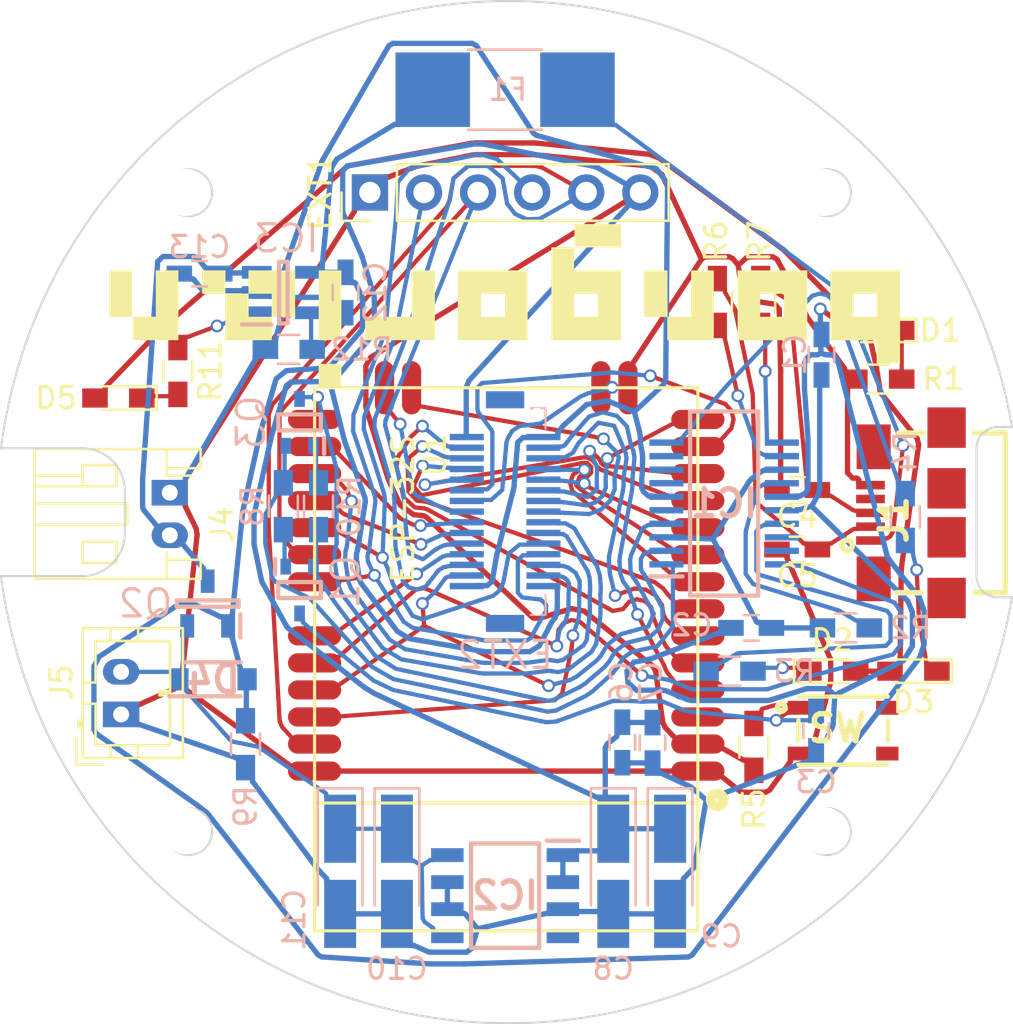
<source format=kicad_pcb>
(kicad_pcb (version 4) (host pcbnew 4.0.7)
  (layers (0 F.Cu signal) (31 B.Cu signal) (34 B.Paste user hide) (35 F.Paste user hide) (36 B.SilkS user) (37 F.SilkS user) (38 B.Mask user hide) (39 F.Mask user hide) (44 Edge.Cuts user))
  (net 0 "")
  (net 1 VBUS)
  (net 2 GND)
  (net 3 +3V3)
  (net 4 VBAT)
  (net 5 D+)
  (net 6 D-)
  (net 7 3V3OUT)
  (net 8 VIN)
  (net 9 RESET)
  (net 10 "Net-(D1-Pad1)")
  (net 11 "Net-(D2-Pad1)")
  (net 12 "Net-(D5-Pad1)")
  (net 13 "Net-(F1-Pad2)")
  (net 14 DTR)
  (net 15 RTS)
  (net 16 TXD0)
  (net 17 CBUS2)
  (net 18 "Net-(IC1-Pad11)")
  (net 19 "Net-(IC1-Pad12)")
  (net 20 RES)
  (net 21 CBUS1)
  (net 22 RXD0)
  (net 23 "Net-(IC3-Pad1)")
  (net 24 "Net-(IC3-Pad5)")
  (net 25 VP)
  (net 26 VN)
  (net 27 IO34)
  (net 28 IO35)
  (net 29 IO32)
  (net 30 IO33)
  (net 31 IO25)
  (net 32 IO26)
  (net 33 IO27)
  (net 34 IO14)
  (net 35 IO12)
  (net 36 IO13)
  (net 37 IO15)
  (net 38 IO2)
  (net 39 IO0)
  (net 40 IO4)
  (net 41 IO16)
  (net 42 IO17)
  (net 43 IO5)
  (net 44 IO18)
  (net 45 IO19)
  (net 46 IO21)
  (net 47 IO22)
  (net 48 IO23)
  (net 49 "Net-(Q3-Pad1)")
  (net 50 "Net-(D3-Pad1)")
  (net 51 "Net-(Q1-Pad1)")
  (module Capacitors_SMD:C_0603_HandSoldering (layer B.Cu) (at 163.22 97.6122 270)
    (fp_text reference C1 (at 0 1.25 270) (layer B.SilkS) (effects (justify mirror)))
    (fp_text value 0.1u)
    (pad 1 smd rect (at -0.95 0 270) (size 1.2 0.75) (layers B.Cu B.Paste B.Mask) (net 1 VBUS))
    (pad 2 smd rect (at 0.95 0 270) (size 1.2 0.75) (layers B.Cu B.Paste B.Mask) (net 2 GND))
  )
  (module Capacitors_SMD:C_0603_HandSoldering (layer B.Cu) (at 162.966 115.265 270)
    (fp_text reference C3 (at 2.413 0 360) (layer B.SilkS) (effects (justify mirror)))
    (fp_text value 100n)
    (pad 1 smd rect (at -0.95 0 270) (size 1.2 0.75) (layers B.Cu B.Paste B.Mask) (net 9 RESET))
    (pad 2 smd rect (at 0.95 0 270) (size 1.2 0.75) (layers B.Cu B.Paste B.Mask) (net 2 GND))
  )
  (module Capacitors_SMD:C_0603_HandSoldering (layer F.Cu) (at 162.077 106.756 180)
    (fp_text reference C5 (at 0 -1.25 180) (layer F.SilkS))
    (fp_text value 47p)
    (pad 1 smd rect (at -0.95 0 180) (size 1.2 0.75) (layers F.Cu F.Paste F.Mask) (net 6 D-))
    (pad 2 smd rect (at 0.95 0 180) (size 1.2 0.75) (layers F.Cu F.Paste F.Mask) (net 2 GND))
  )
  (module Capacitors_SMD:C_0603_HandSoldering (layer B.Cu) (at 153.865 115.819 270)
    (fp_text reference C6 (at -2.84 0.043 270) (layer B.SilkS) (effects (justify mirror)))
    (fp_text value 10u)
    (pad 1 smd rect (at -0.95 0 270) (size 1.2 0.75) (layers B.Cu B.Paste B.Mask) (net 3 +3V3))
    (pad 2 smd rect (at 0.95 0 270) (size 1.2 0.75) (layers B.Cu B.Paste B.Mask) (net 2 GND))
  )
  (module Capacitors_SMD:C_0603_HandSoldering (layer B.Cu) (at 155.283 115.836 270)
    (fp_text reference C7 (at -2.857 0.064 270) (layer B.SilkS) (effects (justify mirror)))
    (fp_text value 100n)
    (pad 1 smd rect (at -0.95 0 270) (size 1.2 0.75) (layers B.Cu B.Paste B.Mask) (net 3 +3V3))
    (pad 2 smd rect (at 0.95 0 270) (size 1.2 0.75) (layers B.Cu B.Paste B.Mask) (net 2 GND))
  )
  (module LEDs:LED_0603_HandSoldering (layer F.Cu) (at 165.887 96.4692 180)
    (fp_text reference D1 (at -2.921 0 180) (layer F.SilkS))
    (fp_text value LED)
    (pad 1 smd rect (at -1.1 0 180) (size 1.2 0.9) (layers F.Cu F.Paste F.Mask) (net 10 "Net-(D1-Pad1)"))
    (pad 2 smd rect (at 1.1 0 180) (size 1.2 0.9) (layers F.Cu F.Paste F.Mask) (net 1 VBUS))
  )
  (module LEDs:LED_0603_HandSoldering (layer F.Cu) (at 163.728 112.471)
    (fp_text reference D2 (at 0 -1.45) (layer F.SilkS))
    (fp_text value LED)
    (pad 1 smd rect (at -1.1 0) (size 1.2 0.9) (layers F.Cu F.Paste F.Mask) (net 11 "Net-(D2-Pad1)"))
    (pad 2 smd rect (at 1.1 0) (size 1.2 0.9) (layers F.Cu F.Paste F.Mask) (net 1 VBUS))
  )
  (module LEDs:LED_0603_HandSoldering (layer F.Cu) (at 130.2 99.6442 180)
    (fp_text reference D5 (at 2.921 0 180) (layer F.SilkS))
    (fp_text value LED)
    (pad 1 smd rect (at -1.1 0 180) (size 1.2 0.9) (layers F.Cu F.Paste F.Mask) (net 12 "Net-(D5-Pad1)"))
    (pad 2 smd rect (at 1.1 0 180) (size 1.2 0.9) (layers F.Cu F.Paste F.Mask) (net 1 VBUS))
  )
  (module Resistors_SMD:R_1812_HandSoldering (layer B.Cu) (at 148.361 85.1662)
    (fp_text reference F1 (at 0.127 0) (layer B.SilkS) (effects (justify mirror)))
    (fp_text value Fuse)
    (pad 1 smd rect (at -3.4 0) (size 3.5 3.5) (layers B.Cu B.Paste B.Mask) (net 1 VBUS))
    (pad 2 smd rect (at 3.4 0) (size 3.5 3.5) (layers B.Cu B.Paste B.Mask) (net 13 "Net-(F1-Pad2)"))
  )
  (module SamacSys_Parts:SOIC127P599X175-8N (layer B.Cu) (at 148.361 123.012 180)
    (fp_text reference IC2 (at 0 0 180) (layer B.SilkS) (effects (font (size 1.27 1.27) (thickness 0.254)) (justify mirror)))
    (fp_text value LT1963AES8-3.3#PBF hide)
    (pad 1 smd rect (at -2.712 1.905 90) (size 0.65 1.526) (layers B.Cu B.Paste B.Mask) (net 3 +3V3))
    (pad 2 smd rect (at -2.712 0.635 90) (size 0.65 1.526) (layers B.Cu B.Paste B.Mask) (net 3 +3V3))
    (pad 3 smd rect (at -2.712 -0.635 90) (size 0.65 1.526) (layers B.Cu B.Paste B.Mask) (net 2 GND))
    (pad 4 smd rect (at -2.712 -1.905 90) (size 0.65 1.526) (layers B.Cu B.Paste B.Mask))
    (pad 5 smd rect (at 2.712 -1.905 90) (size 0.65 1.526) (layers B.Cu B.Paste B.Mask) (net 8 VIN))
    (pad 6 smd rect (at 2.712 -0.635 90) (size 0.65 1.526) (layers B.Cu B.Paste B.Mask) (net 2 GND))
    (pad 7 smd rect (at 2.712 0.635 90) (size 0.65 1.526) (layers B.Cu B.Paste B.Mask) (net 2 GND))
    (pad 8 smd rect (at 2.712 1.905 90) (size 0.65 1.526) (layers B.Cu B.Paste B.Mask) (net 8 VIN))
  )
  (module SamacSys_Parts:SOT95P270X145-5N (layer B.Cu) (at 137.947 94.6912)
    (fp_text reference IC3 (at 0.127 -2.54) (layer B.SilkS) (effects (font (size 1.27 1.27)) (justify mirror)))
    (fp_text value MCP73831T-2ATI_OT hide)
    (pad 1 smd rect (at -1.25 0.95 270) (size 0.6 1.4) (layers B.Cu B.Paste B.Mask) (net 23 "Net-(IC3-Pad1)"))
    (pad 2 smd rect (at -1.25 0 270) (size 0.6 1.4) (layers B.Cu B.Paste B.Mask) (net 2 GND))
    (pad 3 smd rect (at -1.25 -0.95 270) (size 0.6 1.4) (layers B.Cu B.Paste B.Mask) (net 4 VBAT))
    (pad 4 smd rect (at 1.25 -0.95 270) (size 0.6 1.4) (layers B.Cu B.Paste B.Mask) (net 1 VBUS))
    (pad 5 smd rect (at 1.25 0.95 270) (size 0.6 1.4) (layers B.Cu B.Paste B.Mask) (net 24 "Net-(IC3-Pad5)"))
  )
  (module "SamacSys_Parts:ZX62-B-5PA(33)" (layer F.Cu) (at 171.846 101.285 90)
    (fp_text reference J1 (at -4.077 -5.231 90) (layer F.SilkS) (effects (font (size 1.27 1.27) (thickness 0.254))))
    (fp_text value USB_CONN hide)
    (pad 1 smd rect (at -5.05 -6.327 90) (size 0.4 1.35) (layers F.Cu F.Paste F.Mask) (net 13 "Net-(F1-Pad2)"))
    (pad 2 smd rect (at -4.4 -6.327 90) (size 0.4 1.35) (layers F.Cu F.Paste F.Mask) (net 6 D-))
    (pad 3 smd rect (at -3.75 -6.327 90) (size 0.4 1.35) (layers F.Cu F.Paste F.Mask) (net 5 D+))
    (pad 4 smd rect (at -3.1 -6.327 90) (size 0.4 1.35) (layers F.Cu F.Paste F.Mask))
    (pad 5 smd rect (at -2.45 -6.327 90) (size 0.4 1.35) (layers F.Cu F.Paste F.Mask) (net 2 GND))
    (pad 6 smd rect (at -6.85 -6.177 180) (size 1.6 2.1) (layers F.Cu F.Paste F.Mask))
    (pad 7 smd rect (at -0.65 -6.177 180) (size 1.6 2.1) (layers F.Cu F.Paste F.Mask))
    (pad 8 smd rect (at -4.9 -2.75 180) (size 1.8 1.9) (layers F.Cu F.Paste F.Mask))
    (pad 9 smd rect (at -2.6 -2.75 180) (size 1.8 1.9) (layers F.Cu F.Paste F.Mask))
    (pad 10 smd rect (at -7.75 -2.75 180) (size 1.8 1.9) (layers F.Cu F.Paste F.Mask))
    (pad 11 smd rect (at 0.25 -2.75 180) (size 1.8 1.9) (layers F.Cu F.Paste F.Mask))
  )
  (module SamacSys_Parts:SOT65P210X90-3N (layer B.Cu) (at 138.709 100.787 90)
    (fp_text reference Q3 (at 0 -2.286 90) (layer B.SilkS) (effects (font (size 1.27 1.27)) (justify mirror)))
    (fp_text value 2SC4081T106R hide)
    (pad 1 smd rect (at -1.1 0.65) (size 0.5 0.75) (layers B.Cu B.Paste B.Mask) (net 49 "Net-(Q3-Pad1)"))
    (pad 2 smd rect (at -1.1 -0.65) (size 0.5 0.75) (layers B.Cu B.Paste B.Mask) (net 14 DTR))
    (pad 3 smd rect (at 1.1 0) (size 0.5 0.75) (layers B.Cu B.Paste B.Mask) (net 39 IO0))
  )
  (module Resistors_SMD:R_0603_HandSoldering (layer F.Cu) (at 165.887 98.7552)
    (fp_text reference R1 (at 3.048 0) (layer F.SilkS))
    (fp_text value R)
    (pad 1 smd rect (at -1.1 0) (size 1.2 0.9) (layers F.Cu F.Paste F.Mask) (net 2 GND))
    (pad 2 smd rect (at 1.1 0) (size 1.2 0.9) (layers F.Cu F.Paste F.Mask) (net 10 "Net-(D1-Pad1)"))
  )
  (module Resistors_SMD:R_0603_HandSoldering (layer B.Cu) (at 164.363 110.439)
    (fp_text reference R2 (at 3.048 0) (layer B.SilkS) (effects (justify mirror)))
    (fp_text value 10K)
    (pad 1 smd rect (at -1.1 0) (size 1.2 0.9) (layers B.Cu B.Paste B.Mask) (net 7 3V3OUT))
    (pad 2 smd rect (at 1.1 0) (size 1.2 0.9) (layers B.Cu B.Paste B.Mask) (net 20 RES))
  )
  (module Resistors_SMD:R_0603_HandSoldering (layer B.Cu) (at 158.902 112.471)
    (fp_text reference R3 (at 3.048 0) (layer B.SilkS) (effects (justify mirror)))
    (fp_text value R)
    (pad 1 smd rect (at -1.1 0) (size 1.2 0.9) (layers B.Cu B.Paste B.Mask) (net 21 CBUS1))
    (pad 2 smd rect (at 1.1 0) (size 1.2 0.9) (layers B.Cu B.Paste B.Mask) (net 11 "Net-(D2-Pad1)"))
  )
  (module Resistors_SMD:R_0603_HandSoldering (layer B.Cu) (at 167.157 105.232 270)
    (fp_text reference R4 (at -3.048 0 270) (layer B.SilkS) (effects (justify mirror)))
    (fp_text value R)
    (pad 1 smd rect (at -1.1 0 270) (size 1.2 0.9) (layers B.Cu B.Paste B.Mask) (net 17 CBUS2))
    (pad 2 smd rect (at 1.1 0 270) (size 1.2 0.9) (layers B.Cu B.Paste B.Mask) (net 50 "Net-(D3-Pad1)"))
  )
  (module Resistors_SMD:R_0603_HandSoldering (layer F.Cu) (at 160.045 116.027 270)
    (fp_text reference R5 (at 2.921 0 270) (layer F.SilkS))
    (fp_text value 10k)
    (pad 1 smd rect (at -1.1 0 270) (size 1.2 0.9) (layers F.Cu F.Paste F.Mask) (net 9 RESET))
    (pad 2 smd rect (at 1.1 0 270) (size 1.2 0.9) (layers F.Cu F.Paste F.Mask) (net 3 +3V3))
  )
  (module Resistors_SMD:R_0603_HandSoldering (layer F.Cu) (at 158.331 95.1362 270)
    (fp_text reference R6 (at -2.858 0.064 270) (layer F.SilkS))
    (fp_text value R)
    (pad 1 smd rect (at -1.1 0 270) (size 1.2 0.9) (layers F.Cu F.Paste F.Mask) (net 6 D-))
    (pad 2 smd rect (at 1.1 0 270) (size 1.2 0.9) (layers F.Cu F.Paste F.Mask) (net 19 "Net-(IC1-Pad12)"))
  )
  (module Resistors_SMD:R_0603_HandSoldering (layer F.Cu) (at 160.363 95.1362 270)
    (fp_text reference R7 (at -2.858 0.064 270) (layer F.SilkS))
    (fp_text value 27)
    (pad 1 smd rect (at -1.1 0 270) (size 1.2 0.9) (layers F.Cu F.Paste F.Mask) (net 5 D+))
    (pad 2 smd rect (at 1.1 0 270) (size 1.2 0.9) (layers F.Cu F.Paste F.Mask) (net 18 "Net-(IC1-Pad11)"))
  )
  (module Resistors_SMD:R_0603_HandSoldering (layer B.Cu) (at 137.947 104.724 270)
    (fp_text reference R8 (at 0 1.45 270) (layer B.SilkS) (effects (justify mirror)))
    (fp_text value 10k)
    (pad 1 smd rect (at -1.1 0 270) (size 1.2 0.9) (layers B.Cu B.Paste B.Mask) (net 14 DTR))
    (pad 2 smd rect (at 1.1 0 270) (size 1.2 0.9) (layers B.Cu B.Paste B.Mask) (net 51 "Net-(Q1-Pad1)"))
  )
  (module Resistors_SMD:R_0603_HandSoldering (layer B.Cu) (at 136.169 115.9 270)
    (fp_text reference R9 (at 2.921 0 270) (layer B.SilkS) (effects (justify mirror)))
    (fp_text value R)
    (pad 1 smd rect (at -1.1 0 270) (size 1.2 0.9) (layers B.Cu B.Paste B.Mask) (net 1 VBUS))
    (pad 2 smd rect (at 1.1 0 270) (size 1.2 0.9) (layers B.Cu B.Paste B.Mask) (net 2 GND))
  )
  (module Resistors_SMD:R_0603_HandSoldering (layer B.Cu) (at 139.598 104.724 90)
    (fp_text reference R10 (at 0 1.45 90) (layer B.SilkS) (effects (justify mirror)))
    (fp_text value 10k)
    (pad 1 smd rect (at -1.1 0 90) (size 1.2 0.9) (layers B.Cu B.Paste B.Mask) (net 15 RTS))
    (pad 2 smd rect (at 1.1 0 90) (size 1.2 0.9) (layers B.Cu B.Paste B.Mask) (net 49 "Net-(Q3-Pad1)"))
  )
  (module Resistors_SMD:R_0603_HandSoldering (layer F.Cu) (at 132.994 98.3742 90)
    (fp_text reference R11 (at 0 1.524 90) (layer F.SilkS))
    (fp_text value R)
    (pad 1 smd rect (at -1.1 0 90) (size 1.2 0.9) (layers F.Cu F.Paste F.Mask) (net 12 "Net-(D5-Pad1)"))
    (pad 2 smd rect (at 1.1 0 90) (size 1.2 0.9) (layers F.Cu F.Paste F.Mask) (net 23 "Net-(IC3-Pad1)"))
  )
  (module Resistors_SMD:R_0603_HandSoldering (layer B.Cu) (at 138.201 97.3582 180)
    (fp_text reference R12 (at -3.429 0 180) (layer B.SilkS) (effects (justify mirror)))
    (fp_text value R)
    (pad 1 smd rect (at -1.1 0 180) (size 1.2 0.9) (layers B.Cu B.Paste B.Mask) (net 24 "Net-(IC3-Pad5)"))
    (pad 2 smd rect (at 1.1 0 180) (size 1.2 0.9) (layers B.Cu B.Paste B.Mask) (net 2 GND))
  )
  (module Capacitors_SMD:C_0603_HandSoldering (layer B.Cu) (at 159.918 110.439 180)
    (fp_text reference C2 (at 2.794 0.127 180) (layer B.SilkS) (effects (justify mirror)))
    (fp_text value 0.1u)
    (pad 1 smd rect (at -0.95 0 180) (size 1.2 0.75) (layers B.Cu B.Paste B.Mask) (net 7 3V3OUT))
    (pad 2 smd rect (at 0.95 0 180) (size 1.2 0.75) (layers B.Cu B.Paste B.Mask) (net 2 GND))
  )
  (module Capacitors_SMD:C_0603_HandSoldering (layer F.Cu) (at 162.077 103.962 180)
    (fp_text reference C4 (at 0 -1.25 180) (layer F.SilkS))
    (fp_text value 47p)
    (pad 1 smd rect (at -0.95 0 180) (size 1.2 0.75) (layers F.Cu F.Paste F.Mask) (net 5 D+))
    (pad 2 smd rect (at 0.95 0 180) (size 1.2 0.75) (layers F.Cu F.Paste F.Mask) (net 2 GND))
  )
  (module Capacitors_Tantalum_SMD:CP_Tantalum_Case-A_EIA-3216-18_Hand (layer B.Cu) (at 153.441 121.869 270)
    (fp_text reference C8 (at 4.572 0 360) (layer B.SilkS) (effects (justify mirror)))
    (fp_text value 10u)
    (pad 1 smd rect (at -2 0 270) (size 3.2 1.5) (layers B.Cu B.Paste B.Mask) (net 3 +3V3))
    (pad 2 smd rect (at 2 0 270) (size 3.2 1.5) (layers B.Cu B.Paste B.Mask) (net 2 GND))
  )
  (module Capacitors_Tantalum_SMD:CP_Tantalum_Case-A_EIA-3216-18_Hand (layer B.Cu) (at 156.108 121.869 270)
    (fp_text reference C9 (at 3.048 -2.413 360) (layer B.SilkS) (effects (justify mirror)))
    (fp_text value 10u)
    (pad 1 smd rect (at -2 0 270) (size 3.2 1.5) (layers B.Cu B.Paste B.Mask) (net 3 +3V3))
    (pad 2 smd rect (at 2 0 270) (size 3.2 1.5) (layers B.Cu B.Paste B.Mask) (net 2 GND))
  )
  (module Capacitors_Tantalum_SMD:CP_Tantalum_Case-A_EIA-3216-18_Hand (layer B.Cu) (at 143.281 121.869 270)
    (fp_text reference C10 (at 4.572 0 360) (layer B.SilkS) (effects (justify mirror)))
    (fp_text value 10u)
    (pad 1 smd rect (at -2 0 270) (size 3.2 1.5) (layers B.Cu B.Paste B.Mask) (net 8 VIN))
    (pad 2 smd rect (at 2 0 270) (size 3.2 1.5) (layers B.Cu B.Paste B.Mask) (net 2 GND))
  )
  (module Capacitors_Tantalum_SMD:CP_Tantalum_Case-A_EIA-3216-18_Hand (layer B.Cu) (at 140.614 121.869 270)
    (fp_text reference C11 (at 2.286 2.159 270) (layer B.SilkS) (effects (justify mirror)))
    (fp_text value 10u)
    (pad 1 smd rect (at -2 0 270) (size 3.2 1.5) (layers B.Cu B.Paste B.Mask) (net 8 VIN))
    (pad 2 smd rect (at 2 0 270) (size 3.2 1.5) (layers B.Cu B.Paste B.Mask) (net 2 GND))
  )
  (module Capacitors_SMD:C_0603_HandSoldering (layer B.Cu) (at 140.868 94.6912 270)
    (fp_text reference C12 (at 0 -1.397 270) (layer B.SilkS) (effects (justify mirror)))
    (fp_text value 4.7u)
    (pad 1 smd rect (at -0.95 0 270) (size 1.2 0.75) (layers B.Cu B.Paste B.Mask) (net 1 VBUS))
    (pad 2 smd rect (at 0.95 0 270) (size 1.2 0.75) (layers B.Cu B.Paste B.Mask) (net 2 GND))
  )
  (module Capacitors_SMD:C_0603_HandSoldering (layer B.Cu) (at 134.01 93.8022 180)
    (fp_text reference C13 (at 0 1.25 180) (layer B.SilkS) (effects (justify mirror)))
    (fp_text value 4.7u)
    (pad 1 smd rect (at -0.95 0 180) (size 1.2 0.75) (layers B.Cu B.Paste B.Mask) (net 4 VBAT))
    (pad 2 smd rect (at 0.95 0 180) (size 1.2 0.75) (layers B.Cu B.Paste B.Mask) (net 2 GND))
  )
  (module LEDs:LED_0603_HandSoldering (layer F.Cu) (at 167.538 112.471 180)
    (fp_text reference D3 (at 0 -1.45 180) (layer F.SilkS))
    (fp_text value LED)
    (pad 1 smd rect (at -1.1 0 180) (size 1.2 0.9) (layers F.Cu F.Paste F.Mask) (net 50 "Net-(D3-Pad1)"))
    (pad 2 smd rect (at 1.1 0 180) (size 1.2 0.9) (layers F.Cu F.Paste F.Mask) (net 1 VBUS))
  )
  (module SamacSys_Parts:SODFL3516X90N (layer B.Cu) (at 134.645 112.852)
    (fp_text reference D4 (at 0 0) (layer B.SilkS) (effects (font (size 1.27 1.27) (thickness 0.254)) (justify mirror)))
    (fp_text value RB160M-30TR hide)
    (pad 1 smd rect (at -1.6 0 270) (size 1.04 0.9) (layers B.Cu B.Paste B.Mask) (net 8 VIN))
    (pad 2 smd rect (at 1.6 0 270) (size 1.04 0.9) (layers B.Cu B.Paste B.Mask) (net 1 VBUS))
  )
  (module DF12HEADER:DF123530DP05V86 (layer B.Cu) (at 148.361 104.978 270)
    (fp_text reference EXT2 (at 6.731 0 360) (layer B.SilkS) (effects (font (size 1.27 1.27)) (justify mirror)))
    (fp_text value EXT-2 hide)
    (pad 1 smd rect (at -3.5 -1.8 270) (size 0.3 1.6) (layers B.Cu B.Paste B.Mask) (net 2 GND))
    (pad 2 smd rect (at -3.5 1.8 270) (size 0.3 1.6) (layers B.Cu B.Paste B.Mask) (net 3 +3V3))
    (pad 3 smd rect (at -3 -1.8 270) (size 0.3 1.6) (layers B.Cu B.Paste B.Mask) (net 25 VP))
    (pad 4 smd rect (at -3 1.8 270) (size 0.3 1.6) (layers B.Cu B.Paste B.Mask) (net 26 VN))
    (pad 5 smd rect (at -2.5 -1.8 270) (size 0.3 1.6) (layers B.Cu B.Paste B.Mask) (net 27 IO34))
    (pad 6 smd rect (at -2.5 1.8 270) (size 0.3 1.6) (layers B.Cu B.Paste B.Mask) (net 28 IO35))
    (pad 7 smd rect (at -2 -1.8 270) (size 0.3 1.6) (layers B.Cu B.Paste B.Mask) (net 29 IO32))
    (pad 8 smd rect (at -2 1.8 270) (size 0.3 1.6) (layers B.Cu B.Paste B.Mask) (net 30 IO33))
    (pad 9 smd rect (at -1.5 -1.8 270) (size 0.3 1.6) (layers B.Cu B.Paste B.Mask) (net 31 IO25))
    (pad 10 smd rect (at -1.5 1.8 270) (size 0.3 1.6) (layers B.Cu B.Paste B.Mask) (net 32 IO26))
    (pad 11 smd rect (at -1 -1.8 270) (size 0.3 1.6) (layers B.Cu B.Paste B.Mask) (net 33 IO27))
    (pad 12 smd rect (at -1 1.8 270) (size 0.3 1.6) (layers B.Cu B.Paste B.Mask) (net 34 IO14))
    (pad 13 smd rect (at -0.5 -1.8 270) (size 0.3 1.6) (layers B.Cu B.Paste B.Mask) (net 35 IO12))
    (pad 14 smd rect (at -0.5 1.8 270) (size 0.3 1.6) (layers B.Cu B.Paste B.Mask) (net 36 IO13))
    (pad 15 smd rect (at 0 -1.8 270) (size 0.3 1.6) (layers B.Cu B.Paste B.Mask) (net 37 IO15))
    (pad 16 smd rect (at 0 1.8 270) (size 0.3 1.6) (layers B.Cu B.Paste B.Mask) (net 38 IO2))
    (pad 17 smd rect (at 0.5 -1.8 270) (size 0.3 1.6) (layers B.Cu B.Paste B.Mask) (net 39 IO0))
    (pad 18 smd rect (at 0.5 1.8 270) (size 0.3 1.6) (layers B.Cu B.Paste B.Mask) (net 40 IO4))
    (pad 19 smd rect (at 1 -1.8 270) (size 0.3 1.6) (layers B.Cu B.Paste B.Mask) (net 41 IO16))
    (pad 20 smd rect (at 1 1.8 270) (size 0.3 1.6) (layers B.Cu B.Paste B.Mask) (net 42 IO17))
    (pad 21 smd rect (at 1.5 -1.8 270) (size 0.3 1.6) (layers B.Cu B.Paste B.Mask) (net 43 IO5))
    (pad 22 smd rect (at 1.5 1.8 270) (size 0.3 1.6) (layers B.Cu B.Paste B.Mask) (net 44 IO18))
    (pad 23 smd rect (at 2 -1.8 270) (size 0.3 1.6) (layers B.Cu B.Paste B.Mask) (net 45 IO19))
    (pad 24 smd rect (at 2 1.8 270) (size 0.3 1.6) (layers B.Cu B.Paste B.Mask) (net 46 IO21))
    (pad 25 smd rect (at 2.5 -1.8 270) (size 0.3 1.6) (layers B.Cu B.Paste B.Mask) (net 47 IO22))
    (pad 26 smd rect (at 2.5 1.8 270) (size 0.3 1.6) (layers B.Cu B.Paste B.Mask) (net 48 IO23))
    (pad 27 smd rect (at 3 -1.8 270) (size 0.3 1.6) (layers B.Cu B.Paste B.Mask) (net 22 RXD0))
    (pad 28 smd rect (at 3 1.8 270) (size 0.3 1.6) (layers B.Cu B.Paste B.Mask) (net 16 TXD0))
    (pad 29 smd rect (at 3.5 -1.8 270) (size 0.3 1.6) (layers B.Cu B.Paste B.Mask) (net 3 +3V3))
    (pad 30 smd rect (at 3.5 1.8 270) (size 0.3 1.6) (layers B.Cu B.Paste B.Mask) (net 2 GND))
    (pad 31 smd rect (at -5.25 0 270) (size 0.8 1.8) (layers B.Cu B.Paste B.Mask))
    (pad 32 smd rect (at 5.25 0 270) (size 0.8 1.8) (layers B.Cu B.Paste B.Mask))
    (pad 33 thru_hole circle (at -4.55 -1.5 180) (size 0.65 0.65) (drill 0.65) (layers *.Cu *.Mask B.SilkS))
    (pad 34 thru_hole circle (at 4.55 -1.5 180) (size 0.65 0.65) (drill 0.65) (layers *.Cu *.Mask B.SilkS))
  )
  (module Connectors_JST:JST_PH_S2B-PH-K_02x2.00mm_Angled (layer F.Cu) (at 132.613 104.089 270)
    (fp_text reference J4 (at 1.5 -2.45 270) (layer F.SilkS))
    (fp_text value battery)
    (pad 1 thru_hole rect (at 0 0 270) (size 1.2 1.7) (drill 0.75) (layers *.Cu *.Mask) (net 2 GND))
    (pad 2 thru_hole oval (at 2 0 270) (size 1.2 1.7) (drill 0.75) (layers *.Cu *.Mask) (net 4 VBAT))
  )
  (module Connectors_JST:JST_PH_B2B-PH-K_02x2.00mm_Straight (layer F.Cu) (at 130.327 114.503 90)
    (fp_text reference J5 (at 1.5 -2.8 90) (layer F.SilkS))
    (fp_text value EXT_VIN)
    (pad 1 thru_hole rect (at 0 0 90) (size 1.2 1.7) (drill 0.75) (layers *.Cu *.Mask) (net 2 GND))
    (pad 2 thru_hole oval (at 2 0 90) (size 1.2 1.7) (drill 0.75) (layers *.Cu *.Mask) (net 8 VIN))
  )
  (module SamacSys_Parts:SOT65P210X90-3N (layer B.Cu) (at 138.709 108.661 270)
    (fp_text reference Q1 (at -0.381 -2.159 270) (layer B.SilkS) (effects (font (size 1.27 1.27)) (justify mirror)))
    (fp_text value 2SC4081T106R hide)
    (pad 1 smd rect (at -1.1 0.65 180) (size 0.5 0.75) (layers B.Cu B.Paste B.Mask) (net 51 "Net-(Q1-Pad1)"))
    (pad 2 smd rect (at -1.1 -0.65 180) (size 0.5 0.75) (layers B.Cu B.Paste B.Mask) (net 15 RTS))
    (pad 3 smd rect (at 1.1 0 180) (size 0.5 0.75) (layers B.Cu B.Paste B.Mask) (net 9 RESET))
  )
  (module SamacSys_Parts:SOT96P240X100-3N (layer B.Cu) (at 134.391 109.296 90)
    (fp_text reference Q2 (at 0 -2.921 180) (layer B.SilkS) (effects (font (size 1.27 1.27)) (justify mirror)))
    (fp_text value DMG3415U-7 hide)
    (pad 1 smd rect (at -1.05 0.96) (size 0.65 1.1) (layers B.Cu B.Paste B.Mask) (net 1 VBUS))
    (pad 2 smd rect (at -1.05 -0.96) (size 0.65 1.1) (layers B.Cu B.Paste B.Mask) (net 8 VIN))
    (pad 3 smd rect (at 1.05 0) (size 0.65 1.1) (layers B.Cu B.Paste B.Mask) (net 4 VBAT))
  )
  (module "SamacSys_Parts:SMT(4.2X3.2)" (layer F.Cu) (at 164.236 115.265)
    (fp_text reference SW (at -0.264221 -0.102901) (layer F.SilkS) (effects (font (size 1.27 1.27) (thickness 0.254))))
    (fp_text value SKRPACE010 hide)
    (pad 1 smd rect (at -2.075 -1.075 90) (size 0.65 1.05) (layers F.Cu F.Paste F.Mask) (net 9 RESET))
    (pad 2 smd rect (at 2.075 -1.075 90) (size 0.65 1.05) (layers F.Cu F.Paste F.Mask))
    (pad 3 smd rect (at -2.075 1.075 90) (size 0.65 1.05) (layers F.Cu F.Paste F.Mask) (net 2 GND))
    (pad 4 smd rect (at 2.075 1.075 90) (size 0.65 1.05) (layers F.Cu F.Paste F.Mask))
  )
  (module Pin_Headers:Pin_Header_Straight_1x06_Pitch2.54mm (layer F.Cu) (at 142.011 89.9922 90)
    (fp_text reference EXT1 (at 0 -2.33 90) (layer F.SilkS))
    (fp_text value Conn_01x06)
    (pad 1 thru_hole rect (at 0 0 90) (size 1.7 1.7) (drill 1) (layers *.Cu *.Mask) (net 2 GND))
    (pad 2 thru_hole oval (at 0 2.54 90) (size 1.7 1.7) (drill 1) (layers *.Cu *.Mask) (net 43 IO5))
    (pad 3 thru_hole oval (at 0 5.08 90) (size 1.7 1.7) (drill 1) (layers *.Cu *.Mask) (net 44 IO18))
    (pad 4 thru_hole oval (at 0 7.62 90) (size 1.7 1.7) (drill 1) (layers *.Cu *.Mask) (net 45 IO19))
    (pad 5 thru_hole oval (at 0 10.16 90) (size 1.7 1.7) (drill 1) (layers *.Cu *.Mask) (net 48 IO23))
    (pad 6 thru_hole oval (at 0 12.7 90) (size 1.7 1.7) (drill 1) (layers *.Cu *.Mask) (net 3 +3V3))
  )
  (module ESP32-footprints-Lib:ESP-32S (layer F.Cu) (at 148.361 107.645 180)
    (fp_text reference U1 (at 3.302 5.334 450) (layer F.SilkS))
    (fp_text value ESP-32S)
    (fp_text user ESP-32S (at 4.8 2.8 270) (layer F.SilkS))
    (pad 38 smd oval (at 8.947434 -9.517338) (size 2.5 0.9) (layers F.Cu F.Paste F.Mask) (net 2 GND))
    (pad 37 smd oval (at 8.947434 -8.247338) (size 2.5 0.9) (layers F.Cu F.Paste F.Mask) (net 48 IO23))
    (pad 36 smd oval (at 8.947434 -6.977338) (size 2.5 0.9) (layers F.Cu F.Paste F.Mask) (net 47 IO22))
    (pad 35 smd oval (at 8.947434 -5.707338) (size 2.5 0.9) (layers F.Cu F.Paste F.Mask) (net 16 TXD0))
    (pad 34 smd oval (at 8.947434 -4.437338) (size 2.5 0.9) (layers F.Cu F.Paste F.Mask) (net 22 RXD0))
    (pad 33 smd oval (at 8.947434 -3.167338) (size 2.5 0.9) (layers F.Cu F.Paste F.Mask) (net 46 IO21))
    (pad 31 smd oval (at 8.947434 -0.627338) (size 2.5 0.9) (layers F.Cu F.Paste F.Mask) (net 45 IO19))
    (pad 30 smd oval (at 8.947434 0.642662) (size 2.5 0.9) (layers F.Cu F.Paste F.Mask) (net 44 IO18))
    (pad 29 smd oval (at 8.947434 1.912662) (size 2.5 0.9) (layers F.Cu F.Paste F.Mask) (net 43 IO5))
    (pad 28 smd oval (at 8.947434 3.182662) (size 2.5 0.9) (layers F.Cu F.Paste F.Mask) (net 42 IO17))
    (pad 27 smd oval (at 8.947434 4.452662) (size 2.5 0.9) (layers F.Cu F.Paste F.Mask) (net 41 IO16))
    (pad 26 smd oval (at 8.947434 5.722662) (size 2.5 0.9) (layers F.Cu F.Paste F.Mask) (net 40 IO4))
    (pad 25 smd oval (at 8.947434 6.992662) (size 2.5 0.9) (layers F.Cu F.Paste F.Mask) (net 39 IO0))
    (pad 24 smd oval (at 5.662434 8.482662) (size 0.9 2.5) (layers F.Cu F.Paste F.Mask) (net 38 IO2))
    (pad 23 smd oval (at 4.392434 8.482662) (size 0.9 2.5) (layers F.Cu F.Paste F.Mask) (net 37 IO15))
    (pad 16 smd oval (at -4.497566 8.482662) (size 0.9 2.5) (layers F.Cu F.Paste F.Mask) (net 36 IO13))
    (pad 15 smd oval (at -5.767566 8.482662) (size 0.9 2.5) (layers F.Cu F.Paste F.Mask) (net 2 GND))
    (pad 14 smd oval (at -9.052566 6.992662) (size 2.5 0.9) (layers F.Cu F.Paste F.Mask) (net 35 IO12))
    (pad 13 smd oval (at -9.052566 5.722662) (size 2.5 0.9) (layers F.Cu F.Paste F.Mask) (net 34 IO14))
    (pad 12 smd oval (at -9.052566 4.452662) (size 2.5 0.9) (layers F.Cu F.Paste F.Mask) (net 33 IO27))
    (pad 11 smd oval (at -9.052566 3.182662) (size 2.5 0.9) (layers F.Cu F.Paste F.Mask) (net 32 IO26))
    (pad 10 smd oval (at -9.052566 1.912662) (size 2.5 0.9) (layers F.Cu F.Paste F.Mask) (net 31 IO25))
    (pad 9 smd oval (at -9.052566 0.642662) (size 2.5 0.9) (layers F.Cu F.Paste F.Mask) (net 30 IO33))
    (pad 8 smd oval (at -9.052566 -0.627338) (size 2.5 0.9) (layers F.Cu F.Paste F.Mask) (net 29 IO32))
    (pad 7 smd oval (at -9.052566 -1.897338) (size 2.5 0.9) (layers F.Cu F.Paste F.Mask) (net 28 IO35))
    (pad 6 smd oval (at -9.052566 -3.167338) (size 2.5 0.9) (layers F.Cu F.Paste F.Mask) (net 27 IO34))
    (pad 5 smd oval (at -9.052566 -4.437338) (size 2.5 0.9) (layers F.Cu F.Paste F.Mask) (net 26 VN))
    (pad 4 smd oval (at -9.052566 -5.707338) (size 2.5 0.9) (layers F.Cu F.Paste F.Mask) (net 25 VP))
    (pad 3 smd oval (at -9.052566 -6.977338) (size 2.5 0.9) (layers F.Cu F.Paste F.Mask) (net 9 RESET))
    (pad 2 smd oval (at -9.052566 -8.247338) (size 2.5 0.9) (layers F.Cu F.Paste F.Mask) (net 3 +3V3))
    (pad 1 smd oval (at -9.052566 -9.517338) (size 2.5 0.9) (layers F.Cu F.Paste F.Mask) (net 2 GND))
  )
  (module GAME:SOP64P599X175-20N (layer B.Cu) (at 158.648 104.597)
    (fp_text reference IC1 (at 0 0) (layer B.SilkS) (effects (font (size 1.27 1.27) (thickness 0.254)) (justify mirror)))
    (fp_text value FT231XS-R hide)
    (pad 1 smd rect (at -2.712 2.858 270) (size 0.3 1.6) (layers B.Cu B.Paste B.Mask) (net 14 DTR))
    (pad 2 smd rect (at -2.712 2.222 270) (size 0.3 1.6) (layers B.Cu B.Paste B.Mask) (net 15 RTS))
    (pad 3 smd rect (at -2.712 1.588 270) (size 0.3 1.6) (layers B.Cu B.Paste B.Mask) (net 7 3V3OUT))
    (pad 4 smd rect (at -2.712 0.952 270) (size 0.3 1.6) (layers B.Cu B.Paste B.Mask) (net 16 TXD0))
    (pad 5 smd rect (at -2.712 0.318 270) (size 0.3 1.6) (layers B.Cu B.Paste B.Mask))
    (pad 6 smd rect (at -2.712 -0.318 270) (size 0.3 1.6) (layers B.Cu B.Paste B.Mask) (net 2 GND))
    (pad 7 smd rect (at -2.712 -0.952 270) (size 0.3 1.6) (layers B.Cu B.Paste B.Mask))
    (pad 8 smd rect (at -2.712 -1.588 270) (size 0.3 1.6) (layers B.Cu B.Paste B.Mask))
    (pad 9 smd rect (at -2.712 -2.222 270) (size 0.3 1.6) (layers B.Cu B.Paste B.Mask))
    (pad 10 smd rect (at -2.712 -2.858 270) (size 0.3 1.6) (layers B.Cu B.Paste B.Mask) (net 17 CBUS2))
    (pad 11 smd rect (at 2.712 -2.858 270) (size 0.3 1.6) (layers B.Cu B.Paste B.Mask) (net 18 "Net-(IC1-Pad11)"))
    (pad 12 smd rect (at 2.712 -2.222 270) (size 0.3 1.6) (layers B.Cu B.Paste B.Mask) (net 19 "Net-(IC1-Pad12)"))
    (pad 13 smd rect (at 2.712 -1.588 270) (size 0.3 1.6) (layers B.Cu B.Paste B.Mask) (net 7 3V3OUT))
    (pad 14 smd rect (at 2.712 -0.952 270) (size 0.3 1.6) (layers B.Cu B.Paste B.Mask) (net 20 RES))
    (pad 15 smd rect (at 2.712 -0.318 270) (size 0.3 1.6) (layers B.Cu B.Paste B.Mask) (net 1 VBUS))
    (pad 16 smd rect (at 2.712 0.318 270) (size 0.3 1.6) (layers B.Cu B.Paste B.Mask) (net 2 GND))
    (pad 17 smd rect (at 2.712 0.952 270) (size 0.3 1.6) (layers B.Cu B.Paste B.Mask) (net 21 CBUS1))
    (pad 18 smd rect (at 2.712 1.588 270) (size 0.3 1.6) (layers B.Cu B.Paste B.Mask))
    (pad 19 smd rect (at 2.712 2.222 270) (size 0.3 1.6) (layers B.Cu B.Paste B.Mask))
    (pad 20 smd rect (at 2.712 2.858 270) (size 0.3 1.6) (layers B.Cu B.Paste B.Mask) (net 22 RXD0))
  )
  (module Mounting_Holes:MountingHole_2.2mm_M2 (layer F.Cu) (at 133.375 119.964 180)
    (fp_text reference hole2)
    (fp_text value MountingHole_2.2mm_M2)
    (pad 1 np_thru_hole circle (at 0 0 180) (size 2.2 2.2) (drill 2.2) (layers *.Cu *.Mask))
  )
  (module Mounting_Holes:MountingHole_2.2mm_M2 (layer F.Cu) (at 163.347 89.9922 180)
    (fp_text reference hole3)
    (fp_text value MountingHole_2.2mm_M2)
    (pad 1 np_thru_hole circle (at 0 0 180) (size 2.2 2.2) (drill 2.2) (layers *.Cu *.Mask))
  )
  (module Mounting_Holes:MountingHole_2.2mm_M2 (layer F.Cu) (at 133.375 89.9922 180)
    (fp_text reference hole4)
    (fp_text value MountingHole_2.2mm_M2)
    (pad 1 np_thru_hole circle (at 0 0 180) (size 2.2 2.2) (drill 2.2) (layers *.Cu *.Mask))
  )
  (module Mounting_Holes:MountingHole_2.2mm_M2 (layer F.Cu) (at 163.347 119.964 180)
    (fp_text reference hole1)
    (fp_text value MountingHole_2.2mm_M2)
    (pad 1 np_thru_hole circle (at 0 0 180) (size 2.2 2.2) (drill 2.2) (layers *.Cu *.Mask))
  )
  (module GAME:bongorian (layer F.Cu) (at 148.361 95.3262 180)
    (fp_text reference G*** hide)
    (fp_text value LOGO hide)
  )
  (gr_line (start 128.5011 102.0036) (end 124.689338 102.0036) (layer Edge.Cuts) (width 0.1))
  (gr_arc (start 128.5011 104.0036) (end 130.5011 104.0036) (angle -90) (layer Edge.Cuts) (width 0.1))
  (gr_line (start 130.5011 106.0036) (end 130.5011 104.0036) (layer Edge.Cuts) (width 0.1))
  (gr_arc (start 128.5011 106.0036) (end 128.5011 108.0036) (angle -90) (layer Edge.Cuts) (width 0.1))
  (gr_line (start 124.689338 108.0036) (end 128.5011 108.0036) (layer Edge.Cuts) (width 0.1))
  (gr_arc (start 148.5011 105.0036) (end 124.689338 108.0036) (angle -163.2251757) (layer Edge.Cuts) (width 0.1))
  (gr_line (start 171.5011 109.0036) (end 172.165419 109.0036) (layer Edge.Cuts) (width 0.1))
  (gr_arc (start 171.5011 108.0036) (end 170.5011 108.0036) (angle -90) (layer Edge.Cuts) (width 0.1))
  (gr_line (start 170.5011 102.0036) (end 170.5011 108.0036) (layer Edge.Cuts) (width 0.1))
  (gr_arc (start 171.5011 102.0036) (end 171.5011 101.0036) (angle -90) (layer Edge.Cuts) (width 0.1))
  (gr_line (start 172.165419 101.0036) (end 171.5011 101.0036) (layer Edge.Cuts) (width 0.1))
  (gr_arc (start 148.5011 105.0036) (end 172.165419 101.0036) (angle -163.2251757) (layer Edge.Cuts) (width 0.1))
  (gr_circle (center 133.5011 90.0036) (end 134.6011 90.0036) (layer Edge.Cuts) (width 0.1))
  (gr_circle (center 133.5011 120.0036) (end 134.6011 120.0036) (layer Edge.Cuts) (width 0.1))
  (gr_circle (center 163.5011 120.0036) (end 164.6011 120.0036) (layer Edge.Cuts) (width 0.1))
  (gr_circle (center 163.5011 90.0036) (end 164.6011 90.0036) (layer Edge.Cuts) (width 0.1))
  (gr_line (start -2147.483648 -2147.483648) (end -2147.483648 -2147.483648) (layer Edge.Cuts) (width 0.1))
  (gr_line (start -2147.483648 -2147.483648) (end -2147.483648 -2147.483648) (layer Edge.Cuts) (width 0.1))
  (gr_line (start -2147.483648 -2147.483648) (end -2147.483648 -2147.483648) (layer Edge.Cuts) (width 0.1))
  (gr_line (start -2147.483648 -2147.483648) (end -2147.483648 -2147.483648) (layer Edge.Cuts) (width 0.1))
  (gr_line (start -2147.483648 -2147.483648) (end -2147.483648 -2147.483648) (layer Edge.Cuts) (width 0.1))
  (via (at 163.1665 95.4621) (size 0.6) (layers F.Cu B.Cu) (net 1))
  (segment (start 136.207 113.247) (end 136.245 112.852) (width 0.25) (layer B.Cu) (net 1))
  (segment (start 136.207 113.372) (end 136.207 113.247) (width 0.25) (layer B.Cu) (net 1))
  (segment (start 136.207 114.2) (end 136.207 113.372) (width 0.25) (layer B.Cu) (net 1))
  (segment (start 136.207 114.325) (end 136.207 114.2) (width 0.25) (layer B.Cu) (net 1))
  (segment (start 136.169 114.8) (end 136.207 114.325) (width 0.25) (layer B.Cu) (net 1))
  (segment (start 141.118 94.2162) (end 140.868 93.7412) (width 0.25) (layer B.Cu) (net 1))
  (segment (start 141.243 94.2162) (end 141.118 94.2162) (width 0.25) (layer B.Cu) (net 1))
  (segment (start 141.2792 94.2162) (end 141.243 94.2162) (width 0.25) (layer B.Cu) (net 1))
  (segment (start 141.3404 94.2548) (end 141.2792 94.2162) (width 0.25) (layer B.Cu) (net 1))
  (segment (start 141.3559 94.2875) (end 141.3404 94.2548) (width 0.25) (layer B.Cu) (net 1))
  (segment (start 141.6274 94.8584) (end 141.3559 94.2875) (width 0.25) (layer B.Cu) (net 1))
  (segment (start 141.6477 94.9013) (end 141.6274 94.8584) (width 0.25) (layer B.Cu) (net 1))
  (segment (start 141.6686 94.9938) (end 141.6477 94.9013) (width 0.25) (layer B.Cu) (net 1))
  (segment (start 141.6686 95.0412) (end 141.6686 94.9938) (width 0.25) (layer B.Cu) (net 1))
  (segment (start 141.6686 96.2412) (end 141.6686 95.0412) (width 0.25) (layer B.Cu) (net 1))
  (segment (start 141.6686 96.3173) (end 141.6686 96.2412) (width 0.25) (layer B.Cu) (net 1))
  (segment (start 141.6158 96.4602) (end 141.6686 96.3173) (width 0.25) (layer B.Cu) (net 1))
  (segment (start 141.5663 96.518) (end 141.6158 96.4602) (width 0.25) (layer B.Cu) (net 1))
  (segment (start 140.2243 98.085) (end 141.5663 96.518) (width 0.25) (layer B.Cu) (net 1))
  (segment (start 140.1686 98.15) (end 140.2243 98.085) (width 0.25) (layer B.Cu) (net 1))
  (segment (start 140.0155 98.2269) (end 140.1686 98.15) (width 0.25) (layer B.Cu) (net 1))
  (segment (start 139.9301 98.2328) (end 140.0155 98.2269) (width 0.25) (layer B.Cu) (net 1))
  (segment (start 138.3923 98.3381) (end 139.9301 98.2328) (width 0.25) (layer B.Cu) (net 1))
  (segment (start 137.6095 98.7419) (end 137.5228 99.0354) (width 0.25) (layer B.Cu) (net 1))
  (segment (start 138.087 98.359) (end 137.6095 98.7419) (width 0.25) (layer B.Cu) (net 1))
  (segment (start 138.3923 98.3381) (end 138.087 98.359) (width 0.25) (layer B.Cu) (net 1))
  (segment (start 136.8728 101.2354) (end 137.5228 99.0354) (width 0.25) (layer B.Cu) (net 1))
  (segment (start 136.8728 101.2354) (end 136.856 101.3003) (width 0.25) (layer B.Cu) (net 1))
  (segment (start 136.0554 104.9037) (end 136.856 101.3003) (width 0.25) (layer B.Cu) (net 1))
  (segment (start 136.0321 105.0321) (end 136.0277 105.0754) (width 0.25) (layer B.Cu) (net 1))
  (segment (start 136.046 104.9462) (end 136.0321 105.0321) (width 0.25) (layer B.Cu) (net 1))
  (segment (start 136.0554 104.9037) (end 136.046 104.9462) (width 0.25) (layer B.Cu) (net 1))
  (segment (start 135.5516 109.7834) (end 136.0277 105.0754) (width 0.25) (layer B.Cu) (net 1))
  (segment (start 135.551 109.7928) (end 135.551 109.796) (width 0.25) (layer B.Cu) (net 1))
  (segment (start 135.5513 109.7865) (end 135.551 109.7928) (width 0.25) (layer B.Cu) (net 1))
  (segment (start 135.5516 109.7834) (end 135.5513 109.7865) (width 0.25) (layer B.Cu) (net 1))
  (segment (start 135.551 109.921) (end 135.551 109.796) (width 0.25) (layer B.Cu) (net 1))
  (segment (start 135.351 110.346) (end 135.551 109.921) (width 0.25) (layer B.Cu) (net 1))
  (segment (start 163.1665 96.0622) (end 163.1665 95.4621) (width 0.25) (layer B.Cu) (net 1))
  (segment (start 163.1665 96.1872) (end 163.1665 96.0622) (width 0.25) (layer B.Cu) (net 1))
  (segment (start 163.22 96.6622) (end 163.1665 96.1872) (width 0.25) (layer B.Cu) (net 1))
  (segment (start 135.151 109.921) (end 135.351 110.346) (width 0.25) (layer B.Cu) (net 1))
  (segment (start 135.026 109.921) (end 135.151 109.921) (width 0.25) (layer B.Cu) (net 1))
  (segment (start 135.0119 109.921) (end 135.026 109.921) (width 0.25) (layer B.Cu) (net 1))
  (segment (start 134.9845 109.9147) (end 135.0119 109.921) (width 0.25) (layer B.Cu) (net 1))
  (segment (start 134.9718 109.9086) (end 134.9845 109.9147) (width 0.25) (layer B.Cu) (net 1))
  (segment (start 133.9405 109.4125) (end 134.9718 109.9086) (width 0.25) (layer B.Cu) (net 1))
  (segment (start 133.8039 109.3704) (end 133.756 109.3704) (width 0.25) (layer B.Cu) (net 1))
  (segment (start 133.8973 109.3917) (end 133.8039 109.3704) (width 0.25) (layer B.Cu) (net 1))
  (segment (start 133.9405 109.4125) (end 133.8973 109.3917) (width 0.25) (layer B.Cu) (net 1))
  (segment (start 133.106 109.3704) (end 133.756 109.3704) (width 0.25) (layer B.Cu) (net 1))
  (segment (start 132.9244 109.4061) (end 132.8724 109.4403) (width 0.25) (layer B.Cu) (net 1))
  (segment (start 133.0437 109.3704) (end 132.9244 109.4061) (width 0.25) (layer B.Cu) (net 1))
  (segment (start 133.106 109.3704) (end 133.0437 109.3704) (width 0.25) (layer B.Cu) (net 1))
  (segment (start 129.514 111.6457) (end 132.8724 109.4403) (width 0.25) (layer B.Cu) (net 1))
  (segment (start 129.0514 112.2439) (end 129.0514 112.503) (width 0.25) (layer B.Cu) (net 1))
  (segment (start 129.2974 111.7879) (end 129.0514 112.2439) (width 0.25) (layer B.Cu) (net 1))
  (segment (start 129.514 111.6457) (end 129.2974 111.7879) (width 0.25) (layer B.Cu) (net 1))
  (segment (start 129.0514 115.103) (end 129.0514 112.503) (width 0.25) (layer B.Cu) (net 1))
  (segment (start 129.1464 115.3903) (end 129.2308 115.4501) (width 0.25) (layer B.Cu) (net 1))
  (segment (start 129.0514 115.2065) (end 129.1464 115.3903) (width 0.25) (layer B.Cu) (net 1))
  (segment (start 129.0514 115.103) (end 129.0514 115.2065) (width 0.25) (layer B.Cu) (net 1))
  (segment (start 133.9101 118.7693) (end 129.2308 115.4501) (width 0.25) (layer B.Cu) (net 1))
  (segment (start 133.9164 118.7739) (end 133.9101 118.7693) (width 0.25) (layer B.Cu) (net 1))
  (segment (start 134.2852 119.062) (end 133.9164 118.7739) (width 0.25) (layer B.Cu) (net 1))
  (segment (start 134.2925 119.0682) (end 134.2852 119.062) (width 0.25) (layer B.Cu) (net 1))
  (segment (start 134.3074 119.0818) (end 134.2925 119.0682) (width 0.25) (layer B.Cu) (net 1))
  (segment (start 134.3075 119.0819) (end 134.3074 119.0818) (width 0.25) (layer B.Cu) (net 1))
  (segment (start 134.3637 119.1333) (end 134.3075 119.0819) (width 0.25) (layer B.Cu) (net 1))
  (segment (start 134.3658 119.1352) (end 134.3637 119.1333) (width 0.25) (layer B.Cu) (net 1))
  (segment (start 134.3698 119.1392) (end 134.3658 119.1352) (width 0.25) (layer B.Cu) (net 1))
  (segment (start 134.3717 119.1413) (end 134.3698 119.1392) (width 0.25) (layer B.Cu) (net 1))
  (segment (start 134.4366 119.2124) (end 134.3717 119.1413) (width 0.25) (layer B.Cu) (net 1))
  (segment (start 134.4428 119.2197) (end 134.4366 119.2124) (width 0.25) (layer B.Cu) (net 1))
  (segment (start 139.5286 125.731) (end 134.4428 119.2197) (width 0.25) (layer B.Cu) (net 1))
  (segment (start 139.7456 125.8878) (end 139.8365 125.8937) (width 0.25) (layer B.Cu) (net 1))
  (segment (start 139.5846 125.8028) (end 139.7456 125.8878) (width 0.25) (layer B.Cu) (net 1))
  (segment (start 139.5286 125.731) (end 139.5846 125.8028) (width 0.25) (layer B.Cu) (net 1))
  (segment (start 144.823 126.2162) (end 139.8365 125.8937) (width 0.25) (layer B.Cu) (net 1))
  (segment (start 144.823 126.2162) (end 144.886 126.2182) (width 0.25) (layer B.Cu) (net 1))
  (segment (start 146.412 126.2182) (end 144.886 126.2182) (width 0.25) (layer B.Cu) (net 1))
  (segment (start 146.412 126.2182) (end 146.4423 126.2177) (width 0.25) (layer B.Cu) (net 1))
  (segment (start 156.8712 125.8944) (end 146.4423 126.2177) (width 0.25) (layer B.Cu) (net 1))
  (segment (start 157.1377 125.8038) (end 157.196 125.7277) (width 0.25) (layer B.Cu) (net 1))
  (segment (start 156.9671 125.8914) (end 157.1377 125.8038) (width 0.25) (layer B.Cu) (net 1))
  (segment (start 156.8712 125.8944) (end 156.9671 125.8914) (width 0.25) (layer B.Cu) (net 1))
  (segment (start 167.6333 112.0908) (end 157.196 125.7277) (width 0.25) (layer B.Cu) (net 1))
  (segment (start 168.0404 111.2148) (end 168.0404 110.889) (width 0.25) (layer B.Cu) (net 1))
  (segment (start 167.8313 111.832) (end 168.0404 111.2148) (width 0.25) (layer B.Cu) (net 1))
  (segment (start 167.6333 112.0908) (end 167.8313 111.832) (width 0.25) (layer B.Cu) (net 1))
  (segment (start 168.0404 109.989) (end 168.0404 110.889) (width 0.25) (layer B.Cu) (net 1))
  (segment (start 167.8078 108.9968) (end 167.5888 108.7312) (width 0.25) (layer B.Cu) (net 1))
  (segment (start 168.0404 109.6448) (end 167.8078 108.9968) (width 0.25) (layer B.Cu) (net 1))
  (segment (start 168.0404 109.989) (end 168.0404 109.6448) (width 0.25) (layer B.Cu) (net 1))
  (segment (start 167.1308 108.1756) (end 167.5888 108.7312) (width 0.25) (layer B.Cu) (net 1))
  (segment (start 167.1166 108.1578) (end 167.1308 108.1756) (width 0.25) (layer B.Cu) (net 1))
  (segment (start 166.3703 107.1923) (end 167.1166 108.1578) (width 0.25) (layer B.Cu) (net 1))
  (segment (start 166.3435 107.1576) (end 166.3703 107.1923) (width 0.25) (layer B.Cu) (net 1))
  (segment (start 166.3051 107.0787) (end 166.3435 107.1576) (width 0.25) (layer B.Cu) (net 1))
  (segment (start 166.2944 107.0362) (end 166.3051 107.0787) (width 0.25) (layer B.Cu) (net 1))
  (segment (start 164.0076 97.983) (end 166.2944 107.0362) (width 0.25) (layer B.Cu) (net 1))
  (segment (start 163.9599 97.864) (end 163.9339 97.8298) (width 0.25) (layer B.Cu) (net 1))
  (segment (start 163.9971 97.9414) (end 163.9599 97.864) (width 0.25) (layer B.Cu) (net 1))
  (segment (start 164.0076 97.983) (end 163.9971 97.9414) (width 0.25) (layer B.Cu) (net 1))
  (segment (start 163.8737 97.7505) (end 163.9339 97.8298) (width 0.25) (layer B.Cu) (net 1))
  (segment (start 163.6771 97.6122) (end 163.595 97.6122) (width 0.25) (layer B.Cu) (net 1))
  (segment (start 163.8241 97.6852) (end 163.6771 97.6122) (width 0.25) (layer B.Cu) (net 1))
  (segment (start 163.8737 97.7505) (end 163.8241 97.6852) (width 0.25) (layer B.Cu) (net 1))
  (segment (start 163.47 97.6122) (end 163.595 97.6122) (width 0.25) (layer B.Cu) (net 1))
  (segment (start 163.4395 97.6122) (end 163.47 97.6122) (width 0.25) (layer B.Cu) (net 1))
  (segment (start 163.3795 97.6017) (end 163.4395 97.6122) (width 0.25) (layer B.Cu) (net 1))
  (segment (start 163.3508 97.5913) (end 163.3795 97.6017) (width 0.25) (layer B.Cu) (net 1))
  (segment (start 163.1915 97.5336) (end 163.3508 97.5913) (width 0.25) (layer B.Cu) (net 1))
  (segment (start 139.772 93.5662) (end 139.197 93.7412) (width 0.25) (layer B.Cu) (net 1))
  (segment (start 139.772 93.4412) (end 139.772 93.5662) (width 0.25) (layer B.Cu) (net 1))
  (segment (start 140.1892 89.0499) (end 139.772 93.4412) (width 0.25) (layer B.Cu) (net 1))
  (segment (start 140.2111 88.8186) (end 140.1892 89.0499) (width 0.25) (layer B.Cu) (net 1))
  (segment (start 140.4588 88.4253) (end 140.2111 88.8186) (width 0.25) (layer B.Cu) (net 1))
  (segment (start 140.6579 88.3056) (end 140.4588 88.4253) (width 0.25) (layer B.Cu) (net 1))
  (segment (start 143.1466 86.8091) (end 140.6579 88.3056) (width 0.25) (layer B.Cu) (net 1))
  (segment (start 143.1612 86.8003) (end 143.1466 86.8091) (width 0.25) (layer B.Cu) (net 1))
  (segment (start 143.194 86.7912) (end 143.1612 86.8003) (width 0.25) (layer B.Cu) (net 1))
  (segment (start 143.211 86.7912) (end 143.194 86.7912) (width 0.25) (layer B.Cu) (net 1))
  (segment (start 143.336 86.7912) (end 143.211 86.7912) (width 0.25) (layer B.Cu) (net 1))
  (segment (start 144.961 85.1662) (end 143.336 86.7912) (width 0.25) (layer B.Cu) (net 1))
  (segment (start 163.1915 97.2622) (end 163.1915 97.5336) (width 0.25) (layer B.Cu) (net 1))
  (segment (start 163.1915 97.1372) (end 163.1915 97.2622) (width 0.25) (layer B.Cu) (net 1))
  (segment (start 163.22 96.6622) (end 163.1915 97.1372) (width 0.25) (layer B.Cu) (net 1))
  (segment (start 139.772 93.7412) (end 139.197 93.7412) (width 0.25) (layer B.Cu) (net 1))
  (segment (start 139.897 93.7412) (end 139.772 93.7412) (width 0.25) (layer B.Cu) (net 1))
  (segment (start 140.493 93.7412) (end 139.897 93.7412) (width 0.25) (layer B.Cu) (net 1))
  (segment (start 140.618 93.7412) (end 140.493 93.7412) (width 0.25) (layer B.Cu) (net 1))
  (segment (start 140.868 93.7412) (end 140.618 93.7412) (width 0.25) (layer B.Cu) (net 1))
  (segment (start 163.1796 97.5425) (end 163.1915 97.5336) (width 0.25) (layer B.Cu) (net 1))
  (segment (start 163.1342 97.5764) (end 163.1796 97.5425) (width 0.25) (layer B.Cu) (net 1))
  (segment (start 163.0267 97.6122) (end 163.1342 97.5764) (width 0.25) (layer B.Cu) (net 1))
  (segment (start 162.97 97.6122) (end 163.0267 97.6122) (width 0.25) (layer B.Cu) (net 1))
  (segment (start 162.845 97.6122) (end 162.97 97.6122) (width 0.25) (layer B.Cu) (net 1))
  (segment (start 162.6159 97.6851) (end 162.5663 97.7505) (width 0.25) (layer B.Cu) (net 1))
  (segment (start 162.7629 97.6122) (end 162.6159 97.6851) (width 0.25) (layer B.Cu) (net 1))
  (segment (start 162.845 97.6122) (end 162.7629 97.6122) (width 0.25) (layer B.Cu) (net 1))
  (segment (start 162.5061 97.8298) (end 162.5663 97.7505) (width 0.25) (layer B.Cu) (net 1))
  (segment (start 162.4194 98.0175) (end 162.4194 98.0872) (width 0.25) (layer B.Cu) (net 1))
  (segment (start 162.4639 97.8853) (end 162.4194 98.0175) (width 0.25) (layer B.Cu) (net 1))
  (segment (start 162.5061 97.8298) (end 162.4639 97.8853) (width 0.25) (layer B.Cu) (net 1))
  (segment (start 162.4194 99.1622) (end 162.4194 98.0872) (width 0.25) (layer B.Cu) (net 1))
  (segment (start 162.4194 99.1622) (end 162.4204 99.1916) (width 0.25) (layer B.Cu) (net 1))
  (segment (start 162.5846 101.5596) (end 162.4204 99.1916) (width 0.25) (layer B.Cu) (net 1))
  (segment (start 162.5856 101.589) (end 162.5846 101.5596) (width 0.25) (layer B.Cu) (net 1))
  (segment (start 162.5856 103.795) (end 162.5856 101.589) (width 0.25) (layer B.Cu) (net 1))
  (segment (start 162.5856 103.9173) (end 162.5856 103.795) (width 0.25) (layer B.Cu) (net 1))
  (segment (start 162.4556 104.1247) (end 162.5856 103.9173) (width 0.25) (layer B.Cu) (net 1))
  (segment (start 162.3455 104.178) (end 162.4556 104.1247) (width 0.25) (layer B.Cu) (net 1))
  (segment (start 162.2145 104.2415) (end 162.3455 104.178) (width 0.25) (layer B.Cu) (net 1))
  (segment (start 162.2018 104.2477) (end 162.2145 104.2415) (width 0.25) (layer B.Cu) (net 1))
  (segment (start 162.1742 104.254) (end 162.2018 104.2477) (width 0.25) (layer B.Cu) (net 1))
  (segment (start 162.16 104.254) (end 162.1742 104.254) (width 0.25) (layer B.Cu) (net 1))
  (segment (start 162.035 104.254) (end 162.16 104.254) (width 0.25) (layer B.Cu) (net 1))
  (segment (start 161.36 104.279) (end 162.035 104.254) (width 0.25) (layer B.Cu) (net 1))
  (segment (start 135.551 110.771) (end 135.351 110.346) (width 0.25) (layer B.Cu) (net 1))
  (segment (start 135.551 110.896) (end 135.551 110.771) (width 0.25) (layer B.Cu) (net 1))
  (segment (start 135.5531 110.92) (end 135.5551 110.9278) (width 0.25) (layer B.Cu) (net 1))
  (segment (start 135.551 110.904) (end 135.5531 110.92) (width 0.25) (layer B.Cu) (net 1))
  (segment (start 135.551 110.896) (end 135.551 110.904) (width 0.25) (layer B.Cu) (net 1))
  (segment (start 135.9159 112.3002) (end 135.5551 110.9278) (width 0.25) (layer B.Cu) (net 1))
  (segment (start 135.9179 112.308) (end 135.9159 112.3002) (width 0.25) (layer B.Cu) (net 1))
  (segment (start 135.92 112.324) (end 135.9179 112.308) (width 0.25) (layer B.Cu) (net 1))
  (segment (start 135.92 112.332) (end 135.92 112.324) (width 0.25) (layer B.Cu) (net 1))
  (segment (start 135.92 112.457) (end 135.92 112.332) (width 0.25) (layer B.Cu) (net 1))
  (segment (start 136.245 112.852) (end 135.92 112.457) (width 0.25) (layer B.Cu) (net 1))
  (segment (start 129.575 99.3192) (end 129.1 99.6442) (width 0.25) (layer F.Cu) (net 1))
  (segment (start 129.575 99.1942) (end 129.575 99.3192) (width 0.25) (layer F.Cu) (net 1))
  (segment (start 129.575 99.1699) (end 129.575 99.1942) (width 0.25) (layer F.Cu) (net 1))
  (segment (start 129.5932 99.125) (end 129.575 99.1699) (width 0.25) (layer F.Cu) (net 1))
  (segment (start 129.61 99.1075) (end 129.5932 99.125) (width 0.25) (layer F.Cu) (net 1))
  (segment (start 132.2374 96.379) (end 129.61 99.1075) (width 0.25) (layer F.Cu) (net 1))
  (segment (start 132.2438 96.3724) (end 132.2374 96.379) (width 0.25) (layer F.Cu) (net 1))
  (segment (start 132.257 96.3598) (end 132.2438 96.3724) (width 0.25) (layer F.Cu) (net 1))
  (segment (start 132.2639 96.3538) (end 132.257 96.3598) (width 0.25) (layer F.Cu) (net 1))
  (segment (start 140.8809 88.8218) (end 132.2639 96.3538) (width 0.25) (layer F.Cu) (net 1))
  (segment (start 140.9242 88.7839) (end 140.8809 88.8218) (width 0.25) (layer F.Cu) (net 1))
  (segment (start 141.028 88.7338) (end 140.9242 88.7839) (width 0.25) (layer F.Cu) (net 1))
  (segment (start 141.0846 88.7235) (end 141.028 88.7338) (width 0.25) (layer F.Cu) (net 1))
  (segment (start 146.6731 87.7032) (end 141.0846 88.7235) (width 0.25) (layer F.Cu) (net 1))
  (segment (start 146.7765 87.6844) (end 146.6731 87.7032) (width 0.25) (layer F.Cu) (net 1))
  (segment (start 146.9859 87.6654) (end 146.7765 87.6844) (width 0.25) (layer F.Cu) (net 1))
  (segment (start 147.091 87.6654) (end 146.9859 87.6654) (width 0.25) (layer F.Cu) (net 1))
  (segment (start 149.631 87.6654) (end 147.091 87.6654) (width 0.25) (layer F.Cu) (net 1))
  (segment (start 149.6884 87.6654) (end 149.631 87.6654) (width 0.25) (layer F.Cu) (net 1))
  (segment (start 149.8031 87.671) (end 149.6884 87.6654) (width 0.25) (layer F.Cu) (net 1))
  (segment (start 149.8603 87.6767) (end 149.8031 87.671) (width 0.25) (layer F.Cu) (net 1))
  (segment (start 154.891 88.1749) (end 149.8603 87.6767) (width 0.25) (layer F.Cu) (net 1))
  (segment (start 155.1363 88.1992) (end 154.891 88.1749) (width 0.25) (layer F.Cu) (net 1))
  (segment (start 155.5965 88.3762) (end 155.1363 88.1992) (width 0.25) (layer F.Cu) (net 1))
  (segment (start 155.7949 88.5225) (end 155.5965 88.3762) (width 0.25) (layer F.Cu) (net 1))
  (segment (start 161.3924 92.6505) (end 155.7949 88.5225) (width 0.25) (layer F.Cu) (net 1))
  (segment (start 161.4231 92.6732) (end 161.3924 92.6505) (width 0.25) (layer F.Cu) (net 1))
  (segment (start 161.4807 92.7231) (end 161.4231 92.6732) (width 0.25) (layer F.Cu) (net 1))
  (segment (start 161.5075 92.7502) (end 161.4807 92.7231) (width 0.25) (layer F.Cu) (net 1))
  (segment (start 163.6827 94.9522) (end 161.5075 92.7502) (width 0.25) (layer F.Cu) (net 1))
  (segment (start 163.7148 94.9846) (end 163.6827 94.9522) (width 0.25) (layer F.Cu) (net 1))
  (segment (start 163.7702 95.057) (end 163.7148 94.9846) (width 0.25) (layer F.Cu) (net 1))
  (segment (start 163.7932 95.0964) (end 163.7702 95.057) (width 0.25) (layer F.Cu) (net 1))
  (segment (start 164.295 95.9562) (end 163.7932 95.0964) (width 0.25) (layer F.Cu) (net 1))
  (segment (start 164.3033 95.9706) (end 164.295 95.9562) (width 0.25) (layer F.Cu) (net 1))
  (segment (start 164.312 96.0026) (end 164.3033 95.9706) (width 0.25) (layer F.Cu) (net 1))
  (segment (start 164.312 96.0192) (end 164.312 96.0026) (width 0.25) (layer F.Cu) (net 1))
  (segment (start 164.312 96.1442) (end 164.312 96.0192) (width 0.25) (layer F.Cu) (net 1))
  (segment (start 164.787 96.4692) (end 164.312 96.1442) (width 0.25) (layer F.Cu) (net 1))
  (segment (start 165.262 96.7942) (end 164.787 96.4692) (width 0.25) (layer F.Cu) (net 1))
  (segment (start 165.387 96.7942) (end 165.262 96.7942) (width 0.25) (layer F.Cu) (net 1))
  (segment (start 165.4309 96.7942) (end 165.387 96.7942) (width 0.25) (layer F.Cu) (net 1))
  (segment (start 165.4995 96.8492) (end 165.4309 96.7942) (width 0.25) (layer F.Cu) (net 1))
  (segment (start 165.509 96.8921) (end 165.4995 96.8492) (width 0.25) (layer F.Cu) (net 1))
  (segment (start 165.8025 98.2129) (end 165.509 96.8921) (width 0.25) (layer F.Cu) (net 1))
  (segment (start 165.8076 98.2404) (end 165.8025 98.2129) (width 0.25) (layer F.Cu) (net 1))
  (segment (start 165.9664 99.27) (end 165.8076 98.2404) (width 0.25) (layer F.Cu) (net 1))
  (segment (start 166.0198 99.4274) (end 166.0546 99.471) (width 0.25) (layer F.Cu) (net 1))
  (segment (start 165.9749 99.3252) (end 166.0198 99.4274) (width 0.25) (layer F.Cu) (net 1))
  (segment (start 165.9664 99.27) (end 165.9749 99.3252) (width 0.25) (layer F.Cu) (net 1))
  (segment (start 167.6149 101.4223) (end 166.0546 99.471) (width 0.25) (layer F.Cu) (net 1))
  (segment (start 167.708 101.5387) (end 167.6149 101.4223) (width 0.25) (layer F.Cu) (net 1))
  (segment (start 167.7867 101.8261) (end 167.708 101.5387) (width 0.25) (layer F.Cu) (net 1))
  (segment (start 167.7659 101.9736) (end 167.7867 101.8261) (width 0.25) (layer F.Cu) (net 1))
  (segment (start 166.9722 107.613) (end 167.7659 101.9736) (width 0.25) (layer F.Cu) (net 1))
  (segment (start 166.9655 107.6821) (end 166.9652 107.7053) (width 0.25) (layer F.Cu) (net 1))
  (segment (start 166.969 107.6359) (end 166.9655 107.6821) (width 0.25) (layer F.Cu) (net 1))
  (segment (start 166.9722 107.613) (end 166.969 107.6359) (width 0.25) (layer F.Cu) (net 1))
  (segment (start 166.913 112.0195) (end 166.9652 107.7053) (width 0.25) (layer F.Cu) (net 1))
  (segment (start 166.913 112.021) (end 166.913 112.0195) (width 0.25) (layer F.Cu) (net 1))
  (segment (start 166.913 112.146) (end 166.913 112.021) (width 0.25) (layer F.Cu) (net 1))
  (segment (start 166.438 112.471) (end 166.913 112.146) (width 0.25) (layer F.Cu) (net 1))
  (segment (start 164.312 96.1442) (end 164.787 96.4692) (width 0.25) (layer F.Cu) (net 1))
  (segment (start 164.187 96.1442) (end 164.312 96.1442) (width 0.25) (layer F.Cu) (net 1))
  (segment (start 164.1679 96.1441) (end 164.187 96.1442) (width 0.25) (layer F.Cu) (net 1))
  (segment (start 164.1314 96.1327) (end 164.1679 96.1441) (width 0.25) (layer F.Cu) (net 1))
  (segment (start 164.1157 96.1218) (end 164.1314 96.1327) (width 0.25) (layer F.Cu) (net 1))
  (segment (start 163.1665 95.4621) (end 164.1157 96.1218) (width 0.25) (layer F.Cu) (net 1))
  (segment (start 165.963 112.471) (end 166.438 112.471) (width 0.25) (layer F.Cu) (net 1))
  (segment (start 165.838 112.471) (end 165.963 112.471) (width 0.25) (layer F.Cu) (net 1))
  (segment (start 165.428 112.471) (end 165.838 112.471) (width 0.25) (layer F.Cu) (net 1))
  (segment (start 165.303 112.471) (end 165.428 112.471) (width 0.25) (layer F.Cu) (net 1))
  (segment (start 164.828 112.471) (end 165.303 112.471) (width 0.25) (layer F.Cu) (net 1))
  (segment (start 155.6739 99.1298) (end 154.4305 100.2883) (width 0.25) (layer B.Cu) (net 2))
  (segment (start 155.9034 98.755) (end 155.9048 98.6058) (width 0.25) (layer B.Cu) (net 2))
  (segment (start 155.7831 99.0281) (end 155.9034 98.755) (width 0.25) (layer B.Cu) (net 2))
  (segment (start 155.6739 99.1298) (end 155.7831 99.0281) (width 0.25) (layer B.Cu) (net 2))
  (segment (start 155.9865 90.0043) (end 155.9048 98.6058) (width 0.25) (layer B.Cu) (net 2))
  (segment (start 155.4704 88.8797) (end 155.0535 88.7634) (width 0.25) (layer B.Cu) (net 2))
  (segment (start 155.9906 89.5715) (end 155.4704 88.8797) (width 0.25) (layer B.Cu) (net 2))
  (segment (start 155.9865 90.0043) (end 155.9906 89.5715) (width 0.25) (layer B.Cu) (net 2))
  (segment (start 149.8967 87.3262) (end 155.0535 88.7634) (width 0.25) (layer B.Cu) (net 2))
  (segment (start 149.822 87.3053) (end 149.8967 87.3262) (width 0.25) (layer B.Cu) (net 2))
  (segment (start 149.697 87.2137) (end 149.822 87.3053) (width 0.25) (layer B.Cu) (net 2))
  (segment (start 149.6546 87.1488) (end 149.697 87.2137) (width 0.25) (layer B.Cu) (net 2))
  (segment (start 147.0674 83.1836) (end 149.6546 87.1488) (width 0.25) (layer B.Cu) (net 2))
  (segment (start 146.8188 82.9906) (end 146.711 82.9906) (width 0.25) (layer B.Cu) (net 2))
  (segment (start 147.0085 83.0933) (end 146.8188 82.9906) (width 0.25) (layer B.Cu) (net 2))
  (segment (start 147.0674 83.1836) (end 147.0085 83.0933) (width 0.25) (layer B.Cu) (net 2))
  (segment (start 143.211 82.9906) (end 146.711 82.9906) (width 0.25) (layer B.Cu) (net 2))
  (segment (start 142.9 83.1042) (end 142.8429 83.2026) (width 0.25) (layer B.Cu) (net 2))
  (segment (start 143.0972 82.9906) (end 142.9 83.1042) (width 0.25) (layer B.Cu) (net 2))
  (segment (start 143.211 82.9906) (end 143.0972 82.9906) (width 0.25) (layer B.Cu) (net 2))
  (segment (start 139.8405 88.3758) (end 142.8429 83.2026) (width 0.25) (layer B.Cu) (net 2))
  (segment (start 139.7432 88.5711) (end 139.7192 88.6398) (width 0.25) (layer B.Cu) (net 2))
  (segment (start 139.804 88.4388) (end 139.7432 88.5711) (width 0.25) (layer B.Cu) (net 2))
  (segment (start 139.8405 88.3758) (end 139.804 88.4388) (width 0.25) (layer B.Cu) (net 2))
  (segment (start 138.0951 93.3012) (end 139.7192 88.6398) (width 0.25) (layer B.Cu) (net 2))
  (segment (start 138.0936 93.3055) (end 138.0951 93.3012) (width 0.25) (layer B.Cu) (net 2))
  (segment (start 137.8004 94.1769) (end 138.0936 93.3055) (width 0.25) (layer B.Cu) (net 2))
  (segment (start 137.7761 94.2491) (end 137.8004 94.1769) (width 0.25) (layer B.Cu) (net 2))
  (segment (start 137.6804 94.3677) (end 137.7761 94.2491) (width 0.25) (layer B.Cu) (net 2))
  (segment (start 137.615 94.4067) (end 137.6804 94.3677) (width 0.25) (layer B.Cu) (net 2))
  (segment (start 137.461 94.4986) (end 137.615 94.4067) (width 0.25) (layer B.Cu) (net 2))
  (segment (start 137.4465 94.5072) (end 137.461 94.4986) (width 0.25) (layer B.Cu) (net 2))
  (segment (start 137.4139 94.5162) (end 137.4465 94.5072) (width 0.25) (layer B.Cu) (net 2))
  (segment (start 137.397 94.5162) (end 137.4139 94.5162) (width 0.25) (layer B.Cu) (net 2))
  (segment (start 137.272 94.5162) (end 137.397 94.5162) (width 0.25) (layer B.Cu) (net 2))
  (segment (start 136.697 94.6912) (end 137.272 94.5162) (width 0.25) (layer B.Cu) (net 2))
  (segment (start 146.5079 123.8919) (end 147.0711 124.5661) (width 0.25) (layer B.Cu) (net 2))
  (segment (start 146.4398 123.847) (end 146.412 123.847) (width 0.25) (layer B.Cu) (net 2))
  (segment (start 146.4901 123.8706) (end 146.4398 123.847) (width 0.25) (layer B.Cu) (net 2))
  (segment (start 146.5079 123.8919) (end 146.4901 123.8706) (width 0.25) (layer B.Cu) (net 2))
  (segment (start 146.287 123.847) (end 146.412 123.847) (width 0.25) (layer B.Cu) (net 2))
  (segment (start 145.649 123.647) (end 146.287 123.847) (width 0.25) (layer B.Cu) (net 2))
  (segment (start 149.486 101.503) (end 150.161 101.478) (width 0.25) (layer B.Cu) (net 2))
  (segment (start 149.361 101.503) (end 149.486 101.503) (width 0.25) (layer B.Cu) (net 2))
  (segment (start 148.9512 101.7275) (end 148.9375 101.8927) (width 0.25) (layer B.Cu) (net 2))
  (segment (start 149.1952 101.503) (end 148.9512 101.7275) (width 0.25) (layer B.Cu) (net 2))
  (segment (start 149.361 101.503) (end 149.1952 101.503) (width 0.25) (layer B.Cu) (net 2))
  (segment (start 148.7829 103.7466) (end 148.9375 101.8927) (width 0.25) (layer B.Cu) (net 2))
  (segment (start 148.7779 103.806) (end 148.7829 103.7466) (width 0.25) (layer B.Cu) (net 2))
  (segment (start 148.7581 103.9235) (end 148.7779 103.806) (width 0.25) (layer B.Cu) (net 2))
  (segment (start 148.7434 103.9812) (end 148.7581 103.9235) (width 0.25) (layer B.Cu) (net 2))
  (segment (start 147.9786 106.9748) (end 148.7434 103.9812) (width 0.25) (layer B.Cu) (net 2))
  (segment (start 147.9598 107.0575) (end 147.955 107.0853) (width 0.25) (layer B.Cu) (net 2))
  (segment (start 147.9716 107.0022) (end 147.9598 107.0575) (width 0.25) (layer B.Cu) (net 2))
  (segment (start 147.9786 106.9748) (end 147.9716 107.0022) (width 0.25) (layer B.Cu) (net 2))
  (segment (start 147.7798 108.1003) (end 147.955 107.0853) (width 0.25) (layer B.Cu) (net 2))
  (segment (start 147.7534 108.2532) (end 147.7798 108.1003) (width 0.25) (layer B.Cu) (net 2))
  (segment (start 147.5161 108.453) (end 147.7534 108.2532) (width 0.25) (layer B.Cu) (net 2))
  (segment (start 147.361 108.453) (end 147.5161 108.453) (width 0.25) (layer B.Cu) (net 2))
  (segment (start 147.236 108.453) (end 147.361 108.453) (width 0.25) (layer B.Cu) (net 2))
  (segment (start 146.561 108.478) (end 147.236 108.453) (width 0.25) (layer B.Cu) (net 2))
  (segment (start 140.618 95.1662) (end 140.868 95.6412) (width 0.25) (layer B.Cu) (net 2))
  (segment (start 140.493 95.1662) (end 140.618 95.1662) (width 0.25) (layer B.Cu) (net 2))
  (segment (start 140.4772 95.1662) (end 140.493 95.1662) (width 0.25) (layer B.Cu) (net 2))
  (segment (start 140.4465 95.1583) (end 140.4772 95.1662) (width 0.25) (layer B.Cu) (net 2))
  (segment (start 140.4326 95.1506) (end 140.4465 95.1583) (width 0.25) (layer B.Cu) (net 2))
  (segment (start 140.1026 94.9686) (end 140.4326 95.1506) (width 0.25) (layer B.Cu) (net 2))
  (segment (start 139.9509 94.9156) (end 139.897 94.9156) (width 0.25) (layer B.Cu) (net 2))
  (segment (start 140.0554 94.9425) (end 139.9509 94.9156) (width 0.25) (layer B.Cu) (net 2))
  (segment (start 140.1026 94.9686) (end 140.0554 94.9425) (width 0.25) (layer B.Cu) (net 2))
  (segment (start 138.497 94.9156) (end 139.897 94.9156) (width 0.25) (layer B.Cu) (net 2))
  (segment (start 138.3512 94.9383) (end 138.3069 94.9604) (width 0.25) (layer B.Cu) (net 2))
  (segment (start 138.4475 94.9156) (end 138.3512 94.9383) (width 0.25) (layer B.Cu) (net 2))
  (segment (start 138.497 94.9156) (end 138.4475 94.9156) (width 0.25) (layer B.Cu) (net 2))
  (segment (start 137.8692 95.179) (end 138.3069 94.9604) (width 0.25) (layer B.Cu) (net 2))
  (segment (start 154.6504 101.1253) (end 154.4305 100.2883) (width 0.25) (layer B.Cu) (net 2))
  (segment (start 154.6762 101.2234) (end 154.6504 101.1253) (width 0.25) (layer B.Cu) (net 2))
  (segment (start 154.7044 101.4244) (end 154.6762 101.2234) (width 0.25) (layer B.Cu) (net 2))
  (segment (start 154.7067 101.5258) (end 154.7044 101.4244) (width 0.25) (layer B.Cu) (net 2))
  (segment (start 154.7105 101.6984) (end 154.7067 101.5258) (width 0.25) (layer B.Cu) (net 2))
  (segment (start 154.7141 101.7475) (end 154.717 101.7636) (width 0.25) (layer B.Cu) (net 2))
  (segment (start 154.7109 101.7148) (end 154.7141 101.7475) (width 0.25) (layer B.Cu) (net 2))
  (segment (start 154.7105 101.6984) (end 154.7109 101.7148) (width 0.25) (layer B.Cu) (net 2))
  (segment (start 154.7931 102.1907) (end 154.717 101.7636) (width 0.25) (layer B.Cu) (net 2))
  (segment (start 154.8079 102.2738) (end 154.7931 102.1907) (width 0.25) (layer B.Cu) (net 2))
  (segment (start 154.8205 102.4421) (end 154.8079 102.2738) (width 0.25) (layer B.Cu) (net 2))
  (segment (start 154.8182 102.5265) (end 154.8205 102.4421) (width 0.25) (layer B.Cu) (net 2))
  (segment (start 154.8031 103.0881) (end 154.8182 102.5265) (width 0.25) (layer B.Cu) (net 2))
  (segment (start 154.7988 103.1853) (end 154.8031 103.0881) (width 0.25) (layer B.Cu) (net 2))
  (segment (start 154.7808 103.4711) (end 154.7988 103.1853) (width 0.25) (layer B.Cu) (net 2))
  (segment (start 154.7808 103.4711) (end 154.7801 103.495) (width 0.25) (layer B.Cu) (net 2))
  (segment (start 154.7801 103.4961) (end 154.7801 103.495) (width 0.25) (layer B.Cu) (net 2))
  (segment (start 154.7806 103.6487) (end 154.7801 103.4961) (width 0.25) (layer B.Cu) (net 2))
  (segment (start 154.7806 103.6633) (end 154.7806 103.6487) (width 0.25) (layer B.Cu) (net 2))
  (segment (start 154.7803 103.7941) (end 154.7806 103.6633) (width 0.25) (layer B.Cu) (net 2))
  (segment (start 154.8466 104.0249) (end 154.9075 104.0793) (width 0.25) (layer B.Cu) (net 2))
  (segment (start 154.7801 103.8757) (end 154.8466 104.0249) (width 0.25) (layer B.Cu) (net 2))
  (segment (start 154.7803 103.7941) (end 154.7801 103.8757) (width 0.25) (layer B.Cu) (net 2))
  (segment (start 155.0592 104.2149) (end 154.9075 104.0793) (width 0.25) (layer B.Cu) (net 2))
  (segment (start 155.0825 104.2315) (end 155.0913 104.2352) (width 0.25) (layer B.Cu) (net 2))
  (segment (start 155.0663 104.2213) (end 155.0825 104.2315) (width 0.25) (layer B.Cu) (net 2))
  (segment (start 155.0592 104.2149) (end 155.0663 104.2213) (width 0.25) (layer B.Cu) (net 2))
  (segment (start 155.136 104.254) (end 155.0913 104.2352) (width 0.25) (layer B.Cu) (net 2))
  (segment (start 155.261 104.254) (end 155.136 104.254) (width 0.25) (layer B.Cu) (net 2))
  (segment (start 155.936 104.279) (end 155.261 104.254) (width 0.25) (layer B.Cu) (net 2))
  (segment (start 139.989 122.394) (end 140.614 123.869) (width 0.25) (layer B.Cu) (net 2))
  (segment (start 139.989 122.269) (end 139.989 122.394) (width 0.25) (layer B.Cu) (net 2))
  (segment (start 139.9712 122.2004) (end 139.9547 122.183) (width 0.25) (layer B.Cu) (net 2))
  (segment (start 139.989 122.245) (end 139.9712 122.2004) (width 0.25) (layer B.Cu) (net 2))
  (segment (start 139.989 122.269) (end 139.989 122.245) (width 0.25) (layer B.Cu) (net 2))
  (segment (start 139.5552 121.7619) (end 139.9547 122.183) (width 0.25) (layer B.Cu) (net 2))
  (segment (start 139.5464 121.7526) (end 139.5552 121.7619) (width 0.25) (layer B.Cu) (net 2))
  (segment (start 139.5299 121.7329) (end 139.5464 121.7526) (width 0.25) (layer B.Cu) (net 2))
  (segment (start 139.5222 121.7226) (end 139.5299 121.7329) (width 0.25) (layer B.Cu) (net 2))
  (segment (start 136.5186 117.6745) (end 139.5222 121.7226) (width 0.25) (layer B.Cu) (net 2))
  (segment (start 136.5066 117.6583) (end 136.5186 117.6745) (width 0.25) (layer B.Cu) (net 2))
  (segment (start 136.494 117.6201) (end 136.5066 117.6583) (width 0.25) (layer B.Cu) (net 2))
  (segment (start 136.494 117.6) (end 136.494 117.6201) (width 0.25) (layer B.Cu) (net 2))
  (segment (start 136.494 117.475) (end 136.494 117.6) (width 0.25) (layer B.Cu) (net 2))
  (segment (start 136.169 117) (end 136.494 117.475) (width 0.25) (layer B.Cu) (net 2))
  (segment (start 163.0136 104.2687) (end 162.7604 104.7249) (width 0.25) (layer B.Cu) (net 2))
  (segment (start 163.1362 103.9193) (end 163.1362 103.795) (width 0.25) (layer B.Cu) (net 2))
  (segment (start 163.0739 104.16) (end 163.1362 103.9193) (width 0.25) (layer B.Cu) (net 2))
  (segment (start 163.0136 104.2687) (end 163.0739 104.16) (width 0.25) (layer B.Cu) (net 2))
  (segment (start 163.1362 99.1622) (end 163.1362 103.795) (width 0.25) (layer B.Cu) (net 2))
  (segment (start 163.1362 99.0372) (end 163.1362 99.1622) (width 0.25) (layer B.Cu) (net 2))
  (segment (start 163.22 98.5622) (end 163.1362 99.0372) (width 0.25) (layer B.Cu) (net 2))
  (segment (start 133.338 103.614) (end 132.613 104.089) (width 0.25) (layer B.Cu) (net 2))
  (segment (start 133.338 103.489) (end 133.338 103.614) (width 0.25) (layer B.Cu) (net 2))
  (segment (start 133.338 103.4723) (end 133.338 103.489) (width 0.25) (layer B.Cu) (net 2))
  (segment (start 133.3467 103.4402) (end 133.338 103.4723) (width 0.25) (layer B.Cu) (net 2))
  (segment (start 133.3551 103.4258) (end 133.3467 103.4402) (width 0.25) (layer B.Cu) (net 2))
  (segment (start 136.6089 97.8714) (end 133.3551 103.4258) (width 0.25) (layer B.Cu) (net 2))
  (segment (start 136.626 97.8249) (end 136.626 97.8082) (width 0.25) (layer B.Cu) (net 2))
  (segment (start 136.6173 97.857) (end 136.626 97.8249) (width 0.25) (layer B.Cu) (net 2))
  (segment (start 136.6089 97.8714) (end 136.6173 97.857) (width 0.25) (layer B.Cu) (net 2))
  (segment (start 136.626 97.6832) (end 136.626 97.8082) (width 0.25) (layer B.Cu) (net 2))
  (segment (start 137.101 97.3582) (end 136.626 97.6832) (width 0.25) (layer B.Cu) (net 2))
  (segment (start 162.5462 116.6983) (end 157.8034 118.5211) (width 0.25) (layer B.Cu) (net 2))
  (segment (start 162.5569 116.6942) (end 162.5462 116.6983) (width 0.25) (layer B.Cu) (net 2))
  (segment (start 162.5795 116.69) (end 162.5569 116.6942) (width 0.25) (layer B.Cu) (net 2))
  (segment (start 162.591 116.69) (end 162.5795 116.69) (width 0.25) (layer B.Cu) (net 2))
  (segment (start 162.716 116.69) (end 162.591 116.69) (width 0.25) (layer B.Cu) (net 2))
  (segment (start 162.966 116.215) (end 162.716 116.69) (width 0.25) (layer B.Cu) (net 2))
  (segment (start 158.493 110.689) (end 158.968 110.439) (width 0.25) (layer B.Cu) (net 2))
  (segment (start 158.368 110.689) (end 158.493 110.689) (width 0.25) (layer B.Cu) (net 2))
  (segment (start 158.334 110.6932) (end 158.3233 110.6973) (width 0.25) (layer B.Cu) (net 2))
  (segment (start 158.3565 110.689) (end 158.334 110.6932) (width 0.25) (layer B.Cu) (net 2))
  (segment (start 158.368 110.689) (end 158.3565 110.689) (width 0.25) (layer B.Cu) (net 2))
  (segment (start 155.3594 111.8328) (end 158.3233 110.6973) (width 0.25) (layer B.Cu) (net 2))
  (segment (start 155.267 111.8682) (end 155.3594 111.8328) (width 0.25) (layer B.Cu) (net 2))
  (segment (start 155.0765 111.9219) (end 155.267 111.8682) (width 0.25) (layer B.Cu) (net 2))
  (segment (start 154.9792 111.9399) (end 155.0765 111.9219) (width 0.25) (layer B.Cu) (net 2))
  (segment (start 154.6661 111.9979) (end 154.9792 111.9399) (width 0.25) (layer B.Cu) (net 2))
  (segment (start 154.5275 113.3645) (end 154.7948 113.3632) (width 0.25) (layer B.Cu) (net 2))
  (segment (start 154.1313 113.0055) (end 154.5275 113.3645) (width 0.25) (layer B.Cu) (net 2))
  (segment (start 154.0811 112.4733) (end 154.1313 113.0055) (width 0.25) (layer B.Cu) (net 2))
  (segment (start 154.4033 112.0466) (end 154.0811 112.4733) (width 0.25) (layer B.Cu) (net 2))
  (segment (start 154.6661 111.9979) (end 154.4033 112.0466) (width 0.25) (layer B.Cu) (net 2))
  (segment (start 155.5287 113.3598) (end 154.7948 113.3632) (width 0.25) (layer B.Cu) (net 2))
  (segment (start 155.533 113.3598) (end 155.5287 113.3598) (width 0.25) (layer B.Cu) (net 2))
  (segment (start 155.658 113.3598) (end 155.533 113.3598) (width 0.25) (layer B.Cu) (net 2))
  (segment (start 155.7493 113.3598) (end 155.658 113.3598) (width 0.25) (layer B.Cu) (net 2))
  (segment (start 155.9285 113.3955) (end 155.7493 113.3598) (width 0.25) (layer B.Cu) (net 2))
  (segment (start 156.0129 113.4305) (end 155.9285 113.3955) (width 0.25) (layer B.Cu) (net 2))
  (segment (start 156.8471 113.7765) (end 156.0129 113.4305) (width 0.25) (layer B.Cu) (net 2))
  (segment (start 157.1107 113.8472) (end 157.202 113.8472) (width 0.25) (layer B.Cu) (net 2))
  (segment (start 156.9315 113.8115) (end 157.1107 113.8472) (width 0.25) (layer B.Cu) (net 2))
  (segment (start 156.8471 113.7765) (end 156.9315 113.8115) (width 0.25) (layer B.Cu) (net 2))
  (segment (start 160.602 113.8472) (end 157.202 113.8472) (width 0.25) (layer B.Cu) (net 2))
  (segment (start 160.8115 113.8259) (end 160.8786 113.8049) (width 0.25) (layer B.Cu) (net 2))
  (segment (start 160.6724 113.8472) (end 160.8115 113.8259) (width 0.25) (layer B.Cu) (net 2))
  (segment (start 160.602 113.8472) (end 160.6724 113.8472) (width 0.25) (layer B.Cu) (net 2))
  (segment (start 162.4639 113.3088) (end 160.8786 113.8049) (width 0.25) (layer B.Cu) (net 2))
  (segment (start 162.4948 113.2992) (end 162.4639 113.3088) (width 0.25) (layer B.Cu) (net 2))
  (segment (start 162.5587 113.2894) (end 162.4948 113.2992) (width 0.25) (layer B.Cu) (net 2))
  (segment (start 162.591 113.2894) (end 162.5587 113.2894) (width 0.25) (layer B.Cu) (net 2))
  (segment (start 163.341 113.2894) (end 162.591 113.2894) (width 0.25) (layer B.Cu) (net 2))
  (segment (start 163.4202 113.2894) (end 163.341 113.2894) (width 0.25) (layer B.Cu) (net 2))
  (segment (start 163.5681 113.3464) (end 163.4202 113.2894) (width 0.25) (layer B.Cu) (net 2))
  (segment (start 163.6268 113.3996) (end 163.5681 113.3464) (width 0.25) (layer B.Cu) (net 2))
  (segment (start 163.8439 113.5964) (end 163.6268 113.3996) (width 0.25) (layer B.Cu) (net 2))
  (segment (start 167.0652 108.9735) (end 162.7604 104.7249) (width 0.25) (layer B.Cu) (net 2))
  (segment (start 167.269 109.1745) (end 167.0652 108.9735) (width 0.25) (layer B.Cu) (net 2))
  (segment (start 167.4898 109.7027) (end 167.269 109.1745) (width 0.25) (layer B.Cu) (net 2))
  (segment (start 167.4898 109.989) (end 167.4898 109.7027) (width 0.25) (layer B.Cu) (net 2))
  (segment (start 167.4898 110.889) (end 167.4898 109.989) (width 0.25) (layer B.Cu) (net 2))
  (segment (start 167.4898 111.294) (end 167.4898 110.889) (width 0.25) (layer B.Cu) (net 2))
  (segment (start 167.0642 111.9833) (end 167.4898 111.294) (width 0.25) (layer B.Cu) (net 2))
  (segment (start 166.702 112.1647) (end 167.0642 111.9833) (width 0.25) (layer B.Cu) (net 2))
  (segment (start 163.8439 113.5964) (end 166.702 112.1647) (width 0.25) (layer B.Cu) (net 2))
  (segment (start 137.6678 95.0129) (end 137.8692 95.179) (width 0.25) (layer B.Cu) (net 2))
  (segment (start 137.6289 94.984) (end 137.615 94.9757) (width 0.25) (layer B.Cu) (net 2))
  (segment (start 137.6553 95.0026) (end 137.6289 94.984) (width 0.25) (layer B.Cu) (net 2))
  (segment (start 137.6678 95.0129) (end 137.6553 95.0026) (width 0.25) (layer B.Cu) (net 2))
  (segment (start 137.461 94.8838) (end 137.615 94.9757) (width 0.25) (layer B.Cu) (net 2))
  (segment (start 137.4139 94.8662) (end 137.397 94.8662) (width 0.25) (layer B.Cu) (net 2))
  (segment (start 137.4465 94.8751) (end 137.4139 94.8662) (width 0.25) (layer B.Cu) (net 2))
  (segment (start 137.461 94.8838) (end 137.4465 94.8751) (width 0.25) (layer B.Cu) (net 2))
  (segment (start 137.272 94.8662) (end 137.397 94.8662) (width 0.25) (layer B.Cu) (net 2))
  (segment (start 136.697 94.6912) (end 137.272 94.8662) (width 0.25) (layer B.Cu) (net 2))
  (segment (start 155.533 117.261) (end 155.283 116.786) (width 0.25) (layer B.Cu) (net 2))
  (segment (start 155.658 117.261) (end 155.533 117.261) (width 0.25) (layer B.Cu) (net 2))
  (segment (start 155.6715 117.261) (end 155.658 117.261) (width 0.25) (layer B.Cu) (net 2))
  (segment (start 155.6979 117.2668) (end 155.6715 117.261) (width 0.25) (layer B.Cu) (net 2))
  (segment (start 155.7102 117.2724) (end 155.6979 117.2668) (width 0.25) (layer B.Cu) (net 2))
  (segment (start 157.0359 117.8824) (end 155.7102 117.2724) (width 0.25) (layer B.Cu) (net 2))
  (segment (start 157.063 117.8948) (end 157.0359 117.8824) (width 0.25) (layer B.Cu) (net 2))
  (segment (start 157.113 117.927) (end 157.063 117.8948) (width 0.25) (layer B.Cu) (net 2))
  (segment (start 157.1356 117.9464) (end 157.113 117.927) (width 0.25) (layer B.Cu) (net 2))
  (segment (start 157.8034 118.5211) (end 157.1356 117.9464) (width 0.25) (layer B.Cu) (net 2))
  (segment (start 152.816 123.758) (end 153.441 123.869) (width 0.25) (layer B.Cu) (net 2))
  (segment (start 152.691 123.758) (end 152.816 123.758) (width 0.25) (layer B.Cu) (net 2))
  (segment (start 151.836 123.758) (end 152.691 123.758) (width 0.25) (layer B.Cu) (net 2))
  (segment (start 151.711 123.758) (end 151.836 123.758) (width 0.25) (layer B.Cu) (net 2))
  (segment (start 151.073 123.647) (end 151.711 123.758) (width 0.25) (layer B.Cu) (net 2))
  (segment (start 156.733 122.394) (end 156.108 123.869) (width 0.25) (layer B.Cu) (net 2))
  (segment (start 156.733 122.269) (end 156.733 122.394) (width 0.25) (layer B.Cu) (net 2))
  (segment (start 156.733 122.245) (end 156.733 122.269) (width 0.25) (layer B.Cu) (net 2))
  (segment (start 156.7508 122.2004) (end 156.733 122.245) (width 0.25) (layer B.Cu) (net 2))
  (segment (start 156.7673 122.183) (end 156.7508 122.2004) (width 0.25) (layer B.Cu) (net 2))
  (segment (start 157.1668 121.7619) (end 156.7673 122.183) (width 0.25) (layer B.Cu) (net 2))
  (segment (start 157.2665 121.6039) (end 157.2773 121.542) (width 0.25) (layer B.Cu) (net 2))
  (segment (start 157.2101 121.7163) (end 157.2665 121.6039) (width 0.25) (layer B.Cu) (net 2))
  (segment (start 157.1668 121.7619) (end 157.2101 121.7163) (width 0.25) (layer B.Cu) (net 2))
  (segment (start 157.8034 118.5211) (end 157.2773 121.542) (width 0.25) (layer B.Cu) (net 2))
  (segment (start 146.8179 125.3699) (end 147.0711 124.5661) (width 0.25) (layer B.Cu) (net 2))
  (segment (start 146.776 125.5028) (end 146.8179 125.3699) (width 0.25) (layer B.Cu) (net 2))
  (segment (start 146.5513 125.6676) (end 146.776 125.5028) (width 0.25) (layer B.Cu) (net 2))
  (segment (start 146.412 125.6676) (end 146.5513 125.6676) (width 0.25) (layer B.Cu) (net 2))
  (segment (start 144.886 125.6676) (end 146.412 125.6676) (width 0.25) (layer B.Cu) (net 2))
  (segment (start 144.842 125.6676) (end 144.886 125.6676) (width 0.25) (layer B.Cu) (net 2))
  (segment (start 144.7557 125.6496) (end 144.842 125.6676) (width 0.25) (layer B.Cu) (net 2))
  (segment (start 144.7154 125.6319) (end 144.7557 125.6496) (width 0.25) (layer B.Cu) (net 2))
  (segment (start 144.0811 125.3545) (end 144.7154 125.6319) (width 0.25) (layer B.Cu) (net 2))
  (segment (start 144.0439 125.344) (end 144.031 125.344) (width 0.25) (layer B.Cu) (net 2))
  (segment (start 144.0693 125.3493) (end 144.0439 125.344) (width 0.25) (layer B.Cu) (net 2))
  (segment (start 144.0811 125.3545) (end 144.0693 125.3493) (width 0.25) (layer B.Cu) (net 2))
  (segment (start 143.906 125.344) (end 144.031 125.344) (width 0.25) (layer B.Cu) (net 2))
  (segment (start 143.281 123.869) (end 143.906 125.344) (width 0.25) (layer B.Cu) (net 2))
  (segment (start 150.2828 123.85) (end 147.0711 124.5661) (width 0.25) (layer B.Cu) (net 2))
  (segment (start 150.2895 123.8485) (end 150.2828 123.85) (width 0.25) (layer B.Cu) (net 2))
  (segment (start 150.3031 123.847) (end 150.2895 123.8485) (width 0.25) (layer B.Cu) (net 2))
  (segment (start 150.31 123.847) (end 150.3031 123.847) (width 0.25) (layer B.Cu) (net 2))
  (segment (start 150.435 123.847) (end 150.31 123.847) (width 0.25) (layer B.Cu) (net 2))
  (segment (start 151.073 123.647) (end 150.435 123.847) (width 0.25) (layer B.Cu) (net 2))
  (segment (start 137.576 97.0332) (end 137.101 97.3582) (width 0.25) (layer B.Cu) (net 2))
  (segment (start 137.576 96.9082) (end 137.576 97.0332) (width 0.25) (layer B.Cu) (net 2))
  (segment (start 137.576 96.8998) (end 137.576 96.9082) (width 0.25) (layer B.Cu) (net 2))
  (segment (start 137.5783 96.883) (end 137.576 96.8998) (width 0.25) (layer B.Cu) (net 2))
  (segment (start 137.5805 96.8749) (end 137.5783 96.883) (width 0.25) (layer B.Cu) (net 2))
  (segment (start 137.8072 96.0546) (end 137.5805 96.8749) (width 0.25) (layer B.Cu) (net 2))
  (segment (start 137.8205 95.989) (end 137.8218 95.9667) (width 0.25) (layer B.Cu) (net 2))
  (segment (start 137.8132 96.0331) (end 137.8205 95.989) (width 0.25) (layer B.Cu) (net 2))
  (segment (start 137.8072 96.0546) (end 137.8132 96.0331) (width 0.25) (layer B.Cu) (net 2))
  (segment (start 137.8692 95.179) (end 137.8218 95.9667) (width 0.25) (layer B.Cu) (net 2))
  (segment (start 136.122 94.6028) (end 136.697 94.6912) (width 0.25) (layer B.Cu) (net 2))
  (segment (start 135.997 94.6028) (end 136.122 94.6028) (width 0.25) (layer B.Cu) (net 2))
  (segment (start 134.36 94.6028) (end 135.997 94.6028) (width 0.25) (layer B.Cu) (net 2))
  (segment (start 134.262 94.6028) (end 134.36 94.6028) (width 0.25) (layer B.Cu) (net 2))
  (segment (start 134.0857 94.5171) (end 134.262 94.6028) (width 0.25) (layer B.Cu) (net 2))
  (segment (start 134.0252 94.44) (end 134.0857 94.5171) (width 0.25) (layer B.Cu) (net 2))
  (segment (start 133.7583 94.1) (end 134.0252 94.44) (width 0.25) (layer B.Cu) (net 2))
  (segment (start 133.6888 94.0522) (end 133.66 94.0522) (width 0.25) (layer B.Cu) (net 2))
  (segment (start 133.7405 94.0774) (end 133.6888 94.0522) (width 0.25) (layer B.Cu) (net 2))
  (segment (start 133.7583 94.1) (end 133.7405 94.0774) (width 0.25) (layer B.Cu) (net 2))
  (segment (start 133.535 94.0522) (end 133.66 94.0522) (width 0.25) (layer B.Cu) (net 2))
  (segment (start 133.06 93.8022) (end 133.535 94.0522) (width 0.25) (layer B.Cu) (net 2))
  (segment (start 135.844 116.525) (end 136.169 117) (width 0.25) (layer B.Cu) (net 2))
  (segment (start 135.719 116.525) (end 135.844 116.525) (width 0.25) (layer B.Cu) (net 2))
  (segment (start 135.7086 116.525) (end 135.719 116.525) (width 0.25) (layer B.Cu) (net 2))
  (segment (start 135.6882 116.5216) (end 135.7086 116.525) (width 0.25) (layer B.Cu) (net 2))
  (segment (start 135.6784 116.5182) (end 135.6882 116.5216) (width 0.25) (layer B.Cu) (net 2))
  (segment (start 131.2176 114.9848) (end 135.6784 116.5182) (width 0.25) (layer B.Cu) (net 2))
  (segment (start 131.1874 114.978) (end 131.177 114.978) (width 0.25) (layer B.Cu) (net 2))
  (segment (start 131.2078 114.9814) (end 131.1874 114.978) (width 0.25) (layer B.Cu) (net 2))
  (segment (start 131.2176 114.9848) (end 131.2078 114.9814) (width 0.25) (layer B.Cu) (net 2))
  (segment (start 131.052 114.978) (end 131.177 114.978) (width 0.25) (layer B.Cu) (net 2))
  (segment (start 130.327 114.503) (end 131.052 114.978) (width 0.25) (layer B.Cu) (net 2))
  (segment (start 145.649 123.447) (end 145.649 123.647) (width 0.25) (layer B.Cu) (net 2))
  (segment (start 145.649 123.322) (end 145.649 123.447) (width 0.25) (layer B.Cu) (net 2))
  (segment (start 145.649 122.702) (end 145.649 123.322) (width 0.25) (layer B.Cu) (net 2))
  (segment (start 145.649 122.577) (end 145.649 122.702) (width 0.25) (layer B.Cu) (net 2))
  (segment (start 145.649 122.377) (end 145.649 122.577) (width 0.25) (layer B.Cu) (net 2))
  (segment (start 155.483 123.869) (end 156.108 123.869) (width 0.25) (layer B.Cu) (net 2))
  (segment (start 155.358 123.869) (end 155.483 123.869) (width 0.25) (layer B.Cu) (net 2))
  (segment (start 154.191 123.869) (end 155.358 123.869) (width 0.25) (layer B.Cu) (net 2))
  (segment (start 154.066 123.869) (end 154.191 123.869) (width 0.25) (layer B.Cu) (net 2))
  (segment (start 153.441 123.869) (end 154.066 123.869) (width 0.25) (layer B.Cu) (net 2))
  (segment (start 153.6284 99.9635) (end 154.4305 100.2883) (width 0.25) (layer B.Cu) (net 2))
  (segment (start 152.1904 99.9503) (end 151.8221 100.2833) (width 0.25) (layer B.Cu) (net 2))
  (segment (start 153.1682 99.7772) (end 152.1904 99.9503) (width 0.25) (layer B.Cu) (net 2))
  (segment (start 153.6284 99.9635) (end 153.1682 99.7772) (width 0.25) (layer B.Cu) (net 2))
  (segment (start 151.1803 100.8636) (end 151.8221 100.2833) (width 0.25) (layer B.Cu) (net 2))
  (segment (start 150.9197 101.152) (end 150.8537 101.2639) (width 0.25) (layer B.Cu) (net 2))
  (segment (start 151.084 100.9507) (end 150.9197 101.152) (width 0.25) (layer B.Cu) (net 2))
  (segment (start 151.1803 100.8636) (end 151.084 100.9507) (width 0.25) (layer B.Cu) (net 2))
  (segment (start 150.8534 101.2645) (end 150.8537 101.2639) (width 0.25) (layer B.Cu) (net 2))
  (segment (start 150.8361 101.3112) (end 150.836 101.328) (width 0.25) (layer B.Cu) (net 2))
  (segment (start 150.8449 101.2789) (end 150.8361 101.3112) (width 0.25) (layer B.Cu) (net 2))
  (segment (start 150.8534 101.2645) (end 150.8449 101.2789) (width 0.25) (layer B.Cu) (net 2))
  (segment (start 150.836 101.453) (end 150.836 101.328) (width 0.25) (layer B.Cu) (net 2))
  (segment (start 150.161 101.478) (end 150.836 101.453) (width 0.25) (layer B.Cu) (net 2))
  (segment (start 162.1941 104.8853) (end 162.7604 104.7249) (width 0.25) (layer B.Cu) (net 2))
  (segment (start 162.1858 104.8876) (end 162.1941 104.8853) (width 0.25) (layer B.Cu) (net 2))
  (segment (start 162.1686 104.89) (end 162.1858 104.8876) (width 0.25) (layer B.Cu) (net 2))
  (segment (start 162.16 104.89) (end 162.1686 104.89) (width 0.25) (layer B.Cu) (net 2))
  (segment (start 162.035 104.89) (end 162.16 104.89) (width 0.25) (layer B.Cu) (net 2))
  (segment (start 161.36 104.915) (end 162.035 104.89) (width 0.25) (layer B.Cu) (net 2))
  (segment (start 155.033 116.7775) (end 155.283 116.786) (width 0.25) (layer B.Cu) (net 2))
  (segment (start 154.908 116.7775) (end 155.033 116.7775) (width 0.25) (layer B.Cu) (net 2))
  (segment (start 154.24 116.7775) (end 154.908 116.7775) (width 0.25) (layer B.Cu) (net 2))
  (segment (start 154.115 116.7775) (end 154.24 116.7775) (width 0.25) (layer B.Cu) (net 2))
  (segment (start 153.865 116.769) (end 154.115 116.7775) (width 0.25) (layer B.Cu) (net 2))
  (segment (start 142.656 123.869) (end 143.281 123.869) (width 0.25) (layer B.Cu) (net 2))
  (segment (start 142.531 123.869) (end 142.656 123.869) (width 0.25) (layer B.Cu) (net 2))
  (segment (start 141.364 123.869) (end 142.531 123.869) (width 0.25) (layer B.Cu) (net 2))
  (segment (start 141.239 123.869) (end 141.364 123.869) (width 0.25) (layer B.Cu) (net 2))
  (segment (start 140.614 123.869) (end 141.239 123.869) (width 0.25) (layer B.Cu) (net 2))
  (segment (start 163.216 115.74) (end 162.966 116.215) (width 0.25) (layer B.Cu) (net 2))
  (segment (start 163.341 115.74) (end 163.216 115.74) (width 0.25) (layer B.Cu) (net 2))
  (segment (start 163.4383 115.7014) (end 163.4539 115.6687) (width 0.25) (layer B.Cu) (net 2))
  (segment (start 163.3772 115.74) (end 163.4383 115.7014) (width 0.25) (layer B.Cu) (net 2))
  (segment (start 163.341 115.74) (end 163.3772 115.74) (width 0.25) (layer B.Cu) (net 2))
  (segment (start 163.7254 115.0978) (end 163.4539 115.6687) (width 0.25) (layer B.Cu) (net 2))
  (segment (start 163.7635 114.9808) (end 163.7659 114.9397) (width 0.25) (layer B.Cu) (net 2))
  (segment (start 163.7431 115.0606) (end 163.7635 114.9808) (width 0.25) (layer B.Cu) (net 2))
  (segment (start 163.7254 115.0978) (end 163.7431 115.0606) (width 0.25) (layer B.Cu) (net 2))
  (segment (start 163.8439 113.5964) (end 163.7659 114.9397) (width 0.25) (layer B.Cu) (net 2))
  (segment (start 138.6136 117.1623) (end 133.1346 113.1621) (width 0.25) (layer F.Cu) (net 2))
  (segment (start 139.4136 117.1623) (end 138.6136 117.1623) (width 0.25) (layer F.Cu) (net 2))
  (segment (start 164.4434 99.0802) (end 164.787 98.7552) (width 0.25) (layer F.Cu) (net 2))
  (segment (start 164.4434 99.2052) (end 164.4434 99.0802) (width 0.25) (layer F.Cu) (net 2))
  (segment (start 164.4434 102.9594) (end 164.4434 99.2052) (width 0.25) (layer F.Cu) (net 2))
  (segment (start 164.4434 102.9627) (end 164.4434 102.9594) (width 0.25) (layer F.Cu) (net 2))
  (segment (start 164.4436 102.9883) (end 164.4434 102.9627) (width 0.25) (layer F.Cu) (net 2))
  (segment (start 164.673 103.3977) (end 164.8392 103.4094) (width 0.25) (layer F.Cu) (net 2))
  (segment (start 164.4449 103.1549) (end 164.673 103.3977) (width 0.25) (layer F.Cu) (net 2))
  (segment (start 164.4436 102.9883) (end 164.4449 103.1549) (width 0.25) (layer F.Cu) (net 2))
  (segment (start 164.8528 103.4103) (end 164.8392 103.4094) (width 0.25) (layer F.Cu) (net 2))
  (segment (start 164.9019 103.4138) (end 164.8528 103.4103) (width 0.25) (layer F.Cu) (net 2))
  (segment (start 164.969 103.4858) (end 164.9019 103.4138) (width 0.25) (layer F.Cu) (net 2))
  (segment (start 164.969 103.535) (end 164.969 103.4858) (width 0.25) (layer F.Cu) (net 2))
  (segment (start 164.969 103.66) (end 164.969 103.535) (width 0.25) (layer F.Cu) (net 2))
  (segment (start 165.519 103.735) (end 164.969 103.66) (width 0.25) (layer F.Cu) (net 2))
  (segment (start 131.2281 114.0171) (end 133.1346 113.1621) (width 0.25) (layer F.Cu) (net 2))
  (segment (start 131.216 114.0225) (end 131.2281 114.0171) (width 0.25) (layer F.Cu) (net 2))
  (segment (start 131.1902 114.028) (end 131.216 114.0225) (width 0.25) (layer F.Cu) (net 2))
  (segment (start 131.177 114.028) (end 131.1902 114.028) (width 0.25) (layer F.Cu) (net 2))
  (segment (start 131.052 114.028) (end 131.177 114.028) (width 0.25) (layer F.Cu) (net 2))
  (segment (start 130.327 114.503) (end 131.052 114.028) (width 0.25) (layer F.Cu) (net 2))
  (segment (start 156.6136 117.1623) (end 157.4136 117.1623) (width 0.25) (layer F.Cu) (net 2))
  (segment (start 140.2136 117.1623) (end 156.6136 117.1623) (width 0.25) (layer F.Cu) (net 2))
  (segment (start 139.4136 117.1623) (end 140.2136 117.1623) (width 0.25) (layer F.Cu) (net 2))
  (segment (start 133.338 104.564) (end 132.613 104.089) (width 0.25) (layer F.Cu) (net 2))
  (segment (start 133.338 104.689) (end 133.338 104.564) (width 0.25) (layer F.Cu) (net 2))
  (segment (start 133.3443 104.7308) (end 133.3505 104.7435) (width 0.25) (layer F.Cu) (net 2))
  (segment (start 133.338 104.7032) (end 133.3443 104.7308) (width 0.25) (layer F.Cu) (net 2))
  (segment (start 133.338 104.689) (end 133.338 104.7032) (width 0.25) (layer F.Cu) (net 2))
  (segment (start 133.7859 105.6416) (end 133.3505 104.7435) (width 0.25) (layer F.Cu) (net 2))
  (segment (start 133.8487 105.7713) (end 133.7859 105.6416) (width 0.25) (layer F.Cu) (net 2))
  (segment (start 133.8981 106.0553) (end 133.8487 105.7713) (width 0.25) (layer F.Cu) (net 2))
  (segment (start 133.8827 106.1986) (end 133.8981 106.0553) (width 0.25) (layer F.Cu) (net 2))
  (segment (start 133.1346 113.1621) (end 133.8827 106.1986) (width 0.25) (layer F.Cu) (net 2))
  (segment (start 162.561 116.14) (end 162.161 116.34) (width 0.25) (layer F.Cu) (net 2))
  (segment (start 162.686 116.14) (end 162.561 116.14) (width 0.25) (layer F.Cu) (net 2))
  (segment (start 162.7953 116.0889) (end 162.8065 116.0483) (width 0.25) (layer F.Cu) (net 2))
  (segment (start 162.7282 116.14) (end 162.7953 116.0889) (width 0.25) (layer F.Cu) (net 2))
  (segment (start 162.686 116.14) (end 162.7282 116.14) (width 0.25) (layer F.Cu) (net 2))
  (segment (start 163.6383 113.0342) (end 162.8065 116.0483) (width 0.25) (layer F.Cu) (net 2))
  (segment (start 163.6536 112.9497) (end 163.6536 112.921) (width 0.25) (layer F.Cu) (net 2))
  (segment (start 163.6459 113.0065) (end 163.6536 112.9497) (width 0.25) (layer F.Cu) (net 2))
  (segment (start 163.6383 113.0342) (end 163.6459 113.0065) (width 0.25) (layer F.Cu) (net 2))
  (segment (start 163.6536 112.021) (end 163.6536 112.921) (width 0.25) (layer F.Cu) (net 2))
  (segment (start 163.6361 111.8928) (end 163.6191 111.853) (width 0.25) (layer F.Cu) (net 2))
  (segment (start 163.6536 111.9777) (end 163.6361 111.8928) (width 0.25) (layer F.Cu) (net 2))
  (segment (start 163.6536 112.021) (end 163.6536 111.9777) (width 0.25) (layer F.Cu) (net 2))
  (segment (start 161.6121 107.1803) (end 163.6191 111.853) (width 0.25) (layer F.Cu) (net 2))
  (segment (start 161.6071 107.1686) (end 161.6121 107.1803) (width 0.25) (layer F.Cu) (net 2))
  (segment (start 161.602 107.1437) (end 161.6071 107.1686) (width 0.25) (layer F.Cu) (net 2))
  (segment (start 161.602 107.131) (end 161.602 107.1437) (width 0.25) (layer F.Cu) (net 2))
  (segment (start 161.602 107.006) (end 161.602 107.131) (width 0.25) (layer F.Cu) (net 2))
  (segment (start 161.127 106.756) (end 161.602 107.006) (width 0.25) (layer F.Cu) (net 2))
  (segment (start 142.736 89.2672) (end 142.011 89.9922) (width 0.25) (layer F.Cu) (net 2))
  (segment (start 142.861 89.2672) (end 142.736 89.2672) (width 0.25) (layer F.Cu) (net 2))
  (segment (start 142.8952 89.263) (end 142.9059 89.2588) (width 0.25) (layer F.Cu) (net 2))
  (segment (start 142.8725 89.2672) (end 142.8952 89.263) (width 0.25) (layer F.Cu) (net 2))
  (segment (start 142.861 89.2672) (end 142.8725 89.2672) (width 0.25) (layer F.Cu) (net 2))
  (segment (start 144.0925 88.8018) (end 142.9059 89.2588) (width 0.25) (layer F.Cu) (net 2))
  (segment (start 144.1429 88.7824) (end 144.0925 88.8018) (width 0.25) (layer F.Cu) (net 2))
  (segment (start 144.2466 88.7522) (end 144.1429 88.7824) (width 0.25) (layer F.Cu) (net 2))
  (segment (start 144.2996 88.7416) (end 144.2466 88.7522) (width 0.25) (layer F.Cu) (net 2))
  (segment (start 146.7409 88.2508) (end 144.2996 88.7416) (width 0.25) (layer F.Cu) (net 2))
  (segment (start 146.8274 88.2335) (end 146.7409 88.2508) (width 0.25) (layer F.Cu) (net 2))
  (segment (start 147.0028 88.216) (end 146.8274 88.2335) (width 0.25) (layer F.Cu) (net 2))
  (segment (start 147.091 88.216) (end 147.0028 88.216) (width 0.25) (layer F.Cu) (net 2))
  (segment (start 149.631 88.216) (end 147.091 88.216) (width 0.25) (layer F.Cu) (net 2))
  (segment (start 149.6748 88.216) (end 149.631 88.216) (width 0.25) (layer F.Cu) (net 2))
  (segment (start 149.7624 88.2203) (end 149.6748 88.216) (width 0.25) (layer F.Cu) (net 2))
  (segment (start 149.806 88.2246) (end 149.7624 88.2203) (width 0.25) (layer F.Cu) (net 2))
  (segment (start 154.8367 88.7228) (end 149.806 88.2246) (width 0.25) (layer F.Cu) (net 2))
  (segment (start 155.1727 88.7561) (end 154.8367 88.7228) (width 0.25) (layer F.Cu) (net 2))
  (segment (start 155.7238 89.1465) (end 155.1727 88.7561) (width 0.25) (layer F.Cu) (net 2))
  (segment (start 155.8667 89.4524) (end 155.7238 89.1465) (width 0.25) (layer F.Cu) (net 2))
  (segment (start 157.5834 93.1276) (end 155.8667 89.4524) (width 0.25) (layer F.Cu) (net 2))
  (segment (start 154.1286 98.3623) (end 157.5834 93.1276) (width 0.25) (layer F.Cu) (net 2))
  (segment (start 154.1286 99.1623) (end 154.1286 98.3623) (width 0.25) (layer F.Cu) (net 2))
  (segment (start 161.761 116.54) (end 162.161 116.34) (width 0.25) (layer F.Cu) (net 2))
  (segment (start 161.761 116.665) (end 161.761 116.54) (width 0.25) (layer F.Cu) (net 2))
  (segment (start 161.761 116.6848) (end 161.761 116.665) (width 0.25) (layer F.Cu) (net 2))
  (segment (start 161.7488 116.7224) (end 161.761 116.6848) (width 0.25) (layer F.Cu) (net 2))
  (segment (start 161.7372 116.7384) (end 161.7488 116.7224) (width 0.25) (layer F.Cu) (net 2))
  (segment (start 160.8396 117.9768) (end 161.7372 116.7384) (width 0.25) (layer F.Cu) (net 2))
  (segment (start 160.7795 118.0596) (end 160.8396 117.9768) (width 0.25) (layer F.Cu) (net 2))
  (segment (start 160.5973 118.1526) (end 160.7795 118.0596) (width 0.25) (layer F.Cu) (net 2))
  (segment (start 160.495 118.1526) (end 160.5973 118.1526) (width 0.25) (layer F.Cu) (net 2))
  (segment (start 159.595 118.1526) (end 160.495 118.1526) (width 0.25) (layer F.Cu) (net 2))
  (segment (start 159.5222 118.1526) (end 159.595 118.1526) (width 0.25) (layer F.Cu) (net 2))
  (segment (start 159.385 118.1043) (end 159.5222 118.1526) (width 0.25) (layer F.Cu) (net 2))
  (segment (start 159.3283 118.0587) (end 159.385 118.1043) (width 0.25) (layer F.Cu) (net 2))
  (segment (start 158.2136 117.1623) (end 159.3283 118.0587) (width 0.25) (layer F.Cu) (net 2))
  (segment (start 157.4136 117.1623) (end 158.2136 117.1623) (width 0.25) (layer F.Cu) (net 2))
  (segment (start 159.6281 93.12) (end 159.3099 93.4068) (width 0.25) (layer F.Cu) (net 2))
  (segment (start 159.6867 93.0672) (end 159.6281 93.12) (width 0.25) (layer F.Cu) (net 2))
  (segment (start 159.8341 93.0106) (end 159.6867 93.0672) (width 0.25) (layer F.Cu) (net 2))
  (segment (start 159.913 93.0106) (end 159.8341 93.0106) (width 0.25) (layer F.Cu) (net 2))
  (segment (start 160.813 93.0106) (end 159.913 93.0106) (width 0.25) (layer F.Cu) (net 2))
  (segment (start 160.93 93.0106) (end 160.813 93.0106) (width 0.25) (layer F.Cu) (net 2))
  (segment (start 161.131 93.1301) (end 160.93 93.0106) (width 0.25) (layer F.Cu) (net 2))
  (segment (start 161.1869 93.2328) (end 161.131 93.1301) (width 0.25) (layer F.Cu) (net 2))
  (segment (start 162.1103 94.9306) (end 161.1869 93.2328) (width 0.25) (layer F.Cu) (net 2))
  (segment (start 162.1483 95.0055) (end 162.1103 94.9306) (width 0.25) (layer F.Cu) (net 2))
  (segment (start 162.5104 95.772) (end 162.1483 95.0055) (width 0.25) (layer F.Cu) (net 2))
  (segment (start 162.56 95.8619) (end 162.5802 95.8896) (width 0.25) (layer F.Cu) (net 2))
  (segment (start 162.525 95.803) (end 162.56 95.8619) (width 0.25) (layer F.Cu) (net 2))
  (segment (start 162.5104 95.772) (end 162.525 95.803) (width 0.25) (layer F.Cu) (net 2))
  (segment (start 164.288 98.2316) (end 162.5802 95.8896) (width 0.25) (layer F.Cu) (net 2))
  (segment (start 164.2997 98.2476) (end 164.288 98.2316) (width 0.25) (layer F.Cu) (net 2))
  (segment (start 164.312 98.2854) (end 164.2997 98.2476) (width 0.25) (layer F.Cu) (net 2))
  (segment (start 164.312 98.3052) (end 164.312 98.2854) (width 0.25) (layer F.Cu) (net 2))
  (segment (start 164.312 98.4302) (end 164.312 98.3052) (width 0.25) (layer F.Cu) (net 2))
  (segment (start 164.787 98.7552) (end 164.312 98.4302) (width 0.25) (layer F.Cu) (net 2))
  (segment (start 159.4916 94.6956) (end 159.3099 93.4068) (width 0.25) (layer F.Cu) (net 2))
  (segment (start 159.7091 95.0354) (end 159.8482 95.0568) (width 0.25) (layer F.Cu) (net 2))
  (segment (start 159.5112 94.835) (end 159.7091 95.0354) (width 0.25) (layer F.Cu) (net 2))
  (segment (start 159.4916 94.6956) (end 159.5112 94.835) (width 0.25) (layer F.Cu) (net 2))
  (segment (start 160.8778 95.2156) (end 159.8482 95.0568) (width 0.25) (layer F.Cu) (net 2))
  (segment (start 161.0307 95.2391) (end 160.8778 95.2156) (width 0.25) (layer F.Cu) (net 2))
  (segment (start 161.2349 95.4717) (end 161.0307 95.2391) (width 0.25) (layer F.Cu) (net 2))
  (segment (start 161.2385 95.6264) (end 161.2349 95.4717) (width 0.25) (layer F.Cu) (net 2))
  (segment (start 161.3019 98.3718) (end 161.2385 95.6264) (width 0.25) (layer F.Cu) (net 2))
  (segment (start 161.3021 98.3886) (end 161.3019 98.3718) (width 0.25) (layer F.Cu) (net 2))
  (segment (start 161.3021 103.587) (end 161.3021 98.3886) (width 0.25) (layer F.Cu) (net 2))
  (segment (start 161.3021 103.712) (end 161.3021 103.587) (width 0.25) (layer F.Cu) (net 2))
  (segment (start 161.127 103.962) (end 161.3021 103.712) (width 0.25) (layer F.Cu) (net 2))
  (segment (start 157.6246 93.0965) (end 157.5834 93.1276) (width 0.25) (layer F.Cu) (net 2))
  (segment (start 157.68 93.0547) (end 157.6246 93.0965) (width 0.25) (layer F.Cu) (net 2))
  (segment (start 157.8116 93.0106) (end 157.68 93.0547) (width 0.25) (layer F.Cu) (net 2))
  (segment (start 157.881 93.0106) (end 157.8116 93.0106) (width 0.25) (layer F.Cu) (net 2))
  (segment (start 158.781 93.0106) (end 157.881 93.0106) (width 0.25) (layer F.Cu) (net 2))
  (segment (start 158.8759 93.0106) (end 158.781 93.0106) (width 0.25) (layer F.Cu) (net 2))
  (segment (start 159.0477 93.0912) (end 158.8759 93.0106) (width 0.25) (layer F.Cu) (net 2))
  (segment (start 159.1084 93.1642) (end 159.0477 93.0912) (width 0.25) (layer F.Cu) (net 2))
  (segment (start 159.3099 93.4068) (end 159.1084 93.1642) (width 0.25) (layer F.Cu) (net 2))
  (segment (start 141.286 90.7172) (end 142.011 89.9922) (width 0.25) (layer F.Cu) (net 2))
  (segment (start 141.286 90.8422) (end 141.286 90.7172) (width 0.25) (layer F.Cu) (net 2))
  (segment (start 141.286 90.8599) (end 141.286 90.8422) (width 0.25) (layer F.Cu) (net 2))
  (segment (start 141.2762 90.894) (end 141.286 90.8599) (width 0.25) (layer F.Cu) (net 2))
  (segment (start 141.2667 90.909) (end 141.2762 90.894) (width 0.25) (layer F.Cu) (net 2))
  (segment (start 133.3573 103.4222) (end 141.2667 90.909) (width 0.25) (layer F.Cu) (net 2))
  (segment (start 133.338 103.4713) (end 133.338 103.489) (width 0.25) (layer F.Cu) (net 2))
  (segment (start 133.3478 103.4372) (end 133.338 103.4713) (width 0.25) (layer F.Cu) (net 2))
  (segment (start 133.3573 103.4222) (end 133.3478 103.4372) (width 0.25) (layer F.Cu) (net 2))
  (segment (start 133.338 103.614) (end 133.338 103.489) (width 0.25) (layer F.Cu) (net 2))
  (segment (start 132.613 104.089) (end 133.338 103.614) (width 0.25) (layer F.Cu) (net 2))
  (segment (start 139.729 98.8968) (end 140.1569 98.9998) (width 0.25) (layer B.Cu) (net 3))
  (segment (start 139.5972 98.8763) (end 139.5526 98.8766) (width 0.25) (layer B.Cu) (net 3))
  (segment (start 139.6857 98.8864) (end 139.5972 98.8763) (width 0.25) (layer B.Cu) (net 3))
  (segment (start 139.729 98.8968) (end 139.6857 98.8864) (width 0.25) (layer B.Cu) (net 3))
  (segment (start 138.4552 98.8864) (end 139.5526 98.8766) (width 0.25) (layer B.Cu) (net 3))
  (segment (start 138.0906 99.0568) (end 138.0508 99.1914) (width 0.25) (layer B.Cu) (net 3))
  (segment (start 138.3148 98.8877) (end 138.0906 99.0568) (width 0.25) (layer B.Cu) (net 3))
  (segment (start 138.4552 98.8864) (end 138.3148 98.8877) (width 0.25) (layer B.Cu) (net 3))
  (segment (start 137.4008 101.3914) (end 138.0508 99.1914) (width 0.25) (layer B.Cu) (net 3))
  (segment (start 137.4008 101.3914) (end 137.3935 101.4197) (width 0.25) (layer B.Cu) (net 3))
  (segment (start 136.5929 105.0231) (end 137.3935 101.4197) (width 0.25) (layer B.Cu) (net 3))
  (segment (start 136.5708 105.1733) (end 136.5708 105.224) (width 0.25) (layer B.Cu) (net 3))
  (segment (start 136.5819 105.0726) (end 136.5708 105.1733) (width 0.25) (layer B.Cu) (net 3))
  (segment (start 136.5929 105.0231) (end 136.5819 105.0726) (width 0.25) (layer B.Cu) (net 3))
  (segment (start 136.5708 106.424) (end 136.5708 105.224) (width 0.25) (layer B.Cu) (net 3))
  (segment (start 136.5804 106.565) (end 136.5899 106.6112) (width 0.25) (layer B.Cu) (net 3))
  (segment (start 136.5708 106.4712) (end 136.5804 106.565) (width 0.25) (layer B.Cu) (net 3))
  (segment (start 136.5708 106.424) (end 136.5708 106.4712) (width 0.25) (layer B.Cu) (net 3))
  (segment (start 136.9019 108.1232) (end 136.5899 106.6112) (width 0.25) (layer B.Cu) (net 3))
  (segment (start 136.9652 108.3243) (end 136.9994 108.3859) (width 0.25) (layer B.Cu) (net 3))
  (segment (start 136.9161 108.1922) (end 136.9652 108.3243) (width 0.25) (layer B.Cu) (net 3))
  (segment (start 136.9019 108.1232) (end 136.9161 108.1922) (width 0.25) (layer B.Cu) (net 3))
  (segment (start 138.087 110.3428) (end 136.9994 108.3859) (width 0.25) (layer B.Cu) (net 3))
  (segment (start 138.1641 110.4459) (end 138.1981 110.4723) (width 0.25) (layer B.Cu) (net 3))
  (segment (start 138.1079 110.3805) (end 138.1641 110.4459) (width 0.25) (layer B.Cu) (net 3))
  (segment (start 138.087 110.3428) (end 138.1079 110.3805) (width 0.25) (layer B.Cu) (net 3))
  (segment (start 141.5479 113.0713) (end 138.1981 110.4723) (width 0.25) (layer B.Cu) (net 3))
  (segment (start 142.2136 113.5127) (end 142.4551 113.6256) (width 0.25) (layer B.Cu) (net 3))
  (segment (start 141.7585 113.2347) (end 142.2136 113.5127) (width 0.25) (layer B.Cu) (net 3))
  (segment (start 141.5479 113.0713) (end 141.7585 113.2347) (width 0.25) (layer B.Cu) (net 3))
  (segment (start 152.6381 118.3823) (end 142.4551 113.6256) (width 0.25) (layer B.Cu) (net 3))
  (segment (start 152.6773 118.394) (end 152.691 118.394) (width 0.25) (layer B.Cu) (net 3))
  (segment (start 152.6505 118.3881) (end 152.6773 118.394) (width 0.25) (layer B.Cu) (net 3))
  (segment (start 152.6381 118.3823) (end 152.6505 118.3881) (width 0.25) (layer B.Cu) (net 3))
  (segment (start 152.816 118.394) (end 152.691 118.394) (width 0.25) (layer B.Cu) (net 3))
  (segment (start 153.441 119.869) (end 152.816 118.394) (width 0.25) (layer B.Cu) (net 3))
  (segment (start 140.6366 98.45) (end 140.1569 98.9998) (width 0.25) (layer B.Cu) (net 3))
  (segment (start 140.6425 98.4432) (end 140.6366 98.45) (width 0.25) (layer B.Cu) (net 3))
  (segment (start 141.9845 96.8762) (end 140.6425 98.4432) (width 0.25) (layer B.Cu) (net 3))
  (segment (start 142.2192 96.4159) (end 142.2192 96.2412) (width 0.25) (layer B.Cu) (net 3))
  (segment (start 142.0981 96.7435) (end 142.2192 96.4159) (width 0.25) (layer B.Cu) (net 3))
  (segment (start 141.9845 96.8762) (end 142.0981 96.7435) (width 0.25) (layer B.Cu) (net 3))
  (segment (start 142.2192 95.0412) (end 142.2192 96.2412) (width 0.25) (layer B.Cu) (net 3))
  (segment (start 142.1981 94.8271) (end 142.1773 94.7583) (width 0.25) (layer B.Cu) (net 3))
  (segment (start 142.2192 94.9693) (end 142.1981 94.8271) (width 0.25) (layer B.Cu) (net 3))
  (segment (start 142.2192 95.0412) (end 142.2192 94.9693) (width 0.25) (layer B.Cu) (net 3))
  (segment (start 141.6503 93.0179) (end 142.1773 94.7583) (width 0.25) (layer B.Cu) (net 3))
  (segment (start 141.6377 92.9815) (end 141.6325 92.9697) (width 0.25) (layer B.Cu) (net 3))
  (segment (start 141.6466 93.0056) (end 141.6377 92.9815) (width 0.25) (layer B.Cu) (net 3))
  (segment (start 141.6503 93.0179) (end 141.6466 93.0056) (width 0.25) (layer B.Cu) (net 3))
  (segment (start 140.7715 91.0137) (end 141.6325 92.9697) (width 0.25) (layer B.Cu) (net 3))
  (segment (start 140.7536 90.9732) (end 140.7715 91.0137) (width 0.25) (layer B.Cu) (net 3))
  (segment (start 140.7354 90.8865) (end 140.7536 90.9732) (width 0.25) (layer B.Cu) (net 3))
  (segment (start 140.7354 90.8422) (end 140.7354 90.8865) (width 0.25) (layer B.Cu) (net 3))
  (segment (start 140.7354 89.1422) (end 140.7354 90.8422) (width 0.25) (layer B.Cu) (net 3))
  (segment (start 140.7354 88.987) (end 140.7354 89.1422) (width 0.25) (layer B.Cu) (net 3))
  (segment (start 140.9353 88.7495) (end 140.7354 88.987) (width 0.25) (layer B.Cu) (net 3))
  (segment (start 141.0882 88.7229) (end 140.9353 88.7495) (width 0.25) (layer B.Cu) (net 3))
  (segment (start 146.7018 87.7489) (end 141.0882 88.7229) (width 0.25) (layer B.Cu) (net 3))
  (segment (start 146.91 87.7128) (end 146.7018 87.7489) (width 0.25) (layer B.Cu) (net 3))
  (segment (start 147.3325 87.7185) (end 146.91 87.7128) (width 0.25) (layer B.Cu) (net 3))
  (segment (start 147.5397 87.7601) (end 147.3325 87.7185) (width 0.25) (layer B.Cu) (net 3))
  (segment (start 152.4224 88.7416) (end 147.5397 87.7601) (width 0.25) (layer B.Cu) (net 3))
  (segment (start 152.5251 88.7622) (end 152.4224 88.7416) (width 0.25) (layer B.Cu) (net 3))
  (segment (start 152.721 88.8365) (end 152.5251 88.7622) (width 0.25) (layer B.Cu) (net 3))
  (segment (start 152.8116 88.8891) (end 152.721 88.8365) (width 0.25) (layer B.Cu) (net 3))
  (segment (start 154.711 89.9922) (end 152.8116 88.8891) (width 0.25) (layer B.Cu) (net 3))
  (segment (start 155.483 119.869) (end 156.108 119.869) (width 0.25) (layer B.Cu) (net 3))
  (segment (start 155.358 119.869) (end 155.483 119.869) (width 0.25) (layer B.Cu) (net 3))
  (segment (start 154.191 119.869) (end 155.358 119.869) (width 0.25) (layer B.Cu) (net 3))
  (segment (start 154.066 119.869) (end 154.191 119.869) (width 0.25) (layer B.Cu) (net 3))
  (segment (start 153.441 119.869) (end 154.066 119.869) (width 0.25) (layer B.Cu) (net 3))
  (segment (start 152.816 120.907) (end 153.441 119.869) (width 0.25) (layer B.Cu) (net 3))
  (segment (start 152.691 120.907) (end 152.816 120.907) (width 0.25) (layer B.Cu) (net 3))
  (segment (start 151.836 120.907) (end 152.691 120.907) (width 0.25) (layer B.Cu) (net 3))
  (segment (start 151.711 120.907) (end 151.836 120.907) (width 0.25) (layer B.Cu) (net 3))
  (segment (start 151.073 121.107) (end 151.711 120.907) (width 0.25) (layer B.Cu) (net 3))
  (segment (start 151.073 121.307) (end 151.073 121.107) (width 0.25) (layer B.Cu) (net 3))
  (segment (start 151.073 121.432) (end 151.073 121.307) (width 0.25) (layer B.Cu) (net 3))
  (segment (start 151.073 122.052) (end 151.073 121.432) (width 0.25) (layer B.Cu) (net 3))
  (segment (start 151.073 122.177) (end 151.073 122.052) (width 0.25) (layer B.Cu) (net 3))
  (segment (start 151.073 122.377) (end 151.073 122.177) (width 0.25) (layer B.Cu) (net 3))
  (segment (start 146.7762 98.7043) (end 154.711 89.9922) (width 0.25) (layer B.Cu) (net 3))
  (segment (start 146.5347 99.155) (end 146.5348 99.328) (width 0.25) (layer B.Cu) (net 3))
  (segment (start 146.6597 98.8322) (end 146.5347 99.155) (width 0.25) (layer B.Cu) (net 3))
  (segment (start 146.7762 98.7043) (end 146.6597 98.8322) (width 0.25) (layer B.Cu) (net 3))
  (segment (start 146.5348 101.328) (end 146.5348 99.328) (width 0.25) (layer B.Cu) (net 3))
  (segment (start 146.5348 101.453) (end 146.5348 101.328) (width 0.25) (layer B.Cu) (net 3))
  (segment (start 146.561 101.478) (end 146.5348 101.453) (width 0.25) (layer B.Cu) (net 3))
  (segment (start 153.0644 118.394) (end 153.441 119.869) (width 0.25) (layer B.Cu) (net 3))
  (segment (start 153.0644 118.269) (end 153.0644 118.394) (width 0.25) (layer B.Cu) (net 3))
  (segment (start 153.0644 116.169) (end 153.0644 118.269) (width 0.25) (layer B.Cu) (net 3))
  (segment (start 153.0644 116.071) (end 153.0644 116.169) (width 0.25) (layer B.Cu) (net 3))
  (segment (start 153.1501 115.8947) (end 153.0644 116.071) (width 0.25) (layer B.Cu) (net 3))
  (segment (start 153.2272 115.8342) (end 153.1501 115.8947) (width 0.25) (layer B.Cu) (net 3))
  (segment (start 153.5672 115.5673) (end 153.2272 115.8342) (width 0.25) (layer B.Cu) (net 3))
  (segment (start 153.615 115.4978) (end 153.615 115.469) (width 0.25) (layer B.Cu) (net 3))
  (segment (start 153.5898 115.5495) (end 153.615 115.4978) (width 0.25) (layer B.Cu) (net 3))
  (segment (start 153.5672 115.5673) (end 153.5898 115.5495) (width 0.25) (layer B.Cu) (net 3))
  (segment (start 153.615 115.344) (end 153.615 115.469) (width 0.25) (layer B.Cu) (net 3))
  (segment (start 153.865 114.869) (end 153.615 115.344) (width 0.25) (layer B.Cu) (net 3))
  (segment (start 154.115 114.8775) (end 153.865 114.869) (width 0.25) (layer B.Cu) (net 3))
  (segment (start 154.24 114.8775) (end 154.115 114.8775) (width 0.25) (layer B.Cu) (net 3))
  (segment (start 154.908 114.8775) (end 154.24 114.8775) (width 0.25) (layer B.Cu) (net 3))
  (segment (start 155.033 114.8775) (end 154.908 114.8775) (width 0.25) (layer B.Cu) (net 3))
  (segment (start 155.283 114.886) (end 155.033 114.8775) (width 0.25) (layer B.Cu) (net 3))
  (segment (start 140.7863 101.5261) (end 140.1569 98.9998) (width 0.25) (layer B.Cu) (net 3))
  (segment (start 140.8428 101.7243) (end 140.8661 101.789) (width 0.25) (layer B.Cu) (net 3))
  (segment (start 140.8029 101.5928) (end 140.8428 101.7243) (width 0.25) (layer B.Cu) (net 3))
  (segment (start 140.7863 101.5261) (end 140.8029 101.5928) (width 0.25) (layer B.Cu) (net 3))
  (segment (start 141.7547 104.2623) (end 140.8661 101.789) (width 0.25) (layer B.Cu) (net 3))
  (segment (start 141.7824 104.3395) (end 141.7547 104.2623) (width 0.25) (layer B.Cu) (net 3))
  (segment (start 141.7977 104.5028) (end 141.7824 104.3395) (width 0.25) (layer B.Cu) (net 3))
  (segment (start 141.7848 104.5838) (end 141.7977 104.5028) (width 0.25) (layer B.Cu) (net 3))
  (segment (start 141.4564 106.6481) (end 141.7848 104.5838) (width 0.25) (layer B.Cu) (net 3))
  (segment (start 141.4505 106.6855) (end 141.4564 106.6481) (width 0.25) (layer B.Cu) (net 3))
  (segment (start 141.4346 106.7596) (end 141.4505 106.6855) (width 0.25) (layer B.Cu) (net 3))
  (segment (start 141.4247 106.7962) (end 141.4346 106.7596) (width 0.25) (layer B.Cu) (net 3))
  (segment (start 141.4205 106.8117) (end 141.4247 106.7962) (width 0.25) (layer B.Cu) (net 3))
  (segment (start 141.3728 107.1897) (end 141.3919 107.3159) (width 0.25) (layer B.Cu) (net 3))
  (segment (start 141.3872 106.9349) (end 141.3728 107.1897) (width 0.25) (layer B.Cu) (net 3))
  (segment (start 141.4205 106.8117) (end 141.3872 106.9349) (width 0.25) (layer B.Cu) (net 3))
  (segment (start 141.5079 108.0779) (end 141.3919 107.3159) (width 0.25) (layer B.Cu) (net 3))
  (segment (start 141.5915 108.3335) (end 141.6458 108.4056) (width 0.25) (layer B.Cu) (net 3))
  (segment (start 141.5215 108.1671) (end 141.5915 108.3335) (width 0.25) (layer B.Cu) (net 3))
  (segment (start 141.5079 108.0779) (end 141.5215 108.1671) (width 0.25) (layer B.Cu) (net 3))
  (segment (start 143.0994 110.3339) (end 141.6458 108.4056) (width 0.25) (layer B.Cu) (net 3))
  (segment (start 143.8576 110.939) (end 144.1812 110.9955) (width 0.25) (layer B.Cu) (net 3))
  (segment (start 143.2971 110.5962) (end 143.8576 110.939) (width 0.25) (layer B.Cu) (net 3))
  (segment (start 143.0994 110.3339) (end 143.2971 110.5962) (width 0.25) (layer B.Cu) (net 3))
  (segment (start 147.3017 111.5404) (end 144.1812 110.9955) (width 0.25) (layer B.Cu) (net 3))
  (segment (start 147.421 111.5542) (end 147.461 111.5542) (width 0.25) (layer B.Cu) (net 3))
  (segment (start 147.3412 111.5473) (end 147.421 111.5542) (width 0.25) (layer B.Cu) (net 3))
  (segment (start 147.3017 111.5404) (end 147.3412 111.5473) (width 0.25) (layer B.Cu) (net 3))
  (segment (start 149.261 111.5542) (end 147.461 111.5542) (width 0.25) (layer B.Cu) (net 3))
  (segment (start 149.9599 111.2881) (end 150.0801 111.0603) (width 0.25) (layer B.Cu) (net 3))
  (segment (start 149.5186 111.5542) (end 149.9599 111.2881) (width 0.25) (layer B.Cu) (net 3))
  (segment (start 149.261 111.5542) (end 149.5186 111.5542) (width 0.25) (layer B.Cu) (net 3))
  (segment (start 150.5089 110.2478) (end 150.0801 111.0603) (width 0.25) (layer B.Cu) (net 3))
  (segment (start 150.5367 110.1953) (end 150.5089 110.2478) (width 0.25) (layer B.Cu) (net 3))
  (segment (start 150.6025 110.0964) (end 150.5367 110.1953) (width 0.25) (layer B.Cu) (net 3))
  (segment (start 150.6402 110.0505) (end 150.6025 110.0964) (width 0.25) (layer B.Cu) (net 3))
  (segment (start 150.6448 110.0448) (end 150.6402 110.0505) (width 0.25) (layer B.Cu) (net 3))
  (segment (start 150.7683 109.8183) (end 150.779 109.7322) (width 0.25) (layer B.Cu) (net 3))
  (segment (start 150.6999 109.9778) (end 150.7683 109.8183) (width 0.25) (layer B.Cu) (net 3))
  (segment (start 150.6448 110.0448) (end 150.6999 109.9778) (width 0.25) (layer B.Cu) (net 3))
  (segment (start 150.8074 109.5023) (end 150.779 109.7322) (width 0.25) (layer B.Cu) (net 3))
  (segment (start 150.8122 109.4437) (end 150.8122 109.4241) (width 0.25) (layer B.Cu) (net 3))
  (segment (start 150.8098 109.4828) (end 150.8122 109.4437) (width 0.25) (layer B.Cu) (net 3))
  (segment (start 150.8074 109.5023) (end 150.8098 109.4828) (width 0.25) (layer B.Cu) (net 3))
  (segment (start 150.8122 108.628) (end 150.8122 109.4241) (width 0.25) (layer B.Cu) (net 3))
  (segment (start 150.8122 108.503) (end 150.8122 108.628) (width 0.25) (layer B.Cu) (net 3))
  (segment (start 150.161 108.478) (end 150.8122 108.503) (width 0.25) (layer B.Cu) (net 3))
  (segment (start 158.2136 115.8923) (end 157.4136 115.8923) (width 0.25) (layer F.Cu) (net 3))
  (segment (start 159.5336 116.6359) (end 158.2136 115.8923) (width 0.25) (layer F.Cu) (net 3))
  (segment (start 159.5789 116.652) (end 159.595 116.652) (width 0.25) (layer F.Cu) (net 3))
  (segment (start 159.5477 116.6438) (end 159.5789 116.652) (width 0.25) (layer F.Cu) (net 3))
  (segment (start 159.5336 116.6359) (end 159.5477 116.6438) (width 0.25) (layer F.Cu) (net 3))
  (segment (start 159.72 116.652) (end 159.595 116.652) (width 0.25) (layer F.Cu) (net 3))
  (segment (start 160.045 117.127) (end 159.72 116.652) (width 0.25) (layer F.Cu) (net 3))
  (segment (start 142.2419 97.6152) (end 154.711 89.9922) (width 0.25) (layer F.Cu) (net 3))
  (segment (start 141.823 98.1336) (end 141.823 98.3623) (width 0.25) (layer F.Cu) (net 3))
  (segment (start 142.0467 97.7345) (end 141.823 98.1336) (width 0.25) (layer F.Cu) (net 3))
  (segment (start 142.2419 97.6152) (end 142.0467 97.7345) (width 0.25) (layer F.Cu) (net 3))
  (segment (start 141.823 99.9623) (end 141.823 98.3623) (width 0.25) (layer F.Cu) (net 3))
  (segment (start 141.843 100.1601) (end 141.8629 100.2235) (width 0.25) (layer F.Cu) (net 3))
  (segment (start 141.823 100.0287) (end 141.843 100.1601) (width 0.25) (layer F.Cu) (net 3))
  (segment (start 141.823 99.9623) (end 141.823 100.0287) (width 0.25) (layer F.Cu) (net 3))
  (segment (start 142.837 103.3408) (end 141.8629 100.2235) (width 0.25) (layer F.Cu) (net 3))
  (segment (start 142.8938 103.4984) (end 142.9172 103.5491) (width 0.25) (layer F.Cu) (net 3))
  (segment (start 142.8537 103.3941) (end 142.8938 103.4984) (width 0.25) (layer F.Cu) (net 3))
  (segment (start 142.837 103.3408) (end 142.8537 103.3941) (width 0.25) (layer F.Cu) (net 3))
  (segment (start 143.274 104.3224) (end 142.9172 103.5491) (width 0.25) (layer F.Cu) (net 3))
  (segment (start 144.0593 105.1193) (end 144.4414 105.1601) (width 0.25) (layer F.Cu) (net 3))
  (segment (start 143.435 104.6713) (end 144.0593 105.1193) (width 0.25) (layer F.Cu) (net 3))
  (segment (start 143.274 104.3224) (end 143.435 104.6713) (width 0.25) (layer F.Cu) (net 3))
  (segment (start 144.5189 105.1684) (end 144.4414 105.1601) (width 0.25) (layer F.Cu) (net 3))
  (segment (start 144.6605 105.2336) (end 144.5189 105.1684) (width 0.25) (layer F.Cu) (net 3))
  (segment (start 144.7171 105.2872) (end 144.6605 105.2336) (width 0.25) (layer F.Cu) (net 3))
  (segment (start 149.6367 109.9409) (end 144.7171 105.2872) (width 0.25) (layer F.Cu) (net 3))
  (segment (start 149.7051 109.9786) (end 149.7315 109.9786) (width 0.25) (layer F.Cu) (net 3))
  (segment (start 149.6559 109.9591) (end 149.7051 109.9786) (width 0.25) (layer F.Cu) (net 3))
  (segment (start 149.6367 109.9409) (end 149.6559 109.9591) (width 0.25) (layer F.Cu) (net 3))
  (segment (start 149.9649 109.9786) (end 149.7315 109.9786) (width 0.25) (layer F.Cu) (net 3))
  (segment (start 149.9654 109.9786) (end 149.9649 109.9786) (width 0.25) (layer F.Cu) (net 3))
  (segment (start 149.991 109.9785) (end 149.9654 109.9786) (width 0.25) (layer F.Cu) (net 3))
  (segment (start 150.0209 109.9755) (end 150.0305 109.9726) (width 0.25) (layer F.Cu) (net 3))
  (segment (start 150.001 109.9785) (end 150.0209 109.9755) (width 0.25) (layer F.Cu) (net 3))
  (segment (start 149.991 109.9785) (end 150.001 109.9785) (width 0.25) (layer F.Cu) (net 3))
  (segment (start 151.1904 109.6214) (end 150.0305 109.9726) (width 0.25) (layer F.Cu) (net 3))
  (segment (start 151.4807 109.5335) (end 151.1904 109.6214) (width 0.25) (layer F.Cu) (net 3))
  (segment (start 152.0764 109.6487) (end 151.4807 109.5335) (width 0.25) (layer F.Cu) (net 3))
  (segment (start 152.313 109.8385) (end 152.0764 109.6487) (width 0.25) (layer F.Cu) (net 3))
  (segment (start 155.2055 112.1589) (end 152.313 109.8385) (width 0.25) (layer F.Cu) (net 3))
  (segment (start 155.3043 112.2382) (end 155.2055 112.1589) (width 0.25) (layer F.Cu) (net 3))
  (segment (start 155.4293 112.4585) (end 155.3043 112.2382) (width 0.25) (layer F.Cu) (net 3))
  (segment (start 155.4467 112.5839) (end 155.4293 112.4585) (width 0.25) (layer F.Cu) (net 3))
  (segment (start 155.7463 114.7427) (end 155.4467 112.5839) (width 0.25) (layer F.Cu) (net 3))
  (segment (start 155.8846 115.1265) (end 155.9794 115.226) (width 0.25) (layer F.Cu) (net 3))
  (segment (start 155.7652 114.8788) (end 155.8846 115.1265) (width 0.25) (layer F.Cu) (net 3))
  (segment (start 155.7463 114.7427) (end 155.7652 114.8788) (width 0.25) (layer F.Cu) (net 3))
  (segment (start 156.6136 115.8923) (end 155.9794 115.226) (width 0.25) (layer F.Cu) (net 3))
  (segment (start 157.4136 115.8923) (end 156.6136 115.8923) (width 0.25) (layer F.Cu) (net 3))
  (segment (start 134.485 93.5522) (end 134.96 93.8022) (width 0.25) (layer B.Cu) (net 4))
  (segment (start 134.36 93.5522) (end 134.485 93.5522) (width 0.25) (layer B.Cu) (net 4))
  (segment (start 134.3312 93.5522) (end 134.36 93.5522) (width 0.25) (layer B.Cu) (net 4))
  (segment (start 134.2795 93.527) (end 134.3312 93.5522) (width 0.25) (layer B.Cu) (net 4))
  (segment (start 134.2617 93.5044) (end 134.2795 93.527) (width 0.25) (layer B.Cu) (net 4))
  (segment (start 133.9948 93.1644) (end 134.2617 93.5044) (width 0.25) (layer B.Cu) (net 4))
  (segment (start 133.758 93.0016) (end 133.66 93.0016) (width 0.25) (layer B.Cu) (net 4))
  (segment (start 133.9343 93.0873) (end 133.758 93.0016) (width 0.25) (layer B.Cu) (net 4))
  (segment (start 133.9948 93.1644) (end 133.9343 93.0873) (width 0.25) (layer B.Cu) (net 4))
  (segment (start 132.46 93.0016) (end 133.66 93.0016) (width 0.25) (layer B.Cu) (net 4))
  (segment (start 132.047 93.2305) (end 132.0354 93.3978) (width 0.25) (layer B.Cu) (net 4))
  (segment (start 132.2923 93.0016) (end 132.047 93.2305) (width 0.25) (layer B.Cu) (net 4))
  (segment (start 132.46 93.0016) (end 132.2923 93.0016) (width 0.25) (layer B.Cu) (net 4))
  (segment (start 131.3384 103.4596) (end 132.0354 93.3978) (width 0.25) (layer B.Cu) (net 4))
  (segment (start 131.3384 103.4596) (end 131.3374 103.489) (width 0.25) (layer B.Cu) (net 4))
  (segment (start 131.3374 104.689) (end 131.3374 103.489) (width 0.25) (layer B.Cu) (net 4))
  (segment (start 131.3873 104.9022) (end 131.4342 104.9593) (width 0.25) (layer B.Cu) (net 4))
  (segment (start 131.3374 104.7629) (end 131.3873 104.9022) (width 0.25) (layer B.Cu) (net 4))
  (segment (start 131.3374 104.689) (end 131.3374 104.7629) (width 0.25) (layer B.Cu) (net 4))
  (segment (start 132.363 106.089) (end 131.4342 104.9593) (width 0.25) (layer B.Cu) (net 4))
  (segment (start 132.613 106.089) (end 132.363 106.089) (width 0.25) (layer B.Cu) (net 4))
  (segment (start 132.863 106.089) (end 132.613 106.089) (width 0.25) (layer B.Cu) (net 4))
  (segment (start 134.1612 107.615) (end 132.863 106.089) (width 0.25) (layer B.Cu) (net 4))
  (segment (start 134.1756 107.632) (end 134.1612 107.615) (width 0.25) (layer B.Cu) (net 4))
  (segment (start 134.191 107.6737) (end 134.1756 107.632) (width 0.25) (layer B.Cu) (net 4))
  (segment (start 134.191 107.696) (end 134.191 107.6737) (width 0.25) (layer B.Cu) (net 4))
  (segment (start 134.191 107.821) (end 134.191 107.696) (width 0.25) (layer B.Cu) (net 4))
  (segment (start 134.391 108.246) (end 134.191 107.821) (width 0.25) (layer B.Cu) (net 4))
  (segment (start 135.435 93.7717) (end 134.96 93.8022) (width 0.25) (layer B.Cu) (net 4))
  (segment (start 135.56 93.7717) (end 135.435 93.7717) (width 0.25) (layer B.Cu) (net 4))
  (segment (start 135.997 93.7717) (end 135.56 93.7717) (width 0.25) (layer B.Cu) (net 4))
  (segment (start 136.122 93.7717) (end 135.997 93.7717) (width 0.25) (layer B.Cu) (net 4))
  (segment (start 136.697 93.7412) (end 136.122 93.7717) (width 0.25) (layer B.Cu) (net 4))
  (segment (start 162.527 103.687) (end 163.027 103.962) (width 0.2) (layer F.Cu) (net 5))
  (segment (start 162.527 103.587) (end 162.527 103.687) (width 0.2) (layer F.Cu) (net 5))
  (segment (start 162.5265 103.5775) (end 162.527 103.587) (width 0.2) (layer F.Cu) (net 5))
  (segment (start 161.7599 95.5458) (end 162.5265 103.5775) (width 0.2) (layer F.Cu) (net 5))
  (segment (start 161.5024 94.9438) (end 161.3122 94.8265) (width 0.2) (layer F.Cu) (net 5))
  (segment (start 161.7387 95.3233) (end 161.5024 94.9438) (width 0.2) (layer F.Cu) (net 5))
  (segment (start 161.7599 95.5458) (end 161.7387 95.3233) (width 0.2) (layer F.Cu) (net 5))
  (segment (start 160.8655 94.5511) (end 161.3122 94.8265) (width 0.2) (layer F.Cu) (net 5))
  (segment (start 160.8269 94.5362) (end 160.813 94.5362) (width 0.2) (layer F.Cu) (net 5))
  (segment (start 160.8537 94.5438) (end 160.8269 94.5362) (width 0.2) (layer F.Cu) (net 5))
  (segment (start 160.8655 94.5511) (end 160.8537 94.5438) (width 0.2) (layer F.Cu) (net 5))
  (segment (start 160.713 94.5362) (end 160.813 94.5362) (width 0.2) (layer F.Cu) (net 5))
  (segment (start 160.363 94.0362) (end 160.713 94.5362) (width 0.2) (layer F.Cu) (net 5))
  (segment (start 163.527 104.237) (end 163.027 103.962) (width 0.2) (layer F.Cu) (net 5))
  (segment (start 163.627 104.237) (end 163.527 104.237) (width 0.2) (layer F.Cu) (net 5))
  (segment (start 163.6414 104.237) (end 163.627 104.237) (width 0.2) (layer F.Cu) (net 5))
  (segment (start 163.669 104.2451) (end 163.6414 104.237) (width 0.2) (layer F.Cu) (net 5))
  (segment (start 163.6811 104.2529) (end 163.669 104.2451) (width 0.2) (layer F.Cu) (net 5))
  (segment (start 164.6546 104.8793) (end 163.6811 104.2529) (width 0.2) (layer F.Cu) (net 5))
  (segment (start 164.7936 104.935) (end 164.844 104.935) (width 0.2) (layer F.Cu) (net 5))
  (segment (start 164.697 104.9066) (end 164.7936 104.935) (width 0.2) (layer F.Cu) (net 5))
  (segment (start 164.6546 104.8793) (end 164.697 104.9066) (width 0.2) (layer F.Cu) (net 5))
  (segment (start 164.944 104.935) (end 164.844 104.935) (width 0.2) (layer F.Cu) (net 5))
  (segment (start 165.519 105.035) (end 164.944 104.935) (width 0.2) (layer F.Cu) (net 5))
  (segment (start 163.527 106.481) (end 163.027 106.756) (width 0.2) (layer F.Cu) (net 6))
  (segment (start 163.627 106.481) (end 163.527 106.481) (width 0.2) (layer F.Cu) (net 6))
  (segment (start 163.6689 106.4729) (end 163.681 106.4652) (width 0.2) (layer F.Cu) (net 6))
  (segment (start 163.6414 106.481) (end 163.6689 106.4729) (width 0.2) (layer F.Cu) (net 6))
  (segment (start 163.627 106.481) (end 163.6414 106.481) (width 0.2) (layer F.Cu) (net 6))
  (segment (start 164.655 105.8404) (end 163.681 106.4652) (width 0.2) (layer F.Cu) (net 6))
  (segment (start 164.6973 105.8133) (end 164.655 105.8404) (width 0.2) (layer F.Cu) (net 6))
  (segment (start 164.7937 105.785) (end 164.6973 105.8133) (width 0.2) (layer F.Cu) (net 6))
  (segment (start 164.844 105.785) (end 164.7937 105.785) (width 0.2) (layer F.Cu) (net 6))
  (segment (start 164.944 105.785) (end 164.844 105.785) (width 0.2) (layer F.Cu) (net 6))
  (segment (start 165.519 105.685) (end 164.944 105.785) (width 0.2) (layer F.Cu) (net 6))
  (segment (start 162.527 106.481) (end 163.027 106.756) (width 0.2) (layer F.Cu) (net 6))
  (segment (start 162.427 106.481) (end 162.527 106.481) (width 0.2) (layer F.Cu) (net 6))
  (segment (start 162.4068 106.481) (end 162.427 106.481) (width 0.2) (layer F.Cu) (net 6))
  (segment (start 162.3696 106.4653) (end 162.4068 106.481) (width 0.2) (layer F.Cu) (net 6))
  (segment (start 162.3555 106.4509) (end 162.3696 106.4653) (width 0.2) (layer F.Cu) (net 6))
  (segment (start 162.0135 106.101) (end 162.3555 106.4509) (width 0.2) (layer F.Cu) (net 6))
  (segment (start 161.9914 106.0799) (end 161.9836 106.0733) (width 0.2) (layer F.Cu) (net 6))
  (segment (start 162.0064 106.0937) (end 161.9914 106.0799) (width 0.2) (layer F.Cu) (net 6))
  (segment (start 162.0135 106.101) (end 162.0064 106.0937) (width 0.2) (layer F.Cu) (net 6))
  (segment (start 160.2704 104.6447) (end 161.9836 106.0733) (width 0.2) (layer F.Cu) (net 6))
  (segment (start 160.2043 104.5894) (end 160.2704 104.6447) (width 0.2) (layer F.Cu) (net 6))
  (segment (start 160.129 104.4344) (end 160.2043 104.5894) (width 0.2) (layer F.Cu) (net 6))
  (segment (start 160.1266 104.3483) (end 160.129 104.4344) (width 0.2) (layer F.Cu) (net 6))
  (segment (start 159.9906 99.516) (end 160.1266 104.3483) (width 0.2) (layer F.Cu) (net 6))
  (segment (start 159.9824 99.4228) (end 159.9761 99.3922) (width 0.2) (layer F.Cu) (net 6))
  (segment (start 159.9897 99.4848) (end 159.9824 99.4228) (width 0.2) (layer F.Cu) (net 6))
  (segment (start 159.9906 99.516) (end 159.9897 99.4848) (width 0.2) (layer F.Cu) (net 6))
  (segment (start 159.1731 95.5542) (end 159.9761 99.3922) (width 0.2) (layer F.Cu) (net 6))
  (segment (start 159.1438 95.4633) (end 159.1278 95.4357) (width 0.2) (layer F.Cu) (net 6))
  (segment (start 159.1666 95.523) (end 159.1438 95.4633) (width 0.2) (layer F.Cu) (net 6))
  (segment (start 159.1731 95.5542) (end 159.1666 95.523) (width 0.2) (layer F.Cu) (net 6))
  (segment (start 158.6944 94.6863) (end 159.1278 95.4357) (width 0.2) (layer F.Cu) (net 6))
  (segment (start 158.6878 94.6749) (end 158.6944 94.6863) (width 0.2) (layer F.Cu) (net 6))
  (segment (start 158.681 94.6494) (end 158.6878 94.6749) (width 0.2) (layer F.Cu) (net 6))
  (segment (start 158.681 94.6362) (end 158.681 94.6494) (width 0.2) (layer F.Cu) (net 6))
  (segment (start 158.681 94.5362) (end 158.681 94.6362) (width 0.2) (layer F.Cu) (net 6))
  (segment (start 158.331 94.0362) (end 158.681 94.5362) (width 0.2) (layer F.Cu) (net 6))
  (segment (start 159.7762 103.6355) (end 158.1214 106.2635) (width 0.25) (layer B.Cu) (net 7))
  (segment (start 159.8193 103.5671) (end 159.7762 103.6355) (width 0.25) (layer B.Cu) (net 7))
  (segment (start 159.9279 103.4473) (end 159.8193 103.5671) (width 0.25) (layer B.Cu) (net 7))
  (segment (start 159.9917 103.3977) (end 159.9279 103.4473) (width 0.25) (layer B.Cu) (net 7))
  (segment (start 160.2988 103.159) (end 159.9917 103.3977) (width 0.25) (layer B.Cu) (net 7))
  (segment (start 160.3154 103.146) (end 160.2988 103.159) (width 0.25) (layer B.Cu) (net 7))
  (segment (start 160.351 103.1236) (end 160.3154 103.146) (width 0.25) (layer B.Cu) (net 7))
  (segment (start 160.3698 103.1142) (end 160.351 103.1236) (width 0.25) (layer B.Cu) (net 7))
  (segment (start 160.5042 103.0472) (end 160.3698 103.1142) (width 0.25) (layer B.Cu) (net 7))
  (segment (start 160.5172 103.0407) (end 160.5042 103.0472) (width 0.25) (layer B.Cu) (net 7))
  (segment (start 160.5455 103.034) (end 160.5172 103.0407) (width 0.25) (layer B.Cu) (net 7))
  (segment (start 160.56 103.034) (end 160.5455 103.034) (width 0.25) (layer B.Cu) (net 7))
  (segment (start 160.685 103.034) (end 160.56 103.034) (width 0.25) (layer B.Cu) (net 7))
  (segment (start 161.36 103.009) (end 160.685 103.034) (width 0.25) (layer B.Cu) (net 7))
  (segment (start 161.343 110.439) (end 160.868 110.439) (width 0.25) (layer B.Cu) (net 7))
  (segment (start 161.468 110.439) (end 161.343 110.439) (width 0.25) (layer B.Cu) (net 7))
  (segment (start 162.663 110.439) (end 161.468 110.439) (width 0.25) (layer B.Cu) (net 7))
  (segment (start 162.788 110.439) (end 162.663 110.439) (width 0.25) (layer B.Cu) (net 7))
  (segment (start 163.263 110.439) (end 162.788 110.439) (width 0.25) (layer B.Cu) (net 7))
  (segment (start 160.393 110.189) (end 160.868 110.439) (width 0.25) (layer B.Cu) (net 7))
  (segment (start 160.268 110.189) (end 160.393 110.189) (width 0.25) (layer B.Cu) (net 7))
  (segment (start 160.2332 110.189) (end 160.268 110.189) (width 0.25) (layer B.Cu) (net 7))
  (segment (start 160.1736 110.1531) (end 160.2332 110.189) (width 0.25) (layer B.Cu) (net 7))
  (segment (start 160.1574 110.1223) (end 160.1736 110.1531) (width 0.25) (layer B.Cu) (net 7))
  (segment (start 158.1214 106.2635) (end 160.1574 110.1223) (width 0.25) (layer B.Cu) (net 7))
  (segment (start 156.7408 106.2101) (end 158.1214 106.2635) (width 0.25) (layer B.Cu) (net 7))
  (segment (start 156.736 106.21) (end 156.7408 106.2101) (width 0.25) (layer B.Cu) (net 7))
  (segment (start 156.611 106.21) (end 156.736 106.21) (width 0.25) (layer B.Cu) (net 7))
  (segment (start 155.936 106.185) (end 156.611 106.21) (width 0.25) (layer B.Cu) (net 7))
  (segment (start 142.631 119.869) (end 143.281 119.869) (width 0.2) (layer B.Cu) (net 8))
  (segment (start 142.531 119.869) (end 142.631 119.869) (width 0.2) (layer B.Cu) (net 8))
  (segment (start 141.364 119.869) (end 142.531 119.869) (width 0.2) (layer B.Cu) (net 8))
  (segment (start 141.264 119.869) (end 141.364 119.869) (width 0.2) (layer B.Cu) (net 8))
  (segment (start 140.614 119.869) (end 141.264 119.869) (width 0.2) (layer B.Cu) (net 8))
  (segment (start 139.964 118.369) (end 140.614 119.869) (width 0.2) (layer B.Cu) (net 8))
  (segment (start 139.964 118.269) (end 139.964 118.369) (width 0.2) (layer B.Cu) (net 8))
  (segment (start 139.941 118.2006) (end 139.9207 118.1866) (width 0.2) (layer B.Cu) (net 8))
  (segment (start 139.964 118.2443) (end 139.941 118.2006) (width 0.2) (layer B.Cu) (net 8))
  (segment (start 139.964 118.269) (end 139.964 118.2443) (width 0.2) (layer B.Cu) (net 8))
  (segment (start 136.8462 116.07) (end 139.9207 118.1866) (width 0.2) (layer B.Cu) (net 8))
  (segment (start 136.7383 116.0154) (end 136.6986 116.0074) (width 0.2) (layer B.Cu) (net 8))
  (segment (start 136.8128 116.047) (end 136.7383 116.0154) (width 0.2) (layer B.Cu) (net 8))
  (segment (start 136.8462 116.07) (end 136.8128 116.047) (width 0.2) (layer B.Cu) (net 8))
  (segment (start 135.6394 115.7926) (end 136.6986 116.0074) (width 0.2) (layer B.Cu) (net 8))
  (segment (start 135.5761 115.7798) (end 135.6394 115.7926) (width 0.2) (layer B.Cu) (net 8))
  (segment (start 135.464 115.7156) (end 135.5761 115.7798) (width 0.2) (layer B.Cu) (net 8))
  (segment (start 135.4209 115.6676) (end 135.464 115.7156) (width 0.2) (layer B.Cu) (net 8))
  (segment (start 133.4206 113.4388) (end 135.4209 115.6676) (width 0.2) (layer B.Cu) (net 8))
  (segment (start 133.4082 113.425) (end 133.4206 113.4388) (width 0.2) (layer B.Cu) (net 8))
  (segment (start 133.395 113.3905) (end 133.4082 113.425) (width 0.2) (layer B.Cu) (net 8))
  (segment (start 133.395 113.372) (end 133.395 113.3905) (width 0.2) (layer B.Cu) (net 8))
  (segment (start 133.395 113.272) (end 133.395 113.372) (width 0.2) (layer B.Cu) (net 8))
  (segment (start 133.045 112.852) (end 133.395 113.272) (width 0.2) (layer B.Cu) (net 8))
  (segment (start 133.238 112.432) (end 133.045 112.852) (width 0.2) (layer B.Cu) (net 8))
  (segment (start 133.238 112.332) (end 133.238 112.432) (width 0.2) (layer B.Cu) (net 8))
  (segment (start 133.238 110.896) (end 133.238 112.332) (width 0.2) (layer B.Cu) (net 8))
  (segment (start 133.238 110.796) (end 133.238 110.896) (width 0.2) (layer B.Cu) (net 8))
  (segment (start 133.431 110.346) (end 133.238 110.796) (width 0.2) (layer B.Cu) (net 8))
  (segment (start 132.695 112.503) (end 133.045 112.852) (width 0.2) (layer B.Cu) (net 8))
  (segment (start 132.595 112.503) (end 132.695 112.503) (width 0.2) (layer B.Cu) (net 8))
  (segment (start 130.577 112.503) (end 132.595 112.503) (width 0.2) (layer B.Cu) (net 8))
  (segment (start 130.327 112.503) (end 130.577 112.503) (width 0.2) (layer B.Cu) (net 8))
  (segment (start 144.8319 121.3479) (end 144.4438 121.5977) (width 0.2) (layer B.Cu) (net 8))
  (segment (start 144.844 121.3401) (end 144.8319 121.3479) (width 0.2) (layer B.Cu) (net 8))
  (segment (start 144.8716 121.332) (end 144.844 121.3401) (width 0.2) (layer B.Cu) (net 8))
  (segment (start 144.886 121.332) (end 144.8716 121.332) (width 0.2) (layer B.Cu) (net 8))
  (segment (start 144.986 121.332) (end 144.886 121.332) (width 0.2) (layer B.Cu) (net 8))
  (segment (start 145.649 121.107) (end 144.986 121.332) (width 0.2) (layer B.Cu) (net 8))
  (segment (start 144.082 121.383) (end 144.4438 121.5977) (width 0.2) (layer B.Cu) (net 8))
  (segment (start 144.0445 121.369) (end 144.031 121.369) (width 0.2) (layer B.Cu) (net 8))
  (segment (start 144.0704 121.3761) (end 144.0445 121.369) (width 0.2) (layer B.Cu) (net 8))
  (segment (start 144.082 121.383) (end 144.0704 121.3761) (width 0.2) (layer B.Cu) (net 8))
  (segment (start 143.931 121.369) (end 144.031 121.369) (width 0.2) (layer B.Cu) (net 8))
  (segment (start 143.281 119.869) (end 143.931 121.369) (width 0.2) (layer B.Cu) (net 8))
  (segment (start 144.4855 123.979) (end 144.4438 121.5977) (width 0.2) (layer B.Cu) (net 8))
  (segment (start 144.5738 124.24) (end 144.6497 124.2955) (width 0.2) (layer B.Cu) (net 8))
  (segment (start 144.4871 124.073) (end 144.5738 124.24) (width 0.2) (layer B.Cu) (net 8))
  (segment (start 144.4855 123.979) (end 144.4871 124.073) (width 0.2) (layer B.Cu) (net 8))
  (segment (start 144.945 124.5113) (end 144.6497 124.2955) (width 0.2) (layer B.Cu) (net 8))
  (segment (start 144.9643 124.5254) (end 144.945 124.5113) (width 0.2) (layer B.Cu) (net 8))
  (segment (start 144.986 124.5681) (end 144.9643 124.5254) (width 0.2) (layer B.Cu) (net 8))
  (segment (start 144.986 124.592) (end 144.986 124.5681) (width 0.2) (layer B.Cu) (net 8))
  (segment (start 144.986 124.692) (end 144.986 124.592) (width 0.2) (layer B.Cu) (net 8))
  (segment (start 145.649 124.917) (end 144.986 124.692) (width 0.2) (layer B.Cu) (net 8))
  (via (at 161.0951 114.775) (size 0.6) (layers F.Cu B.Cu) (net 9))
  (segment (start 162.591 114.775) (end 161.0951 114.775) (width 0.2) (layer B.Cu) (net 9))
  (segment (start 162.691 114.775) (end 162.591 114.775) (width 0.2) (layer B.Cu) (net 9))
  (segment (start 162.966 114.315) (end 162.691 114.775) (width 0.2) (layer B.Cu) (net 9))
  (segment (start 138.859 110.036) (end 138.709 109.761) (width 0.2) (layer B.Cu) (net 9))
  (segment (start 138.859 110.136) (end 138.859 110.036) (width 0.2) (layer B.Cu) (net 9))
  (segment (start 138.8782 110.199) (end 138.8955 110.2133) (width 0.2) (layer B.Cu) (net 9))
  (segment (start 138.859 110.1584) (end 138.8782 110.199) (width 0.2) (layer B.Cu) (net 9))
  (segment (start 138.859 110.136) (end 138.859 110.1584) (width 0.2) (layer B.Cu) (net 9))
  (segment (start 141.7766 112.5814) (end 138.8955 110.2133) (width 0.2) (layer B.Cu) (net 9))
  (segment (start 143.0978 113.3516) (end 143.5998 113.4575) (width 0.2) (layer B.Cu) (net 9))
  (segment (start 142.1729 112.9072) (end 143.0978 113.3516) (width 0.2) (layer B.Cu) (net 9))
  (segment (start 141.7766 112.5814) (end 142.1729 112.9072) (width 0.2) (layer B.Cu) (net 9))
  (segment (start 150.0497 114.8185) (end 143.5998 113.4575) (width 0.2) (layer B.Cu) (net 9))
  (segment (start 150.7578 114.8343) (end 150.9816 114.7531) (width 0.2) (layer B.Cu) (net 9))
  (segment (start 150.2827 114.8677) (end 150.7578 114.8343) (width 0.2) (layer B.Cu) (net 9))
  (segment (start 150.0497 114.8185) (end 150.2827 114.8677) (width 0.2) (layer B.Cu) (net 9))
  (segment (start 153.3533 113.8924) (end 150.9816 114.7531) (width 0.2) (layer B.Cu) (net 9))
  (segment (start 153.3862 113.8805) (end 153.3533 113.8924) (width 0.2) (layer B.Cu) (net 9))
  (segment (start 153.455 113.8684) (end 153.3862 113.8805) (width 0.2) (layer B.Cu) (net 9))
  (segment (start 153.49 113.8684) (end 153.455 113.8684) (width 0.2) (layer B.Cu) (net 9))
  (segment (start 154.24 113.8684) (end 153.49 113.8684) (width 0.2) (layer B.Cu) (net 9))
  (segment (start 154.264 113.8691) (end 154.24 113.8684) (width 0.2) (layer B.Cu) (net 9))
  (segment (start 154.7182 113.8964) (end 154.264 113.8691) (width 0.2) (layer B.Cu) (net 9))
  (segment (start 154.8395 113.8983) (end 154.8798 113.8954) (width 0.2) (layer B.Cu) (net 9))
  (segment (start 154.7586 113.8988) (end 154.8395 113.8983) (width 0.2) (layer B.Cu) (net 9))
  (segment (start 154.7182 113.8964) (end 154.7586 113.8988) (width 0.2) (layer B.Cu) (net 9))
  (segment (start 154.8973 113.8945) (end 154.8798 113.8954) (width 0.2) (layer B.Cu) (net 9))
  (segment (start 155.0223 113.8911) (end 154.8973 113.8945) (width 0.2) (layer B.Cu) (net 9))
  (segment (start 155.0286 113.891) (end 155.0223 113.8911) (width 0.2) (layer B.Cu) (net 9))
  (segment (start 155.5285 113.8854) (end 155.0286 113.891) (width 0.2) (layer B.Cu) (net 9))
  (segment (start 155.533 113.8854) (end 155.5285 113.8854) (width 0.2) (layer B.Cu) (net 9))
  (segment (start 155.658 113.8854) (end 155.533 113.8854) (width 0.2) (layer B.Cu) (net 9))
  (segment (start 155.6975 113.8854) (end 155.658 113.8854) (width 0.2) (layer B.Cu) (net 9))
  (segment (start 155.775 113.9009) (end 155.6975 113.8854) (width 0.2) (layer B.Cu) (net 9))
  (segment (start 155.8115 113.916) (end 155.775 113.9009) (width 0.2) (layer B.Cu) (net 9))
  (segment (start 156.6458 114.262) (end 155.8115 113.916) (width 0.2) (layer B.Cu) (net 9))
  (segment (start 156.9498 114.3546) (end 157.0555 114.3654) (width 0.2) (layer B.Cu) (net 9))
  (segment (start 156.7439 114.3027) (end 156.9498 114.3546) (width 0.2) (layer B.Cu) (net 9))
  (segment (start 156.6458 114.262) (end 156.7439 114.3027) (width 0.2) (layer B.Cu) (net 9))
  (segment (start 161.0951 114.775) (end 157.0555 114.3654) (width 0.2) (layer B.Cu) (net 9))
  (segment (start 161.736 114.415) (end 162.161 114.19) (width 0.2) (layer F.Cu) (net 9))
  (segment (start 161.636 114.415) (end 161.736 114.415) (width 0.2) (layer F.Cu) (net 9))
  (segment (start 161.5909 114.4244) (end 161.5783 114.4334) (width 0.2) (layer F.Cu) (net 9))
  (segment (start 161.6205 114.415) (end 161.5909 114.4244) (width 0.2) (layer F.Cu) (net 9))
  (segment (start 161.636 114.415) (end 161.6205 114.415) (width 0.2) (layer F.Cu) (net 9))
  (segment (start 161.0951 114.775) (end 161.5783 114.4334) (width 0.2) (layer F.Cu) (net 9))
  (segment (start 159.695 114.6223) (end 160.045 114.927) (width 0.2) (layer F.Cu) (net 9))
  (segment (start 159.595 114.6223) (end 159.695 114.6223) (width 0.2) (layer F.Cu) (net 9))
  (segment (start 158.2136 114.6223) (end 159.595 114.6223) (width 0.2) (layer F.Cu) (net 9))
  (segment (start 157.4136 114.6223) (end 158.2136 114.6223) (width 0.2) (layer F.Cu) (net 9))
  (segment (start 161.736 114.0744) (end 162.161 114.19) (width 0.2) (layer F.Cu) (net 9))
  (segment (start 161.636 114.0744) (end 161.736 114.0744) (width 0.2) (layer F.Cu) (net 9))
  (segment (start 161.0951 114.0744) (end 161.636 114.0744) (width 0.2) (layer F.Cu) (net 9))
  (segment (start 160.9439 114.089) (end 160.8952 114.1035) (width 0.2) (layer F.Cu) (net 9))
  (segment (start 161.0443 114.0744) (end 160.9439 114.089) (width 0.2) (layer F.Cu) (net 9))
  (segment (start 161.0951 114.0744) (end 161.0443 114.0744) (width 0.2) (layer F.Cu) (net 9))
  (segment (start 160.4665 114.2312) (end 160.8952 114.1035) (width 0.2) (layer F.Cu) (net 9))
  (segment (start 160.3951 114.2938) (end 160.395 114.327) (width 0.2) (layer F.Cu) (net 9))
  (segment (start 160.4347 114.2407) (end 160.3951 114.2938) (width 0.2) (layer F.Cu) (net 9))
  (segment (start 160.4665 114.2312) (end 160.4347 114.2407) (width 0.2) (layer F.Cu) (net 9))
  (segment (start 160.395 114.427) (end 160.395 114.327) (width 0.2) (layer F.Cu) (net 9))
  (segment (start 160.045 114.927) (end 160.395 114.427) (width 0.2) (layer F.Cu) (net 9))
  (segment (start 166.987 96.8192) (end 166.987 96.4692) (width 0.2) (layer F.Cu) (net 10))
  (segment (start 166.987 96.9192) (end 166.987 96.8192) (width 0.2) (layer F.Cu) (net 10))
  (segment (start 166.987 98.3052) (end 166.987 96.9192) (width 0.2) (layer F.Cu) (net 10))
  (segment (start 166.987 98.4052) (end 166.987 98.3052) (width 0.2) (layer F.Cu) (net 10))
  (segment (start 166.987 98.7552) (end 166.987 98.4052) (width 0.2) (layer F.Cu) (net 10))
  (via (at 161.3907 112.3109) (size 0.6) (layers F.Cu B.Cu) (net 11))
  (segment (start 160.602 112.3109) (end 161.3907 112.3109) (width 0.2) (layer B.Cu) (net 11))
  (segment (start 160.502 112.3109) (end 160.602 112.3109) (width 0.2) (layer B.Cu) (net 11))
  (segment (start 160.002 112.471) (end 160.502 112.3109) (width 0.2) (layer B.Cu) (net 11))
  (segment (start 162.128 112.3109) (end 162.628 112.471) (width 0.2) (layer F.Cu) (net 11))
  (segment (start 162.028 112.3109) (end 162.128 112.3109) (width 0.2) (layer F.Cu) (net 11))
  (segment (start 161.3907 112.3109) (end 162.028 112.3109) (width 0.2) (layer F.Cu) (net 11))
  (segment (start 131.8 99.5592) (end 131.3 99.6442) (width 0.2) (layer F.Cu) (net 12))
  (segment (start 131.9 99.5592) (end 131.8 99.5592) (width 0.2) (layer F.Cu) (net 12))
  (segment (start 132.544 99.5592) (end 131.9 99.5592) (width 0.2) (layer F.Cu) (net 12))
  (segment (start 132.644 99.5592) (end 132.544 99.5592) (width 0.2) (layer F.Cu) (net 12))
  (segment (start 132.994 99.4742) (end 132.644 99.5592) (width 0.2) (layer F.Cu) (net 12))
  (via (at 167.0512 101.873) (size 0.6) (layers F.Cu B.Cu) (net 13))
  (segment (start 153.411 86.8162) (end 151.761 85.1662) (width 0.2) (layer B.Cu) (net 13))
  (segment (start 153.511 86.8162) (end 153.411 86.8162) (width 0.2) (layer B.Cu) (net 13))
  (segment (start 153.5271 86.8162) (end 153.511 86.8162) (width 0.2) (layer B.Cu) (net 13))
  (segment (start 153.5577 86.8263) (end 153.5271 86.8162) (width 0.2) (layer B.Cu) (net 13))
  (segment (start 153.5706 86.8359) (end 153.5577 86.8263) (width 0.2) (layer B.Cu) (net 13))
  (segment (start 163.8829 94.4979) (end 153.5706 86.8359) (width 0.2) (layer B.Cu) (net 13))
  (segment (start 164.0158 94.5967) (end 163.8829 94.4979) (width 0.2) (layer B.Cu) (net 13))
  (segment (start 164.2183 94.8588) (end 164.0158 94.5967) (width 0.2) (layer B.Cu) (net 13))
  (segment (start 164.2803 95.0123) (end 164.2183 94.8588) (width 0.2) (layer B.Cu) (net 13))
  (segment (start 167.0512 101.873) (end 164.2803 95.0123) (width 0.2) (layer B.Cu) (net 13))
  (segment (start 166.5919 105.8312) (end 167.0512 101.873) (width 0.2) (layer F.Cu) (net 13))
  (segment (start 166.5871 105.8726) (end 166.5919 105.8312) (width 0.2) (layer F.Cu) (net 13))
  (segment (start 166.5606 105.9517) (end 166.5871 105.8726) (width 0.2) (layer F.Cu) (net 13))
  (segment (start 166.5395 105.9877) (end 166.5606 105.9517) (width 0.2) (layer F.Cu) (net 13))
  (segment (start 166.4959 106.0621) (end 166.5395 105.9877) (width 0.2) (layer F.Cu) (net 13))
  (segment (start 166.4488 106.1424) (end 166.4959 106.0621) (width 0.2) (layer F.Cu) (net 13))
  (segment (start 166.2871 106.235) (end 166.4488 106.1424) (width 0.2) (layer F.Cu) (net 13))
  (segment (start 166.194 106.235) (end 166.2871 106.235) (width 0.2) (layer F.Cu) (net 13))
  (segment (start 166.094 106.235) (end 166.194 106.235) (width 0.2) (layer F.Cu) (net 13))
  (segment (start 165.519 106.335) (end 166.094 106.235) (width 0.2) (layer F.Cu) (net 13))
  (segment (start 138.003 102.162) (end 138.059 101.887) (width 0.2) (layer B.Cu) (net 14))
  (segment (start 138.003 102.262) (end 138.003 102.162) (width 0.2) (layer B.Cu) (net 14))
  (segment (start 138.003 103.024) (end 138.003 102.262) (width 0.2) (layer B.Cu) (net 14))
  (segment (start 138.003 103.124) (end 138.003 103.024) (width 0.2) (layer B.Cu) (net 14))
  (segment (start 137.947 103.624) (end 138.003 103.124) (width 0.2) (layer B.Cu) (net 14))
  (segment (start 137.597 104.124) (end 137.947 103.624) (width 0.2) (layer B.Cu) (net 14))
  (segment (start 137.597 104.224) (end 137.597 104.124) (width 0.2) (layer B.Cu) (net 14))
  (segment (start 137.597 104.2372) (end 137.597 104.224) (width 0.2) (layer B.Cu) (net 14))
  (segment (start 137.5902 104.2627) (end 137.597 104.2372) (width 0.2) (layer B.Cu) (net 14))
  (segment (start 137.5836 104.2741) (end 137.5902 104.2627) (width 0.2) (layer B.Cu) (net 14))
  (segment (start 137.1502 105.0235) (end 137.5836 104.2741) (width 0.2) (layer B.Cu) (net 14))
  (segment (start 137.0964 105.1712) (end 137.0964 105.224) (width 0.2) (layer B.Cu) (net 14))
  (segment (start 137.1238 105.0692) (end 137.0964 105.1712) (width 0.2) (layer B.Cu) (net 14))
  (segment (start 137.1502 105.0235) (end 137.1238 105.0692) (width 0.2) (layer B.Cu) (net 14))
  (segment (start 137.0964 106.424) (end 137.0964 105.224) (width 0.2) (layer B.Cu) (net 14))
  (segment (start 137.1005 106.485) (end 137.1047 106.505) (width 0.2) (layer B.Cu) (net 14))
  (segment (start 137.0964 106.4444) (end 137.1005 106.485) (width 0.2) (layer B.Cu) (net 14))
  (segment (start 137.0964 106.424) (end 137.0964 106.4444) (width 0.2) (layer B.Cu) (net 14))
  (segment (start 137.4167 108.017) (end 137.1047 106.505) (width 0.2) (layer B.Cu) (net 14))
  (segment (start 137.55 108.2555) (end 137.6338 108.2963) (width 0.2) (layer B.Cu) (net 14))
  (segment (start 137.4356 108.1083) (end 137.55 108.2555) (width 0.2) (layer B.Cu) (net 14))
  (segment (start 137.4167 108.017) (end 137.4356 108.1083) (width 0.2) (layer B.Cu) (net 14))
  (segment (start 139.1342 109.0257) (end 137.6338 108.2963) (width 0.2) (layer B.Cu) (net 14))
  (segment (start 139.1688 109.0426) (end 139.1342 109.0257) (width 0.2) (layer B.Cu) (net 14))
  (segment (start 139.2303 109.0888) (end 139.1688 109.0426) (width 0.2) (layer B.Cu) (net 14))
  (segment (start 139.2561 109.1173) (end 139.2303 109.0888) (width 0.2) (layer B.Cu) (net 14))
  (segment (start 141.694 111.8127) (end 139.2561 109.1173) (width 0.2) (layer B.Cu) (net 14))
  (segment (start 143.1221 112.8451) (end 143.7032 112.9677) (width 0.2) (layer B.Cu) (net 14))
  (segment (start 142.0924 112.2531) (end 143.1221 112.8451) (width 0.2) (layer B.Cu) (net 14))
  (segment (start 141.694 111.8127) (end 142.0924 112.2531) (width 0.2) (layer B.Cu) (net 14))
  (segment (start 150.1531 114.3287) (end 143.7032 112.9677) (width 0.2) (layer B.Cu) (net 14))
  (segment (start 150.7494 114.3204) (end 150.9301 114.2318) (width 0.2) (layer B.Cu) (net 14))
  (segment (start 150.35 114.3703) (end 150.7494 114.3204) (width 0.2) (layer B.Cu) (net 14))
  (segment (start 150.1531 114.3287) (end 150.35 114.3703) (width 0.2) (layer B.Cu) (net 14))
  (segment (start 151.9808 113.7165) (end 150.9301 114.2318) (width 0.2) (layer B.Cu) (net 14))
  (segment (start 152.4622 113.4221) (end 152.6021 113.2957) (width 0.2) (layer B.Cu) (net 14))
  (segment (start 152.15 113.6335) (end 152.4622 113.4221) (width 0.2) (layer B.Cu) (net 14))
  (segment (start 151.9808 113.7165) (end 152.15 113.6335) (width 0.2) (layer B.Cu) (net 14))
  (segment (start 153.2641 112.6978) (end 152.6021 113.2957) (width 0.2) (layer B.Cu) (net 14))
  (segment (start 153.6592 112.2597) (end 153.7588 112.0895) (width 0.2) (layer B.Cu) (net 14))
  (segment (start 153.4104 112.5656) (end 153.6592 112.2597) (width 0.2) (layer B.Cu) (net 14))
  (segment (start 153.2641 112.6978) (end 153.4104 112.5656) (width 0.2) (layer B.Cu) (net 14))
  (segment (start 153.767 112.0755) (end 153.7588 112.0895) (width 0.2) (layer B.Cu) (net 14))
  (segment (start 153.8922 111.8615) (end 153.767 112.0755) (width 0.2) (layer B.Cu) (net 14))
  (segment (start 154.293 111.5695) (end 153.8922 111.8615) (width 0.2) (layer B.Cu) (net 14))
  (segment (start 154.5351 111.5159) (end 154.293 111.5695) (width 0.2) (layer B.Cu) (net 14))
  (segment (start 154.942 111.4258) (end 154.5351 111.5159) (width 0.2) (layer B.Cu) (net 14))
  (segment (start 156.2398 110.3917) (end 156.2398 109.8093) (width 0.2) (layer B.Cu) (net 14))
  (segment (start 155.5106 111.2999) (end 156.2398 110.3917) (width 0.2) (layer B.Cu) (net 14))
  (segment (start 154.942 111.4258) (end 155.5106 111.2999) (width 0.2) (layer B.Cu) (net 14))
  (segment (start 156.2398 107.605) (end 156.2398 109.8093) (width 0.2) (layer B.Cu) (net 14))
  (segment (start 156.2398 107.505) (end 156.2398 107.605) (width 0.2) (layer B.Cu) (net 14))
  (segment (start 155.936 107.455) (end 156.2398 107.505) (width 0.2) (layer B.Cu) (net 14))
  (segment (start 139.4785 107.286) (end 139.359 107.561) (width 0.2) (layer B.Cu) (net 15))
  (segment (start 139.4785 107.186) (end 139.4785 107.286) (width 0.2) (layer B.Cu) (net 15))
  (segment (start 139.4785 106.424) (end 139.4785 107.186) (width 0.2) (layer B.Cu) (net 15))
  (segment (start 139.4785 106.324) (end 139.4785 106.424) (width 0.2) (layer B.Cu) (net 15))
  (segment (start 139.598 105.824) (end 139.4785 106.324) (width 0.2) (layer B.Cu) (net 15))
  (segment (start 139.509 107.836) (end 139.359 107.561) (width 0.2) (layer B.Cu) (net 15))
  (segment (start 139.509 107.936) (end 139.509 107.836) (width 0.2) (layer B.Cu) (net 15))
  (segment (start 139.5177 107.9794) (end 139.526 107.9918) (width 0.2) (layer B.Cu) (net 15))
  (segment (start 139.509 107.9509) (end 139.5177 107.9794) (width 0.2) (layer B.Cu) (net 15))
  (segment (start 139.509 107.936) (end 139.509 107.9509) (width 0.2) (layer B.Cu) (net 15))
  (segment (start 140.3563 109.2261) (end 139.526 107.9918) (width 0.2) (layer B.Cu) (net 15))
  (segment (start 140.3563 109.2261) (end 140.4266 109.3247) (width 0.2) (layer B.Cu) (net 15))
  (segment (start 141.8802 111.2529) (end 140.4266 109.3247) (width 0.2) (layer B.Cu) (net 15))
  (segment (start 143.2298 112.3562) (end 143.8065 112.4779) (width 0.2) (layer B.Cu) (net 15))
  (segment (start 142.235 111.7236) (end 143.2298 112.3562) (width 0.2) (layer B.Cu) (net 15))
  (segment (start 141.8802 111.2529) (end 142.235 111.7236) (width 0.2) (layer B.Cu) (net 15))
  (segment (start 150.2565 113.8389) (end 143.8065 112.4779) (width 0.2) (layer B.Cu) (net 15))
  (segment (start 150.6042 113.8341) (end 150.7096 113.7824) (width 0.2) (layer B.Cu) (net 15))
  (segment (start 150.3713 113.8631) (end 150.6042 113.8341) (width 0.2) (layer B.Cu) (net 15))
  (segment (start 150.2565 113.8389) (end 150.3713 113.8631) (width 0.2) (layer B.Cu) (net 15))
  (segment (start 151.7603 113.267) (end 150.7096 113.7824) (width 0.2) (layer B.Cu) (net 15))
  (segment (start 152.114 113.0553) (end 152.2188 112.9661) (width 0.2) (layer B.Cu) (net 15))
  (segment (start 151.8839 113.2064) (end 152.114 113.0553) (width 0.2) (layer B.Cu) (net 15))
  (segment (start 151.7603 113.267) (end 151.8839 113.2064) (width 0.2) (layer B.Cu) (net 15))
  (segment (start 152.9006 112.3852) (end 152.2188 112.9661) (width 0.2) (layer B.Cu) (net 15))
  (segment (start 153.2602 112.0016) (end 153.349 111.8498) (width 0.2) (layer B.Cu) (net 15))
  (segment (start 153.0344 112.2712) (end 153.2602 112.0016) (width 0.2) (layer B.Cu) (net 15))
  (segment (start 152.9006 112.3852) (end 153.0344 112.2712) (width 0.2) (layer B.Cu) (net 15))
  (segment (start 153.3572 111.8358) (end 153.349 111.8498) (width 0.2) (layer B.Cu) (net 15))
  (segment (start 153.5266 111.5461) (end 153.3572 111.8358) (width 0.2) (layer B.Cu) (net 15))
  (segment (start 154.0638 111.1436) (end 153.5266 111.5461) (width 0.2) (layer B.Cu) (net 15))
  (segment (start 154.3894 111.0624) (end 154.0638 111.1436) (width 0.2) (layer B.Cu) (net 15))
  (segment (start 154.8671 110.9433) (end 154.3894 111.0624) (width 0.2) (layer B.Cu) (net 15))
  (segment (start 155.7425 109.4976) (end 155.6154 109.2594) (width 0.2) (layer B.Cu) (net 15))
  (segment (start 155.7619 110.0372) (end 155.7425 109.4976) (width 0.2) (layer B.Cu) (net 15))
  (segment (start 155.5426 110.5307) (end 155.7619 110.0372) (width 0.2) (layer B.Cu) (net 15))
  (segment (start 155.1291 110.8779) (end 155.5426 110.5307) (width 0.2) (layer B.Cu) (net 15))
  (segment (start 154.8671 110.9433) (end 155.1291 110.8779) (width 0.2) (layer B.Cu) (net 15))
  (segment (start 155.0127 108.1291) (end 155.6154 109.2594) (width 0.2) (layer B.Cu) (net 15))
  (segment (start 154.9049 107.9513) (end 154.8627 107.8963) (width 0.2) (layer B.Cu) (net 15))
  (segment (start 154.9801 108.0679) (end 154.9049 107.9513) (width 0.2) (layer B.Cu) (net 15))
  (segment (start 155.0127 108.1291) (end 154.9801 108.0679) (width 0.2) (layer B.Cu) (net 15))
  (segment (start 154.8234 107.8451) (end 154.8627 107.8963) (width 0.2) (layer B.Cu) (net 15))
  (segment (start 154.7849 107.795) (end 154.8234 107.8451) (width 0.2) (layer B.Cu) (net 15))
  (segment (start 154.7431 107.6757) (end 154.7849 107.795) (width 0.2) (layer B.Cu) (net 15))
  (segment (start 154.7419 107.6125) (end 154.7431 107.6757) (width 0.2) (layer B.Cu) (net 15))
  (segment (start 154.7362 107.3126) (end 154.7419 107.6125) (width 0.2) (layer B.Cu) (net 15))
  (segment (start 154.734 107.1974) (end 154.7362 107.3126) (width 0.2) (layer B.Cu) (net 15))
  (segment (start 154.8529 107) (end 154.734 107.1974) (width 0.2) (layer B.Cu) (net 15))
  (segment (start 154.9557 106.9481) (end 154.8529 107) (width 0.2) (layer B.Cu) (net 15))
  (segment (start 155.0909 106.8797) (end 154.9557 106.9481) (width 0.2) (layer B.Cu) (net 15))
  (segment (start 155.1014 106.8744) (end 155.0909 106.8797) (width 0.2) (layer B.Cu) (net 15))
  (segment (start 155.1243 106.869) (end 155.1014 106.8744) (width 0.2) (layer B.Cu) (net 15))
  (segment (start 155.136 106.869) (end 155.1243 106.869) (width 0.2) (layer B.Cu) (net 15))
  (segment (start 155.236 106.869) (end 155.136 106.869) (width 0.2) (layer B.Cu) (net 15))
  (segment (start 155.936 106.819) (end 155.236 106.869) (width 0.2) (layer B.Cu) (net 15))
  (via (at 150.4011 113.1534) (size 0.6) (layers F.Cu B.Cu) (net 16))
  (via (at 144.4783 109.2944) (size 0.6) (layers F.Cu B.Cu) (net 16))
  (segment (start 151.2263 112.9347) (end 150.4011 113.1534) (width 0.2) (layer B.Cu) (net 16))
  (segment (start 151.7173 112.728) (end 151.8564 112.6163) (width 0.2) (layer B.Cu) (net 16))
  (segment (start 151.3988 112.889) (end 151.7173 112.728) (width 0.2) (layer B.Cu) (net 16))
  (segment (start 151.2263 112.9347) (end 151.3988 112.889) (width 0.2) (layer B.Cu) (net 16))
  (segment (start 152.5569 112.0534) (end 151.8564 112.6163) (width 0.2) (layer B.Cu) (net 16))
  (segment (start 152.8646 111.7375) (end 152.9391 111.6101) (width 0.2) (layer B.Cu) (net 16))
  (segment (start 152.6719 111.961) (end 152.8646 111.7375) (width 0.2) (layer B.Cu) (net 16))
  (segment (start 152.5569 112.0534) (end 152.6719 111.961) (width 0.2) (layer B.Cu) (net 16))
  (segment (start 152.9473 111.596) (end 152.9391 111.6101) (width 0.2) (layer B.Cu) (net 16))
  (segment (start 153.1587 111.2347) (end 152.9473 111.596) (width 0.2) (layer B.Cu) (net 16))
  (segment (start 153.8228 110.725) (end 153.1587 111.2347) (width 0.2) (layer B.Cu) (net 16))
  (segment (start 154.2265 110.6143) (end 153.8228 110.725) (width 0.2) (layer B.Cu) (net 16))
  (segment (start 154.7645 110.4667) (end 154.2265 110.6143) (width 0.2) (layer B.Cu) (net 16))
  (segment (start 155.3403 109.7746) (end 155.1839 109.4852) (width 0.2) (layer B.Cu) (net 16))
  (segment (start 155.0818 110.3797) (end 155.3403 109.7746) (width 0.2) (layer B.Cu) (net 16))
  (segment (start 154.7645 110.4667) (end 155.0818 110.3797) (width 0.2) (layer B.Cu) (net 16))
  (segment (start 154.5736 108.3559) (end 155.1839 109.4852) (width 0.2) (layer B.Cu) (net 16))
  (segment (start 154.5086 108.2481) (end 154.4837 108.2143) (width 0.2) (layer B.Cu) (net 16))
  (segment (start 154.5536 108.319) (end 154.5086 108.2481) (width 0.2) (layer B.Cu) (net 16))
  (segment (start 154.5736 108.3559) (end 154.5536 108.319) (width 0.2) (layer B.Cu) (net 16))
  (segment (start 154.4231 108.1324) (end 154.4837 108.2143) (width 0.2) (layer B.Cu) (net 16))
  (segment (start 154.3442 108.0258) (end 154.4231 108.1324) (width 0.2) (layer B.Cu) (net 16))
  (segment (start 154.2557 107.7756) (end 154.3442 108.0258) (width 0.2) (layer B.Cu) (net 16))
  (segment (start 154.25 107.6431) (end 154.2557 107.7756) (width 0.2) (layer B.Cu) (net 16))
  (segment (start 154.2371 107.3437) (end 154.25 107.6431) (width 0.2) (layer B.Cu) (net 16))
  (segment (start 154.2328 107.2428) (end 154.2371 107.3437) (width 0.2) (layer B.Cu) (net 16))
  (segment (start 154.269 107.0442) (end 154.2328 107.2428) (width 0.2) (layer B.Cu) (net 16))
  (segment (start 154.3087 106.9514) (end 154.269 107.0442) (width 0.2) (layer B.Cu) (net 16))
  (segment (start 154.7676 105.8776) (end 154.3087 106.9514) (width 0.2) (layer B.Cu) (net 16))
  (segment (start 154.7956 105.8121) (end 154.7676 105.8776) (width 0.2) (layer B.Cu) (net 16))
  (segment (start 154.8933 105.7084) (end 154.7956 105.8121) (width 0.2) (layer B.Cu) (net 16))
  (segment (start 154.957 105.6766) (end 154.8933 105.7084) (width 0.2) (layer B.Cu) (net 16))
  (segment (start 155.0913 105.6095) (end 154.957 105.6766) (width 0.2) (layer B.Cu) (net 16))
  (segment (start 155.1017 105.6043) (end 155.0913 105.6095) (width 0.2) (layer B.Cu) (net 16))
  (segment (start 155.1244 105.599) (end 155.1017 105.6043) (width 0.2) (layer B.Cu) (net 16))
  (segment (start 155.136 105.599) (end 155.1244 105.599) (width 0.2) (layer B.Cu) (net 16))
  (segment (start 155.236 105.599) (end 155.136 105.599) (width 0.2) (layer B.Cu) (net 16))
  (segment (start 155.936 105.549) (end 155.236 105.599) (width 0.2) (layer B.Cu) (net 16))
  (segment (start 145.0249 108.7844) (end 144.4783 109.2944) (width 0.2) (layer B.Cu) (net 16))
  (segment (start 145.1382 108.665) (end 145.1709 108.6209) (width 0.2) (layer B.Cu) (net 16))
  (segment (start 145.0651 108.7469) (end 145.1382 108.665) (width 0.2) (layer B.Cu) (net 16))
  (segment (start 145.0249 108.7844) (end 145.0651 108.7469) (width 0.2) (layer B.Cu) (net 16))
  (segment (start 145.5199 108.1495) (end 145.1709 108.6209) (width 0.2) (layer B.Cu) (net 16))
  (segment (start 145.5623 108.0922) (end 145.5199 108.1495) (width 0.2) (layer B.Cu) (net 16))
  (segment (start 145.6897 108.028) (end 145.5623 108.0922) (width 0.2) (layer B.Cu) (net 16))
  (segment (start 145.761 108.028) (end 145.6897 108.028) (width 0.2) (layer B.Cu) (net 16))
  (segment (start 145.861 108.028) (end 145.761 108.028) (width 0.2) (layer B.Cu) (net 16))
  (segment (start 146.561 107.978) (end 145.861 108.028) (width 0.2) (layer B.Cu) (net 16))
  (segment (start 150.4011 113.1534) (end 144.5615 110.3452) (width 0.2) (layer F.Cu) (net 16))
  (segment (start 140.2136 113.3523) (end 144.5615 110.3452) (width 0.2) (layer F.Cu) (net 16))
  (segment (start 139.4136 113.3523) (end 140.2136 113.3523) (width 0.2) (layer F.Cu) (net 16))
  (segment (start 144.4783 109.2944) (end 144.5615 110.3452) (width 0.2) (layer F.Cu) (net 16))
  (segment (start 166.807 103.632) (end 167.157 104.132) (width 0.2) (layer B.Cu) (net 17))
  (segment (start 166.807 103.532) (end 166.807 103.632) (width 0.2) (layer B.Cu) (net 17))
  (segment (start 166.804 103.5063) (end 166.8011 103.4982) (width 0.2) (layer B.Cu) (net 17))
  (segment (start 166.807 103.5234) (end 166.804 103.5063) (width 0.2) (layer B.Cu) (net 17))
  (segment (start 166.807 103.532) (end 166.807 103.5234) (width 0.2) (layer B.Cu) (net 17))
  (segment (start 163.8258 95.225) (end 166.8011 103.4982) (width 0.2) (layer B.Cu) (net 17))
  (segment (start 162.7846 94.8471) (end 162.659 94.9792) (width 0.2) (layer B.Cu) (net 17))
  (segment (start 163.1326 94.7389) (end 162.7846 94.8471) (width 0.2) (layer B.Cu) (net 17))
  (segment (start 163.4893 94.8141) (end 163.1326 94.7389) (width 0.2) (layer B.Cu) (net 17))
  (segment (start 163.7641 95.0535) (end 163.4893 94.8141) (width 0.2) (layer B.Cu) (net 17))
  (segment (start 163.8258 95.225) (end 163.7641 95.0535) (width 0.2) (layer B.Cu) (net 17))
  (segment (start 158.7828 99.0528) (end 162.659 94.9792) (width 0.2) (layer B.Cu) (net 17))
  (segment (start 158.7828 99.0528) (end 158.7587 99.0793) (width 0.2) (layer B.Cu) (net 17))
  (segment (start 156.6601 101.5239) (end 158.7587 99.0793) (width 0.2) (layer B.Cu) (net 17))
  (segment (start 156.636 101.5711) (end 156.636 101.589) (width 0.2) (layer B.Cu) (net 17))
  (segment (start 156.6484 101.5375) (end 156.636 101.5711) (width 0.2) (layer B.Cu) (net 17))
  (segment (start 156.6601 101.5239) (end 156.6484 101.5375) (width 0.2) (layer B.Cu) (net 17))
  (segment (start 156.636 101.689) (end 156.636 101.589) (width 0.2) (layer B.Cu) (net 17))
  (segment (start 155.936 101.739) (end 156.636 101.689) (width 0.2) (layer B.Cu) (net 17))
  (via (at 160.5765 98.3886) (size 0.6) (layers F.Cu B.Cu) (net 18))
  (segment (start 160.66 101.5864) (end 160.5765 98.3886) (width 0.2) (layer B.Cu) (net 18))
  (segment (start 160.66 101.589) (end 160.66 101.5864) (width 0.2) (layer B.Cu) (net 18))
  (segment (start 160.66 101.689) (end 160.66 101.589) (width 0.2) (layer B.Cu) (net 18))
  (segment (start 161.36 101.739) (end 160.66 101.689) (width 0.2) (layer B.Cu) (net 18))
  (segment (start 160.5765 96.7362) (end 160.363 96.2362) (width 0.2) (layer F.Cu) (net 18))
  (segment (start 160.5765 96.8362) (end 160.5765 96.7362) (width 0.2) (layer F.Cu) (net 18))
  (segment (start 160.5765 98.3886) (end 160.5765 96.8362) (width 0.2) (layer F.Cu) (net 18))
  (via (at 159.2903 99.5357) (size 0.6) (layers F.Cu B.Cu) (net 19))
  (segment (start 160.1829 102.0243) (end 159.2903 99.5357) (width 0.2) (layer B.Cu) (net 19))
  (segment (start 160.3118 102.2128) (end 160.381 102.2474) (width 0.2) (layer B.Cu) (net 19))
  (segment (start 160.209 102.0971) (end 160.3118 102.2128) (width 0.2) (layer B.Cu) (net 19))
  (segment (start 160.1829 102.0243) (end 160.209 102.0971) (width 0.2) (layer B.Cu) (net 19))
  (segment (start 160.5153 102.3145) (end 160.381 102.2474) (width 0.2) (layer B.Cu) (net 19))
  (segment (start 160.5484 102.325) (end 160.56 102.325) (width 0.2) (layer B.Cu) (net 19))
  (segment (start 160.5257 102.3197) (end 160.5484 102.325) (width 0.2) (layer B.Cu) (net 19))
  (segment (start 160.5153 102.3145) (end 160.5257 102.3197) (width 0.2) (layer B.Cu) (net 19))
  (segment (start 160.66 102.325) (end 160.56 102.325) (width 0.2) (layer B.Cu) (net 19))
  (segment (start 161.36 102.375) (end 160.66 102.325) (width 0.2) (layer B.Cu) (net 19))
  (segment (start 158.681 96.7362) (end 158.331 96.2362) (width 0.2) (layer F.Cu) (net 19))
  (segment (start 158.681 96.8362) (end 158.681 96.7362) (width 0.2) (layer F.Cu) (net 19))
  (segment (start 158.6822 96.8529) (end 158.6835 96.8583) (width 0.2) (layer F.Cu) (net 19))
  (segment (start 158.681 96.8418) (end 158.6822 96.8529) (width 0.2) (layer F.Cu) (net 19))
  (segment (start 158.681 96.8362) (end 158.681 96.8418) (width 0.2) (layer F.Cu) (net 19))
  (segment (start 159.2903 99.5357) (end 158.6835 96.8583) (width 0.2) (layer F.Cu) (net 19))
  (segment (start 160.66 103.695) (end 161.36 103.645) (width 0.2) (layer B.Cu) (net 20))
  (segment (start 160.56 103.695) (end 160.66 103.695) (width 0.2) (layer B.Cu) (net 20))
  (segment (start 160.5266 103.7001) (end 160.5164 103.705) (width 0.2) (layer B.Cu) (net 20))
  (segment (start 160.5487 103.695) (end 160.5266 103.7001) (width 0.2) (layer B.Cu) (net 20))
  (segment (start 160.56 103.695) (end 160.5487 103.695) (width 0.2) (layer B.Cu) (net 20))
  (segment (start 160.3854 103.7685) (end 160.5164 103.705) (width 0.2) (layer B.Cu) (net 20))
  (segment (start 160.1963 103.94) (end 160.1735 104.0238) (width 0.2) (layer B.Cu) (net 20))
  (segment (start 160.3072 103.8064) (end 160.1963 103.94) (width 0.2) (layer B.Cu) (net 20))
  (segment (start 160.3854 103.7685) (end 160.3072 103.8064) (width 0.2) (layer B.Cu) (net 20))
  (segment (start 159.6904 105.7983) (end 160.1735 104.0238) (width 0.2) (layer B.Cu) (net 20))
  (segment (start 159.6588 105.975) (end 159.6588 106.035) (width 0.2) (layer B.Cu) (net 20))
  (segment (start 159.6747 105.8562) (end 159.6588 105.975) (width 0.2) (layer B.Cu) (net 20))
  (segment (start 159.6904 105.7983) (end 159.6747 105.8562) (width 0.2) (layer B.Cu) (net 20))
  (segment (start 159.6588 107.605) (end 159.6588 106.035) (width 0.2) (layer B.Cu) (net 20))
  (segment (start 160.0106 108.3784) (end 160.2938 108.466) (width 0.2) (layer B.Cu) (net 20))
  (segment (start 159.6588 107.9014) (end 160.0106 108.3784) (width 0.2) (layer B.Cu) (net 20))
  (segment (start 159.6588 107.605) (end 159.6588 107.9014) (width 0.2) (layer B.Cu) (net 20))
  (segment (start 163.9813 109.6063) (end 160.2938 108.466) (width 0.2) (layer B.Cu) (net 20))
  (segment (start 164.0028 109.6129) (end 163.9813 109.6063) (width 0.2) (layer B.Cu) (net 20))
  (segment (start 164.044 109.6309) (end 164.0028 109.6129) (width 0.2) (layer B.Cu) (net 20))
  (segment (start 164.0635 109.6422) (end 164.044 109.6309) (width 0.2) (layer B.Cu) (net 20))
  (segment (start 164.8129 110.0756) (end 164.0635 109.6422) (width 0.2) (layer B.Cu) (net 20))
  (segment (start 164.8498 110.089) (end 164.863 110.089) (width 0.2) (layer B.Cu) (net 20))
  (segment (start 164.8243 110.0822) (end 164.8498 110.089) (width 0.2) (layer B.Cu) (net 20))
  (segment (start 164.8129 110.0756) (end 164.8243 110.0822) (width 0.2) (layer B.Cu) (net 20))
  (segment (start 164.963 110.089) (end 164.863 110.089) (width 0.2) (layer B.Cu) (net 20))
  (segment (start 165.463 110.439) (end 164.963 110.089) (width 0.2) (layer B.Cu) (net 20))
  (segment (start 158.302 112.121) (end 157.802 112.471) (width 0.2) (layer B.Cu) (net 21))
  (segment (start 158.402 112.121) (end 158.302 112.121) (width 0.2) (layer B.Cu) (net 21))
  (segment (start 158.4407 112.1142) (end 158.4521 112.1076) (width 0.2) (layer B.Cu) (net 21))
  (segment (start 158.4152 112.121) (end 158.4407 112.1142) (width 0.2) (layer B.Cu) (net 21))
  (segment (start 158.402 112.121) (end 158.4152 112.121) (width 0.2) (layer B.Cu) (net 21))
  (segment (start 159.2015 111.6742) (end 158.4521 112.1076) (width 0.2) (layer B.Cu) (net 21))
  (segment (start 159.2429 111.6503) (end 159.2015 111.6742) (width 0.2) (layer B.Cu) (net 21))
  (segment (start 159.3345 111.6233) (end 159.2429 111.6503) (width 0.2) (layer B.Cu) (net 21))
  (segment (start 159.3822 111.6209) (end 159.3345 111.6233) (width 0.2) (layer B.Cu) (net 21))
  (segment (start 166.0828 111.2891) (end 159.3822 111.6209) (width 0.2) (layer B.Cu) (net 21))
  (segment (start 166.4636 111.0492) (end 166.4636 110.889) (width 0.2) (layer B.Cu) (net 21))
  (segment (start 166.2428 111.2812) (end 166.4636 111.0492) (width 0.2) (layer B.Cu) (net 21))
  (segment (start 166.0828 111.2891) (end 166.2428 111.2812) (width 0.2) (layer B.Cu) (net 21))
  (segment (start 166.4636 109.989) (end 166.4636 110.889) (width 0.2) (layer B.Cu) (net 21))
  (segment (start 166.3012 109.6399) (end 166.1717 109.6034) (width 0.2) (layer B.Cu) (net 21))
  (segment (start 166.4636 109.8545) (end 166.3012 109.6399) (width 0.2) (layer B.Cu) (net 21))
  (segment (start 166.4636 109.989) (end 166.4636 109.8545) (width 0.2) (layer B.Cu) (net 21))
  (segment (start 160.4513 107.9906) (end 166.1717 109.6034) (width 0.2) (layer B.Cu) (net 21))
  (segment (start 160.3218 107.9541) (end 160.4513 107.9906) (width 0.2) (layer B.Cu) (net 21))
  (segment (start 160.1594 107.7395) (end 160.3218 107.9541) (width 0.2) (layer B.Cu) (net 21))
  (segment (start 160.1594 107.605) (end 160.1594 107.7395) (width 0.2) (layer B.Cu) (net 21))
  (segment (start 160.1594 106.035) (end 160.1594 107.605) (width 0.2) (layer B.Cu) (net 21))
  (segment (start 160.1594 105.9211) (end 160.1594 106.035) (width 0.2) (layer B.Cu) (net 21))
  (segment (start 160.2791 105.7275) (end 160.1594 105.9211) (width 0.2) (layer B.Cu) (net 21))
  (segment (start 160.381 105.6766) (end 160.2791 105.7275) (width 0.2) (layer B.Cu) (net 21))
  (segment (start 160.5153 105.6095) (end 160.381 105.6766) (width 0.2) (layer B.Cu) (net 21))
  (segment (start 160.5257 105.6043) (end 160.5153 105.6095) (width 0.2) (layer B.Cu) (net 21))
  (segment (start 160.5484 105.599) (end 160.5257 105.6043) (width 0.2) (layer B.Cu) (net 21))
  (segment (start 160.56 105.599) (end 160.5484 105.599) (width 0.2) (layer B.Cu) (net 21))
  (segment (start 160.66 105.599) (end 160.56 105.599) (width 0.2) (layer B.Cu) (net 21))
  (segment (start 161.36 105.549) (end 160.66 105.599) (width 0.2) (layer B.Cu) (net 21))
  (via (at 150.7904 111.2897) (size 0.6) (layers F.Cu B.Cu) (net 22))
  (via (at 154.7916 112.6748) (size 0.6) (layers F.Cu B.Cu) (net 22))
  (segment (start 150.8839 110.6915) (end 150.7904 111.2897) (width 0.2) (layer B.Cu) (net 22))
  (segment (start 150.8978 110.6028) (end 150.8839 110.6915) (width 0.2) (layer B.Cu) (net 22))
  (segment (start 150.9713 110.439) (end 150.8978 110.6028) (width 0.2) (layer B.Cu) (net 22))
  (segment (start 151.0283 110.3696) (end 150.9713 110.439) (width 0.2) (layer B.Cu) (net 22))
  (segment (start 151.033 110.364) (end 151.0283 110.3696) (width 0.2) (layer B.Cu) (net 22))
  (segment (start 151.2298 110.0305) (end 151.2585 109.9039) (width 0.2) (layer B.Cu) (net 22))
  (segment (start 151.1155 110.2637) (end 151.2298 110.0305) (width 0.2) (layer B.Cu) (net 22))
  (segment (start 151.033 110.364) (end 151.1155 110.2637) (width 0.2) (layer B.Cu) (net 22))
  (segment (start 151.3089 109.682) (end 151.2585 109.9039) (width 0.2) (layer B.Cu) (net 22))
  (segment (start 151.3372 109.4969) (end 151.3378 109.4344) (width 0.2) (layer B.Cu) (net 22))
  (segment (start 151.3227 109.6211) (end 151.3372 109.4969) (width 0.2) (layer B.Cu) (net 22))
  (segment (start 151.3089 109.682) (end 151.3227 109.6211) (width 0.2) (layer B.Cu) (net 22))
  (segment (start 151.3425 108.9001) (end 151.3378 109.4344) (width 0.2) (layer B.Cu) (net 22))
  (segment (start 151.3429 108.8431) (end 151.3425 108.9001) (width 0.2) (layer B.Cu) (net 22))
  (segment (start 151.3499 108.7294) (end 151.3429 108.8431) (width 0.2) (layer B.Cu) (net 22))
  (segment (start 151.3563 108.6728) (end 151.3499 108.7294) (width 0.2) (layer B.Cu) (net 22))
  (segment (start 151.3564 108.6729) (end 151.3563 108.6728) (width 0.2) (layer B.Cu) (net 22))
  (segment (start 151.3587 108.6457) (end 151.3588 108.6366) (width 0.2) (layer B.Cu) (net 22))
  (segment (start 151.3574 108.6639) (end 151.3587 108.6457) (width 0.2) (layer B.Cu) (net 22))
  (segment (start 151.3564 108.6729) (end 151.3574 108.6639) (width 0.2) (layer B.Cu) (net 22))
  (segment (start 151.3615 108.5117) (end 151.3588 108.6366) (width 0.2) (layer B.Cu) (net 22))
  (segment (start 151.3616 108.503) (end 151.3615 108.5117) (width 0.2) (layer B.Cu) (net 22))
  (segment (start 151.3616 108.453) (end 151.3616 108.503) (width 0.2) (layer B.Cu) (net 22))
  (segment (start 151.2756 108.1872) (end 151.1988 108.1306) (width 0.2) (layer B.Cu) (net 22))
  (segment (start 151.3616 108.3576) (end 151.2756 108.1872) (width 0.2) (layer B.Cu) (net 22))
  (segment (start 151.3616 108.453) (end 151.3616 108.3576) (width 0.2) (layer B.Cu) (net 22))
  (segment (start 151.1391 108.0866) (end 151.1988 108.1306) (width 0.2) (layer B.Cu) (net 22))
  (segment (start 151.0091 108.028) (end 150.961 108.028) (width 0.2) (layer B.Cu) (net 22))
  (segment (start 151.1004 108.0581) (end 151.0091 108.028) (width 0.2) (layer B.Cu) (net 22))
  (segment (start 151.1391 108.0866) (end 151.1004 108.0581) (width 0.2) (layer B.Cu) (net 22))
  (segment (start 150.861 108.028) (end 150.961 108.028) (width 0.2) (layer B.Cu) (net 22))
  (segment (start 150.161 107.978) (end 150.861 108.028) (width 0.2) (layer B.Cu) (net 22))
  (segment (start 155.8903 112.8529) (end 154.7916 112.6748) (width 0.2) (layer B.Cu) (net 22))
  (segment (start 155.9737 112.8664) (end 155.8903 112.8529) (width 0.2) (layer B.Cu) (net 22))
  (segment (start 156.1362 112.9126) (end 155.9737 112.8664) (width 0.2) (layer B.Cu) (net 22))
  (segment (start 156.2142 112.945) (end 156.1362 112.9126) (width 0.2) (layer B.Cu) (net 22))
  (segment (start 157.0485 113.291) (end 156.2142 112.945) (width 0.2) (layer B.Cu) (net 22))
  (segment (start 157.1625 113.3216) (end 157.202 113.3216) (width 0.2) (layer B.Cu) (net 22))
  (segment (start 157.085 113.3061) (end 157.1625 113.3216) (width 0.2) (layer B.Cu) (net 22))
  (segment (start 157.0485 113.291) (end 157.085 113.3061) (width 0.2) (layer B.Cu) (net 22))
  (segment (start 160.602 113.3216) (end 157.202 113.3216) (width 0.2) (layer B.Cu) (net 22))
  (segment (start 160.6926 113.3124) (end 160.7216 113.3033) (width 0.2) (layer B.Cu) (net 22))
  (segment (start 160.6324 113.3216) (end 160.6926 113.3124) (width 0.2) (layer B.Cu) (net 22))
  (segment (start 160.602 113.3216) (end 160.6324 113.3216) (width 0.2) (layer B.Cu) (net 22))
  (segment (start 162.3069 112.8072) (end 160.7216 113.3033) (width 0.2) (layer B.Cu) (net 22))
  (segment (start 162.3496 112.7949) (end 162.3069 112.8072) (width 0.2) (layer B.Cu) (net 22))
  (segment (start 166.2917 111.7607) (end 162.3496 112.7949) (width 0.2) (layer B.Cu) (net 22))
  (segment (start 166.9642 111.1962) (end 166.9642 110.889) (width 0.2) (layer B.Cu) (net 22))
  (segment (start 166.5889 111.6827) (end 166.9642 111.1962) (width 0.2) (layer B.Cu) (net 22))
  (segment (start 166.2917 111.7607) (end 166.5889 111.6827) (width 0.2) (layer B.Cu) (net 22))
  (segment (start 166.9642 109.989) (end 166.9642 110.889) (width 0.2) (layer B.Cu) (net 22))
  (segment (start 166.6501 109.2508) (end 166.3908 109.1495) (width 0.2) (layer B.Cu) (net 22))
  (segment (start 166.9642 109.7106) (end 166.6501 109.2508) (width 0.2) (layer B.Cu) (net 22))
  (segment (start 166.9642 109.989) (end 166.9642 109.7106) (width 0.2) (layer B.Cu) (net 22))
  (segment (start 162.1964 107.5118) (end 166.3908 109.1495) (width 0.2) (layer B.Cu) (net 22))
  (segment (start 162.1693 107.5049) (end 162.16 107.505) (width 0.2) (layer B.Cu) (net 22))
  (segment (start 162.1877 107.5084) (end 162.1693 107.5049) (width 0.2) (layer B.Cu) (net 22))
  (segment (start 162.1964 107.5118) (end 162.1877 107.5084) (width 0.2) (layer B.Cu) (net 22))
  (segment (start 162.06 107.505) (end 162.16 107.505) (width 0.2) (layer B.Cu) (net 22))
  (segment (start 161.36 107.455) (end 162.06 107.505) (width 0.2) (layer B.Cu) (net 22))
  (segment (start 144.759 108.6525) (end 150.7904 111.2897) (width 0.2) (layer F.Cu) (net 22))
  (segment (start 144.1711 108.6328) (end 144.018 108.7663) (width 0.2) (layer F.Cu) (net 22))
  (segment (start 144.5728 108.5711) (end 144.1711 108.6328) (width 0.2) (layer F.Cu) (net 22))
  (segment (start 144.759 108.6525) (end 144.5728 108.5711) (width 0.2) (layer F.Cu) (net 22))
  (segment (start 140.2136 112.0823) (end 144.018 108.7663) (width 0.2) (layer F.Cu) (net 22))
  (segment (start 139.4136 112.0823) (end 140.2136 112.0823) (width 0.2) (layer F.Cu) (net 22))
  (segment (start 150.8488 110.7232) (end 150.7904 111.2897) (width 0.2) (layer F.Cu) (net 22))
  (segment (start 150.8689 110.5284) (end 150.8488 110.7232) (width 0.2) (layer F.Cu) (net 22))
  (segment (start 151.1053 110.216) (end 150.8689 110.5284) (width 0.2) (layer F.Cu) (net 22))
  (segment (start 151.4695 110.0715) (end 151.1053 110.216) (width 0.2) (layer F.Cu) (net 22))
  (segment (start 151.8557 110.1369) (end 151.4695 110.0715) (width 0.2) (layer F.Cu) (net 22))
  (segment (start 152.0039 110.265) (end 151.8557 110.1369) (width 0.2) (layer F.Cu) (net 22))
  (segment (start 154.7916 112.6748) (end 152.0039 110.265) (width 0.2) (layer F.Cu) (net 22))
  (via (at 134.8314 96.2598) (size 0.6) (layers F.Cu B.Cu) (net 23))
  (segment (start 136.097 95.8412) (end 136.697 95.6412) (width 0.2) (layer B.Cu) (net 23))
  (segment (start 135.997 95.8412) (end 136.097 95.8412) (width 0.2) (layer B.Cu) (net 23))
  (segment (start 135.9709 95.8443) (end 135.9627 95.8473) (width 0.2) (layer B.Cu) (net 23))
  (segment (start 135.9882 95.8412) (end 135.9709 95.8443) (width 0.2) (layer B.Cu) (net 23))
  (segment (start 135.997 95.8412) (end 135.9882 95.8412) (width 0.2) (layer B.Cu) (net 23))
  (segment (start 134.8314 96.2598) (end 135.9627 95.8473) (width 0.2) (layer B.Cu) (net 23))
  (segment (start 133.4792 96.7678) (end 134.8314 96.2598) (width 0.2) (layer F.Cu) (net 23))
  (segment (start 133.4708 96.771) (end 133.4792 96.7678) (width 0.2) (layer F.Cu) (net 23))
  (segment (start 133.453 96.7742) (end 133.4708 96.771) (width 0.2) (layer F.Cu) (net 23))
  (segment (start 133.444 96.7742) (end 133.453 96.7742) (width 0.2) (layer F.Cu) (net 23))
  (segment (start 133.344 96.7742) (end 133.444 96.7742) (width 0.2) (layer F.Cu) (net 23))
  (segment (start 132.994 97.2742) (end 133.344 96.7742) (width 0.2) (layer F.Cu) (net 23))
  (segment (start 139.249 95.8412) (end 139.197 95.6412) (width 0.2) (layer B.Cu) (net 24))
  (segment (start 139.249 95.9412) (end 139.249 95.8412) (width 0.2) (layer B.Cu) (net 24))
  (segment (start 139.249 96.9082) (end 139.249 95.9412) (width 0.2) (layer B.Cu) (net 24))
  (segment (start 139.249 97.0082) (end 139.249 96.9082) (width 0.2) (layer B.Cu) (net 24))
  (segment (start 139.301 97.3582) (end 139.249 97.0082) (width 0.2) (layer B.Cu) (net 24))
  (via (at 154.5842 109.8093) (size 0.6) (layers F.Cu B.Cu) (net 25))
  (segment (start 150.861 101.928) (end 150.161 101.978) (width 0.2) (layer B.Cu) (net 25))
  (segment (start 150.961 101.928) (end 150.861 101.928) (width 0.2) (layer B.Cu) (net 25))
  (segment (start 151.1543 101.8676) (end 151.1969 101.8133) (width 0.2) (layer B.Cu) (net 25))
  (segment (start 151.0301 101.928) (end 151.1543 101.8676) (width 0.2) (layer B.Cu) (net 25))
  (segment (start 150.961 101.928) (end 151.0301 101.928) (width 0.2) (layer B.Cu) (net 25))
  (segment (start 151.2577 101.736) (end 151.1969 101.8133) (width 0.2) (layer B.Cu) (net 25))
  (segment (start 151.2609 101.7318) (end 151.2577 101.736) (width 0.2) (layer B.Cu) (net 25))
  (segment (start 151.4597 101.4712) (end 151.2609 101.7318) (width 0.2) (layer B.Cu) (net 25))
  (segment (start 151.4722 101.4549) (end 151.4597 101.4712) (width 0.2) (layer B.Cu) (net 25))
  (segment (start 151.4983 101.4232) (end 151.4722 101.4549) (width 0.2) (layer B.Cu) (net 25))
  (segment (start 151.5119 101.4079) (end 151.4983 101.4232) (width 0.2) (layer B.Cu) (net 25))
  (segment (start 152.0826 100.766) (end 151.5119 101.4079) (width 0.2) (layer B.Cu) (net 25))
  (segment (start 152.3081 100.5123) (end 152.0826 100.766) (width 0.2) (layer B.Cu) (net 25))
  (segment (start 152.958 100.3161) (end 152.3081 100.5123) (width 0.2) (layer B.Cu) (net 25))
  (segment (start 153.6145 100.489) (end 152.958 100.3161) (width 0.2) (layer B.Cu) (net 25))
  (segment (start 154.0834 100.9799) (end 153.6145 100.489) (width 0.2) (layer B.Cu) (net 25))
  (segment (start 154.1547 101.3118) (end 154.0834 100.9799) (width 0.2) (layer B.Cu) (net 25))
  (segment (start 154.2549 101.7783) (end 154.1547 101.3118) (width 0.2) (layer B.Cu) (net 25))
  (segment (start 154.2938 101.9132) (end 154.3129 101.956) (width 0.2) (layer B.Cu) (net 25))
  (segment (start 154.2647 101.8241) (end 154.2938 101.9132) (width 0.2) (layer B.Cu) (net 25))
  (segment (start 154.2549 101.7783) (end 154.2647 101.8241) (width 0.2) (layer B.Cu) (net 25))
  (segment (start 154.317 101.9652) (end 154.3129 101.956) (width 0.2) (layer B.Cu) (net 25))
  (segment (start 154.3838 102.1148) (end 154.317 101.9652) (width 0.2) (layer B.Cu) (net 25))
  (segment (start 154.4368 102.4381) (end 154.3838 102.1148) (width 0.2) (layer B.Cu) (net 25))
  (segment (start 154.4214 102.6012) (end 154.4368 102.4381) (width 0.2) (layer B.Cu) (net 25))
  (segment (start 154.3442 103.4178) (end 154.4214 102.6012) (width 0.2) (layer B.Cu) (net 25))
  (segment (start 154.3406 103.4757) (end 154.3406 103.495) (width 0.2) (layer B.Cu) (net 25))
  (segment (start 154.3424 103.437) (end 154.3406 103.4757) (width 0.2) (layer B.Cu) (net 25))
  (segment (start 154.3442 103.4178) (end 154.3424 103.437) (width 0.2) (layer B.Cu) (net 25))
  (segment (start 154.3406 103.5008) (end 154.3406 103.495) (width 0.2) (layer B.Cu) (net 25))
  (segment (start 154.3416 103.6409) (end 154.3406 103.5008) (width 0.2) (layer B.Cu) (net 25))
  (segment (start 154.3424 103.7469) (end 154.3416 103.6409) (width 0.2) (layer B.Cu) (net 25))
  (segment (start 154.324 103.9582) (end 154.3424 103.7469) (width 0.2) (layer B.Cu) (net 25))
  (segment (start 154.305 104.0625) (end 154.324 103.9582) (width 0.2) (layer B.Cu) (net 25))
  (segment (start 153.7592 107.0538) (end 154.305 104.0625) (width 0.2) (layer B.Cu) (net 25))
  (segment (start 153.7338 107.3119) (end 153.7396 107.3983) (width 0.2) (layer B.Cu) (net 25))
  (segment (start 153.7437 107.139) (end 153.7338 107.3119) (width 0.2) (layer B.Cu) (net 25))
  (segment (start 153.7592 107.0538) (end 153.7437 107.139) (width 0.2) (layer B.Cu) (net 25))
  (segment (start 153.7596 107.697) (end 153.7396 107.3983) (width 0.2) (layer B.Cu) (net 25))
  (segment (start 153.9042 108.2555) (end 154.0177 108.4128) (width 0.2) (layer B.Cu) (net 25))
  (segment (start 153.7725 107.8906) (end 153.9042 108.2555) (width 0.2) (layer B.Cu) (net 25))
  (segment (start 153.7596 107.697) (end 153.7725 107.8906) (width 0.2) (layer B.Cu) (net 25))
  (segment (start 154.0912 108.5145) (end 154.0177 108.4128) (width 0.2) (layer B.Cu) (net 25))
  (segment (start 154.1197 108.554) (end 154.0912 108.5145) (width 0.2) (layer B.Cu) (net 25))
  (segment (start 154.1652 108.6403) (end 154.1197 108.554) (width 0.2) (layer B.Cu) (net 25))
  (segment (start 154.1816 108.6862) (end 154.1652 108.6403) (width 0.2) (layer B.Cu) (net 25))
  (segment (start 154.5842 109.8093) (end 154.1816 108.6862) (width 0.2) (layer B.Cu) (net 25))
  (segment (start 155.4102 111.4268) (end 154.5842 109.8093) (width 0.2) (layer F.Cu) (net 25))
  (segment (start 155.4102 111.4268) (end 155.4276 111.4597) (width 0.2) (layer F.Cu) (net 25))
  (segment (start 155.7926 112.1284) (end 155.4276 111.4597) (width 0.2) (layer F.Cu) (net 25))
  (segment (start 155.8173 112.1737) (end 155.7926 112.1284) (width 0.2) (layer F.Cu) (net 25))
  (segment (start 155.8584 112.2685) (end 155.8173 112.1737) (width 0.2) (layer F.Cu) (net 25))
  (segment (start 155.8746 112.3175) (end 155.8584 112.2685) (width 0.2) (layer F.Cu) (net 25))
  (segment (start 155.8771 112.3253) (end 155.8746 112.3175) (width 0.2) (layer F.Cu) (net 25))
  (segment (start 155.9593 112.5038) (end 155.9995 112.5558) (width 0.2) (layer F.Cu) (net 25))
  (segment (start 155.8977 112.3877) (end 155.9593 112.5038) (width 0.2) (layer F.Cu) (net 25))
  (segment (start 155.8771 112.3253) (end 155.8977 112.3877) (width 0.2) (layer F.Cu) (net 25))
  (segment (start 156.6136 113.3523) (end 155.9995 112.5558) (width 0.2) (layer F.Cu) (net 25))
  (segment (start 157.4136 113.3523) (end 156.6136 113.3523) (width 0.2) (layer F.Cu) (net 25))
  (via (at 144.4783 100.9636) (size 0.6) (layers F.Cu B.Cu) (net 26))
  (segment (start 145.861 101.928) (end 146.561 101.978) (width 0.2) (layer B.Cu) (net 26))
  (segment (start 145.761 101.928) (end 145.861 101.928) (width 0.2) (layer B.Cu) (net 26))
  (segment (start 145.7129 101.928) (end 145.761 101.928) (width 0.2) (layer B.Cu) (net 26))
  (segment (start 145.6216 101.8979) (end 145.7129 101.928) (width 0.2) (layer B.Cu) (net 26))
  (segment (start 145.5829 101.8694) (end 145.6216 101.8979) (width 0.2) (layer B.Cu) (net 26))
  (segment (start 145.5232 101.8254) (end 145.5829 101.8694) (width 0.2) (layer B.Cu) (net 26))
  (segment (start 145.506 101.8119) (end 145.5232 101.8254) (width 0.2) (layer B.Cu) (net 26))
  (segment (start 144.4783 100.9636) (end 145.506 101.8119) (width 0.2) (layer B.Cu) (net 26))
  (segment (start 143.9943 101.4058) (end 144.4783 100.9636) (width 0.2) (layer F.Cu) (net 26))
  (segment (start 143.9009 101.5076) (end 143.8761 101.5465) (width 0.2) (layer F.Cu) (net 26))
  (segment (start 143.9602 101.4369) (end 143.9009 101.5076) (width 0.2) (layer F.Cu) (net 26))
  (segment (start 143.9943 101.4058) (end 143.9602 101.4369) (width 0.2) (layer F.Cu) (net 26))
  (segment (start 143.4722 102.1801) (end 143.8761 101.5465) (width 0.2) (layer F.Cu) (net 26))
  (segment (start 143.2605 102.8576) (end 143.314 103.0923) (width 0.2) (layer F.Cu) (net 26))
  (segment (start 143.3428 102.3831) (end 143.2605 102.8576) (width 0.2) (layer F.Cu) (net 26))
  (segment (start 143.4722 102.1801) (end 143.3428 102.3831) (width 0.2) (layer F.Cu) (net 26))
  (segment (start 143.5113 103.9594) (end 143.314 103.0923) (width 0.2) (layer F.Cu) (net 26))
  (segment (start 144.1234 104.7807) (end 144.4779 104.8185) (width 0.2) (layer F.Cu) (net 26))
  (segment (start 143.5904 104.307) (end 144.1234 104.7807) (width 0.2) (layer F.Cu) (net 26))
  (segment (start 143.5113 103.9594) (end 143.5904 104.307) (width 0.2) (layer F.Cu) (net 26))
  (segment (start 144.5584 104.8272) (end 144.4779 104.8185) (width 0.2) (layer F.Cu) (net 26))
  (segment (start 144.713 104.8756) (end 144.5584 104.8272) (width 0.2) (layer F.Cu) (net 26))
  (segment (start 144.784 104.9145) (end 144.713 104.8756) (width 0.2) (layer F.Cu) (net 26))
  (segment (start 153.1993 109.5243) (end 144.784 104.9145) (width 0.2) (layer F.Cu) (net 26))
  (segment (start 153.8987 109.5524) (end 154.0575 109.3645) (width 0.2) (layer F.Cu) (net 26))
  (segment (start 153.415 109.6425) (end 153.8987 109.5524) (width 0.2) (layer F.Cu) (net 26))
  (segment (start 153.1993 109.5243) (end 153.415 109.6425) (width 0.2) (layer F.Cu) (net 26))
  (segment (start 154.0573 109.3643) (end 154.0575 109.3645) (width 0.2) (layer F.Cu) (net 26))
  (segment (start 154.1838 109.2147) (end 154.0573 109.3643) (width 0.2) (layer F.Cu) (net 26))
  (segment (start 154.5561 109.093) (end 154.1838 109.2147) (width 0.2) (layer F.Cu) (net 26))
  (segment (start 154.9369 109.1852) (end 154.5561 109.093) (width 0.2) (layer F.Cu) (net 26))
  (segment (start 155.2123 109.4638) (end 154.9369 109.1852) (width 0.2) (layer F.Cu) (net 26))
  (segment (start 155.2562 109.6547) (end 155.2123 109.4638) (width 0.2) (layer F.Cu) (net 26))
  (segment (start 155.2999 109.8445) (end 155.2562 109.6547) (width 0.2) (layer F.Cu) (net 26))
  (segment (start 155.35 110.0155) (end 155.3733 110.0702) (width 0.2) (layer F.Cu) (net 26))
  (segment (start 155.3132 109.9024) (end 155.35 110.0155) (width 0.2) (layer F.Cu) (net 26))
  (segment (start 155.2999 109.8445) (end 155.3132 109.9024) (width 0.2) (layer F.Cu) (net 26))
  (segment (start 155.831 111.1454) (end 155.3733 110.0702) (width 0.2) (layer F.Cu) (net 26))
  (segment (start 155.9399 111.3366) (end 155.9899 111.3906) (width 0.2) (layer F.Cu) (net 26))
  (segment (start 155.8598 111.2131) (end 155.9399 111.3366) (width 0.2) (layer F.Cu) (net 26))
  (segment (start 155.831 111.1454) (end 155.8598 111.2131) (width 0.2) (layer F.Cu) (net 26))
  (segment (start 156.0762 111.4837) (end 155.9899 111.3906) (width 0.2) (layer F.Cu) (net 26))
  (segment (start 156.0954 111.5048) (end 156.0762 111.4837) (width 0.2) (layer F.Cu) (net 26))
  (segment (start 156.6136 112.0823) (end 156.0954 111.5048) (width 0.2) (layer F.Cu) (net 26))
  (segment (start 157.4136 112.0823) (end 156.6136 112.0823) (width 0.2) (layer F.Cu) (net 26))
  (via (at 153.5306 108.9195) (size 0.6) (layers F.Cu B.Cu) (net 27))
  (segment (start 150.861 102.428) (end 150.161 102.478) (width 0.2) (layer B.Cu) (net 27))
  (segment (start 150.961 102.428) (end 150.861 102.428) (width 0.2) (layer B.Cu) (net 27))
  (segment (start 151.5444 102.2155) (end 151.652 102.0312) (width 0.2) (layer B.Cu) (net 27))
  (segment (start 151.1744 102.428) (end 151.5444 102.2155) (width 0.2) (layer B.Cu) (net 27))
  (segment (start 150.961 102.428) (end 151.1744 102.428) (width 0.2) (layer B.Cu) (net 27))
  (segment (start 151.7788 101.8138) (end 151.652 102.0312) (width 0.2) (layer B.Cu) (net 27))
  (segment (start 151.7989 101.7793) (end 151.7788 101.8138) (width 0.2) (layer B.Cu) (net 27))
  (segment (start 151.8475 101.7159) (end 151.7989 101.7793) (width 0.2) (layer B.Cu) (net 27))
  (segment (start 151.8755 101.6874) (end 151.8475 101.7159) (width 0.2) (layer B.Cu) (net 27))
  (segment (start 152.4812 101.0725) (end 151.8755 101.6874) (width 0.2) (layer B.Cu) (net 27))
  (segment (start 152.7438 100.8058) (end 152.4812 101.0725) (width 0.2) (layer B.Cu) (net 27))
  (segment (start 153.4792 100.946) (end 152.7438 100.8058) (width 0.2) (layer B.Cu) (net 27))
  (segment (start 153.6253 101.2906) (end 153.4792 100.946) (width 0.2) (layer B.Cu) (net 27))
  (segment (start 153.9627 102.0864) (end 153.6253 101.2906) (width 0.2) (layer B.Cu) (net 27))
  (segment (start 153.9627 102.0864) (end 153.9721 102.108) (width 0.2) (layer B.Cu) (net 27))
  (segment (start 153.9762 102.1172) (end 153.9721 102.108) (width 0.2) (layer B.Cu) (net 27))
  (segment (start 154.0289 102.2353) (end 153.9762 102.1172) (width 0.2) (layer B.Cu) (net 27))
  (segment (start 154.0631 102.4917) (end 154.0289 102.2353) (width 0.2) (layer B.Cu) (net 27))
  (segment (start 154.0432 102.6195) (end 154.0631 102.4917) (width 0.2) (layer B.Cu) (net 27))
  (segment (start 153.9366 103.3045) (end 154.0432 102.6195) (width 0.2) (layer B.Cu) (net 27))
  (segment (start 153.9219 103.4472) (end 153.9219 103.495) (width 0.2) (layer B.Cu) (net 27))
  (segment (start 153.9292 103.3518) (end 153.9219 103.4472) (width 0.2) (layer B.Cu) (net 27))
  (segment (start 153.9366 103.3045) (end 153.9292 103.3518) (width 0.2) (layer B.Cu) (net 27))
  (segment (start 153.9219 103.495) (end 153.922 103.5093) (width 0.2) (layer B.Cu) (net 27))
  (segment (start 153.9235 103.6356) (end 153.922 103.5093) (width 0.2) (layer B.Cu) (net 27))
  (segment (start 153.9246 103.7367) (end 153.9235 103.6356) (width 0.2) (layer B.Cu) (net 27))
  (segment (start 153.9049 103.9379) (end 153.9246 103.7367) (width 0.2) (layer B.Cu) (net 27))
  (segment (start 153.884 104.0368) (end 153.9049 103.9379) (width 0.2) (layer B.Cu) (net 27))
  (segment (start 153.2776 106.9132) (end 153.884 104.0368) (width 0.2) (layer B.Cu) (net 27))
  (segment (start 153.2317 107.3353) (end 153.2445 107.4766) (width 0.2) (layer B.Cu) (net 27))
  (segment (start 153.2483 107.052) (end 153.2317 107.3353) (width 0.2) (layer B.Cu) (net 27))
  (segment (start 153.2776 106.9132) (end 153.2483 107.052) (width 0.2) (layer B.Cu) (net 27))
  (segment (start 153.2715 107.7741) (end 153.2445 107.4766) (width 0.2) (layer B.Cu) (net 27))
  (segment (start 153.301 107.9825) (end 153.3176 108.0507) (width 0.2) (layer B.Cu) (net 27))
  (segment (start 153.2778 107.844) (end 153.301 107.9825) (width 0.2) (layer B.Cu) (net 27))
  (segment (start 153.2715 107.7741) (end 153.2778 107.844) (width 0.2) (layer B.Cu) (net 27))
  (segment (start 153.5306 108.9195) (end 153.3176 108.0507) (width 0.2) (layer B.Cu) (net 27))
  (segment (start 154.172 108.6845) (end 153.5306 108.9195) (width 0.2) (layer F.Cu) (net 27))
  (segment (start 154.4261 108.5913) (end 154.172 108.6845) (width 0.2) (layer F.Cu) (net 27))
  (segment (start 154.9651 108.6417) (end 154.4261 108.5913) (width 0.2) (layer F.Cu) (net 27))
  (segment (start 155.4301 108.9189) (end 154.9651 108.6417) (width 0.2) (layer F.Cu) (net 27))
  (segment (start 155.7307 109.3691) (end 155.4301 108.9189) (width 0.2) (layer F.Cu) (net 27))
  (segment (start 155.7697 109.6369) (end 155.7307 109.3691) (width 0.2) (layer F.Cu) (net 27))
  (segment (start 155.7737 109.6644) (end 155.7697 109.6369) (width 0.2) (layer F.Cu) (net 27))
  (segment (start 155.8983 110.0161) (end 155.9822 110.1095) (width 0.2) (layer F.Cu) (net 27))
  (segment (start 155.7918 109.7887) (end 155.8983 110.0161) (width 0.2) (layer F.Cu) (net 27))
  (segment (start 155.7737 109.6644) (end 155.7918 109.7887) (width 0.2) (layer F.Cu) (net 27))
  (segment (start 156.6136 110.8123) (end 155.9822 110.1095) (width 0.2) (layer F.Cu) (net 27))
  (segment (start 157.4136 110.8123) (end 156.6136 110.8123) (width 0.2) (layer F.Cu) (net 27))
  (via (at 144.4669 101.923) (size 0.6) (layers F.Cu B.Cu) (net 28))
  (segment (start 145.861 102.428) (end 146.561 102.478) (width 0.2) (layer B.Cu) (net 28))
  (segment (start 145.761 102.428) (end 145.861 102.428) (width 0.2) (layer B.Cu) (net 28))
  (segment (start 145.6761 102.428) (end 145.761 102.428) (width 0.2) (layer B.Cu) (net 28))
  (segment (start 145.5102 102.3924) (end 145.6761 102.428) (width 0.2) (layer B.Cu) (net 28))
  (segment (start 145.4328 102.3576) (end 145.5102 102.3924) (width 0.2) (layer B.Cu) (net 28))
  (segment (start 144.4669 101.923) (end 145.4328 102.3576) (width 0.2) (layer B.Cu) (net 28))
  (segment (start 144.0323 102.2911) (end 144.4669 101.923) (width 0.2) (layer F.Cu) (net 28))
  (segment (start 143.7801 102.6865) (end 143.7849 102.8463) (width 0.2) (layer F.Cu) (net 28))
  (segment (start 143.9103 102.3944) (end 143.7801 102.6865) (width 0.2) (layer F.Cu) (net 28))
  (segment (start 144.0323 102.2911) (end 143.9103 102.3944) (width 0.2) (layer F.Cu) (net 28))
  (segment (start 143.811 103.7356) (end 143.7849 102.8463) (width 0.2) (layer F.Cu) (net 28))
  (segment (start 144.2198 104.4621) (end 144.5126 104.4933) (width 0.2) (layer F.Cu) (net 28))
  (segment (start 143.8197 104.0299) (end 144.2198 104.4621) (width 0.2) (layer F.Cu) (net 28))
  (segment (start 143.811 103.7356) (end 143.8197 104.0299) (width 0.2) (layer F.Cu) (net 28))
  (segment (start 144.5789 104.5003) (end 144.5126 104.4933) (width 0.2) (layer F.Cu) (net 28))
  (segment (start 144.7089 104.5297) (end 144.5789 104.5003) (width 0.2) (layer F.Cu) (net 28))
  (segment (start 144.7717 104.5519) (end 144.7089 104.5297) (width 0.2) (layer F.Cu) (net 28))
  (segment (start 155.1483 108.2086) (end 144.7717 104.5519) (width 0.2) (layer F.Cu) (net 28))
  (segment (start 155.3811 108.2906) (end 155.1483 108.2086) (width 0.2) (layer F.Cu) (net 28))
  (segment (start 155.7806 108.5805) (end 155.3811 108.2906) (width 0.2) (layer F.Cu) (net 28))
  (segment (start 155.9308 108.7763) (end 155.7806 108.5805) (width 0.2) (layer F.Cu) (net 28))
  (segment (start 155.9404 108.7887) (end 155.9308 108.7763) (width 0.2) (layer F.Cu) (net 28))
  (segment (start 155.9714 108.827) (end 155.9823 108.8392) (width 0.2) (layer F.Cu) (net 28))
  (segment (start 155.9504 108.8017) (end 155.9714 108.827) (width 0.2) (layer F.Cu) (net 28))
  (segment (start 155.9404 108.7887) (end 155.9504 108.8017) (width 0.2) (layer F.Cu) (net 28))
  (segment (start 156.6136 109.5423) (end 155.9823 108.8392) (width 0.2) (layer F.Cu) (net 28))
  (segment (start 157.4136 109.5423) (end 156.6136 109.5423) (width 0.2) (layer F.Cu) (net 28))
  (via (at 152.0842 103.0151) (size 0.6) (layers F.Cu B.Cu) (net 29))
  (segment (start 150.861 103.0151) (end 150.161 102.978) (width 0.2) (layer B.Cu) (net 29))
  (segment (start 150.961 103.0151) (end 150.861 103.0151) (width 0.2) (layer B.Cu) (net 29))
  (segment (start 152.0842 103.0151) (end 150.961 103.0151) (width 0.2) (layer B.Cu) (net 29))
  (segment (start 151.5064 104.0013) (end 151.6547 104.1347) (width 0.2) (layer F.Cu) (net 29))
  (segment (start 151.4132 103.6135) (end 151.5064 104.0013) (width 0.2) (layer F.Cu) (net 29))
  (segment (start 151.556 103.2411) (end 151.4132 103.6135) (width 0.2) (layer F.Cu) (net 29))
  (segment (start 151.8848 103.0151) (end 151.556 103.2411) (width 0.2) (layer F.Cu) (net 29))
  (segment (start 152.0842 103.0151) (end 151.8848 103.0151) (width 0.2) (layer F.Cu) (net 29))
  (segment (start 151.664 104.1431) (end 151.6547 104.1347) (width 0.2) (layer F.Cu) (net 29))
  (segment (start 151.664 104.1431) (end 151.7274 104.198) (width 0.2) (layer F.Cu) (net 29))
  (segment (start 156.6136 108.2723) (end 151.7274 104.198) (width 0.2) (layer F.Cu) (net 29))
  (segment (start 157.4136 108.2723) (end 156.6136 108.2723) (width 0.2) (layer F.Cu) (net 29))
  (via (at 144.4852 102.8257) (size 0.6) (layers F.Cu B.Cu) (net 30))
  (segment (start 145.861 102.928) (end 146.561 102.978) (width 0.2) (layer B.Cu) (net 30))
  (segment (start 145.761 102.928) (end 145.861 102.928) (width 0.2) (layer B.Cu) (net 30))
  (segment (start 145.7446 102.928) (end 145.761 102.928) (width 0.2) (layer B.Cu) (net 30))
  (segment (start 145.7118 102.9266) (end 145.7446 102.928) (width 0.2) (layer B.Cu) (net 30))
  (segment (start 145.6954 102.9253) (end 145.7118 102.9266) (width 0.2) (layer B.Cu) (net 30))
  (segment (start 144.4852 102.8257) (end 145.6954 102.9253) (width 0.2) (layer B.Cu) (net 30))
  (segment (start 144.1766 103.5283) (end 144.4852 102.8257) (width 0.2) (layer F.Cu) (net 30))
  (segment (start 144.4134 104.2163) (end 144.6861 104.1615) (width 0.2) (layer F.Cu) (net 30))
  (segment (start 144.0647 103.7829) (end 144.4134 104.2163) (width 0.2) (layer F.Cu) (net 30))
  (segment (start 144.1766 103.5283) (end 144.0647 103.7829) (width 0.2) (layer F.Cu) (net 30))
  (segment (start 151.8944 102.7129) (end 144.6861 104.1615) (width 0.2) (layer F.Cu) (net 30))
  (segment (start 151.9413 102.7035) (end 151.8944 102.7129) (width 0.2) (layer F.Cu) (net 30))
  (segment (start 152.0364 102.694) (end 151.9413 102.7035) (width 0.2) (layer F.Cu) (net 30))
  (segment (start 152.0842 102.694) (end 152.0364 102.694) (width 0.2) (layer F.Cu) (net 30))
  (segment (start 152.2172 102.694) (end 152.0842 102.694) (width 0.2) (layer F.Cu) (net 30))
  (segment (start 152.4053 102.8821) (end 152.2172 102.694) (width 0.2) (layer F.Cu) (net 30))
  (segment (start 152.4053 103.1481) (end 152.4053 102.8821) (width 0.2) (layer F.Cu) (net 30))
  (segment (start 152.2172 103.3362) (end 152.4053 103.1481) (width 0.2) (layer F.Cu) (net 30))
  (segment (start 152.0842 103.3362) (end 152.2172 103.3362) (width 0.2) (layer F.Cu) (net 30))
  (segment (start 151.7053 103.7484) (end 151.8695 103.896) (width 0.2) (layer F.Cu) (net 30))
  (segment (start 151.8635 103.3362) (end 151.7053 103.7484) (width 0.2) (layer F.Cu) (net 30))
  (segment (start 152.0842 103.3362) (end 151.8635 103.3362) (width 0.2) (layer F.Cu) (net 30))
  (segment (start 151.8787 103.9044) (end 151.8695 103.896) (width 0.2) (layer F.Cu) (net 30))
  (segment (start 152.0543 104.0464) (end 152.1175 104.0873) (width 0.2) (layer F.Cu) (net 30))
  (segment (start 151.9347 103.9548) (end 152.0543 104.0464) (width 0.2) (layer F.Cu) (net 30))
  (segment (start 151.8787 103.9044) (end 151.9347 103.9548) (width 0.2) (layer F.Cu) (net 30))
  (segment (start 156.6136 107.0023) (end 152.1175 104.0873) (width 0.2) (layer F.Cu) (net 30))
  (segment (start 157.4136 107.0023) (end 156.6136 107.0023) (width 0.2) (layer F.Cu) (net 30))
  (via (at 152.0842 103.6573) (size 0.6) (layers F.Cu B.Cu) (net 31))
  (segment (start 150.861 103.528) (end 150.161 103.478) (width 0.2) (layer B.Cu) (net 31))
  (segment (start 150.961 103.528) (end 150.861 103.528) (width 0.2) (layer B.Cu) (net 31))
  (segment (start 151.0213 103.528) (end 150.961 103.528) (width 0.2) (layer B.Cu) (net 31))
  (segment (start 151.1416 103.536) (end 151.0213 103.528) (width 0.2) (layer B.Cu) (net 31))
  (segment (start 151.2014 103.5441) (end 151.1416 103.536) (width 0.2) (layer B.Cu) (net 31))
  (segment (start 151.9984 103.6515) (end 151.2014 103.5441) (width 0.2) (layer B.Cu) (net 31))
  (segment (start 152.0627 103.6573) (end 152.0842 103.6573) (width 0.2) (layer B.Cu) (net 31))
  (segment (start 152.0197 103.6544) (end 152.0627 103.6573) (width 0.2) (layer B.Cu) (net 31))
  (segment (start 151.9984 103.6515) (end 152.0197 103.6544) (width 0.2) (layer B.Cu) (net 31))
  (segment (start 152.0935 103.6656) (end 152.0842 103.6573) (width 0.2) (layer F.Cu) (net 31))
  (segment (start 152.403 103.8893) (end 152.5199 103.9405) (width 0.2) (layer F.Cu) (net 31))
  (segment (start 152.1884 103.751) (end 152.403 103.8893) (width 0.2) (layer F.Cu) (net 31))
  (segment (start 152.0935 103.6656) (end 152.1884 103.751) (width 0.2) (layer F.Cu) (net 31))
  (segment (start 156.6136 105.7323) (end 152.5199 103.9405) (width 0.2) (layer F.Cu) (net 31))
  (segment (start 157.4136 105.7323) (end 156.6136 105.7323) (width 0.2) (layer F.Cu) (net 31))
  (via (at 144.5959 103.7125) (size 0.6) (layers F.Cu B.Cu) (net 32))
  (segment (start 145.861 103.528) (end 146.561 103.478) (width 0.2) (layer B.Cu) (net 32))
  (segment (start 145.761 103.528) (end 145.861 103.528) (width 0.2) (layer B.Cu) (net 32))
  (segment (start 145.7126 103.5306) (end 145.6967 103.5332) (width 0.2) (layer B.Cu) (net 32))
  (segment (start 145.7448 103.528) (end 145.7126 103.5306) (width 0.2) (layer B.Cu) (net 32))
  (segment (start 145.761 103.528) (end 145.7448 103.528) (width 0.2) (layer B.Cu) (net 32))
  (segment (start 144.5959 103.7125) (end 145.6967 103.5332) (width 0.2) (layer B.Cu) (net 32))
  (segment (start 151.8769 102.4562) (end 144.5959 103.7125) (width 0.2) (layer F.Cu) (net 32))
  (segment (start 151.9282 102.4473) (end 151.8769 102.4562) (width 0.2) (layer F.Cu) (net 32))
  (segment (start 152.0321 102.4384) (end 151.9282 102.4473) (width 0.2) (layer F.Cu) (net 32))
  (segment (start 152.0842 102.4384) (end 152.0321 102.4384) (width 0.2) (layer F.Cu) (net 32))
  (segment (start 152.2184 102.4384) (end 152.0842 102.4384) (width 0.2) (layer F.Cu) (net 32))
  (segment (start 152.4592 102.5569) (end 152.2184 102.4384) (width 0.2) (layer F.Cu) (net 32))
  (segment (start 152.5411 102.6632) (end 152.4592 102.5569) (width 0.2) (layer F.Cu) (net 32))
  (segment (start 152.6833 102.8478) (end 152.5411 102.6632) (width 0.2) (layer F.Cu) (net 32))
  (segment (start 152.8652 103.0114) (end 152.9419 103.0411) (width 0.2) (layer F.Cu) (net 32))
  (segment (start 152.7335 102.9129) (end 152.8652 103.0114) (width 0.2) (layer F.Cu) (net 32))
  (segment (start 152.6833 102.8478) (end 152.7335 102.9129) (width 0.2) (layer F.Cu) (net 32))
  (segment (start 156.6136 104.4623) (end 152.9419 103.0411) (width 0.2) (layer F.Cu) (net 32))
  (segment (start 157.4136 104.4623) (end 156.6136 104.4623) (width 0.2) (layer F.Cu) (net 32))
  (via (at 152.3308 102.1359) (size 0.6) (layers F.Cu B.Cu) (net 33))
  (segment (start 150.861 104.028) (end 150.161 103.978) (width 0.2) (layer B.Cu) (net 33))
  (segment (start 150.961 104.028) (end 150.861 104.028) (width 0.2) (layer B.Cu) (net 33))
  (segment (start 151.0262 104.028) (end 150.961 104.028) (width 0.2) (layer B.Cu) (net 33))
  (segment (start 151.1558 104.041) (end 151.0262 104.028) (width 0.2) (layer B.Cu) (net 33))
  (segment (start 151.2197 104.054) (end 151.1558 104.041) (width 0.2) (layer B.Cu) (net 33))
  (segment (start 151.2392 104.058) (end 151.2197 104.054) (width 0.2) (layer B.Cu) (net 33))
  (segment (start 151.2858 104.0683) (end 151.2392 104.058) (width 0.2) (layer B.Cu) (net 33))
  (segment (start 151.9482 104.2265) (end 151.2858 104.0683) (width 0.2) (layer B.Cu) (net 33))
  (segment (start 152.6775 103.9292) (end 152.6692 103.6405) (width 0.2) (layer B.Cu) (net 33))
  (segment (start 152.2292 104.2936) (end 152.6775 103.9292) (width 0.2) (layer B.Cu) (net 33))
  (segment (start 151.9482 104.2265) (end 152.2292 104.2936) (width 0.2) (layer B.Cu) (net 33))
  (segment (start 152.667 103.5659) (end 152.6692 103.6405) (width 0.2) (layer B.Cu) (net 33))
  (segment (start 152.6667 103.436) (end 152.667 103.5659) (width 0.2) (layer B.Cu) (net 33))
  (segment (start 152.6764 103.0293) (end 152.6667 103.436) (width 0.2) (layer B.Cu) (net 33))
  (segment (start 152.6505 102.8285) (end 152.6221 102.7668) (width 0.2) (layer B.Cu) (net 33))
  (segment (start 152.678 102.9614) (end 152.6505 102.8285) (width 0.2) (layer B.Cu) (net 33))
  (segment (start 152.6764 103.0293) (end 152.678 102.9614) (width 0.2) (layer B.Cu) (net 33))
  (segment (start 152.3308 102.1359) (end 152.6221 102.7668) (width 0.2) (layer B.Cu) (net 33))
  (segment (start 152.5978 102.3385) (end 152.3308 102.1359) (width 0.2) (layer F.Cu) (net 33))
  (segment (start 152.676 102.398) (end 152.5978 102.3385) (width 0.2) (layer F.Cu) (net 33))
  (segment (start 152.8013 102.5494) (end 152.676 102.398) (width 0.2) (layer F.Cu) (net 33))
  (segment (start 152.845 102.6374) (end 152.8013 102.5494) (width 0.2) (layer F.Cu) (net 33))
  (segment (start 153.0327 102.8205) (end 153.1222 102.8298) (width 0.2) (layer F.Cu) (net 33))
  (segment (start 152.885 102.718) (end 153.0327 102.8205) (width 0.2) (layer F.Cu) (net 33))
  (segment (start 152.845 102.6374) (end 152.885 102.718) (width 0.2) (layer F.Cu) (net 33))
  (segment (start 156.6136 103.1923) (end 153.1222 102.8298) (width 0.2) (layer F.Cu) (net 33))
  (segment (start 157.4136 103.1923) (end 156.6136 103.1923) (width 0.2) (layer F.Cu) (net 33))
  (via (at 155.1792 98.5989) (size 0.6) (layers F.Cu B.Cu) (net 34))
  (segment (start 147.261 103.928) (end 146.561 103.978) (width 0.2) (layer B.Cu) (net 34))
  (segment (start 147.361 103.928) (end 147.261 103.928) (width 0.2) (layer B.Cu) (net 34))
  (segment (start 147.76 103.6954) (end 147.761 103.5304) (width 0.2) (layer B.Cu) (net 34))
  (segment (start 147.526 103.928) (end 147.76 103.6954) (width 0.2) (layer B.Cu) (net 34))
  (segment (start 147.361 103.928) (end 147.526 103.928) (width 0.2) (layer B.Cu) (net 34))
  (segment (start 147.7616 103.4304) (end 147.761 103.5304) (width 0.2) (layer B.Cu) (net 34))
  (segment (start 147.7616 103.428) (end 147.7616 103.4304) (width 0.2) (layer B.Cu) (net 34))
  (segment (start 147.7616 101.328) (end 147.7616 103.428) (width 0.2) (layer B.Cu) (net 34))
  (segment (start 147.7203 101.1393) (end 147.6812 101.0872) (width 0.2) (layer B.Cu) (net 34))
  (segment (start 147.7616 101.2629) (end 147.7203 101.1393) (width 0.2) (layer B.Cu) (net 34))
  (segment (start 147.7616 101.328) (end 147.7616 101.2629) (width 0.2) (layer B.Cu) (net 34))
  (segment (start 147.1408 100.3688) (end 147.6812 101.0872) (width 0.2) (layer B.Cu) (net 34))
  (segment (start 147.1017 100.3167) (end 147.1408 100.3688) (width 0.2) (layer B.Cu) (net 34))
  (segment (start 147.0604 100.1931) (end 147.1017 100.3167) (width 0.2) (layer B.Cu) (net 34))
  (segment (start 147.0604 100.128) (end 147.0604 100.1931) (width 0.2) (layer B.Cu) (net 34))
  (segment (start 147.0604 99.328) (end 147.0604 100.128) (width 0.2) (layer B.Cu) (net 34))
  (segment (start 147.0604 99.1715) (end 147.0604 99.328) (width 0.2) (layer B.Cu) (net 34))
  (segment (start 147.2725 98.9414) (end 147.0604 99.1715) (width 0.2) (layer B.Cu) (net 34))
  (segment (start 147.4284 98.9287) (end 147.2725 98.9414) (width 0.2) (layer B.Cu) (net 34))
  (segment (start 153.3307 98.4471) (end 147.4284 98.9287) (width 0.2) (layer B.Cu) (net 34))
  (segment (start 153.3602 98.4447) (end 153.3307 98.4471) (width 0.2) (layer B.Cu) (net 34))
  (segment (start 153.4193 98.4449) (end 153.3602 98.4447) (width 0.2) (layer B.Cu) (net 34))
  (segment (start 153.4488 98.4475) (end 153.4193 98.4449) (width 0.2) (layer B.Cu) (net 34))
  (segment (start 155.1792 98.5989) (end 153.4488 98.4475) (width 0.2) (layer B.Cu) (net 34))
  (segment (start 158.5137 99.8564) (end 155.1792 98.5989) (width 0.2) (layer F.Cu) (net 34))
  (segment (start 158.711 99.9308) (end 158.5137 99.8564) (width 0.2) (layer F.Cu) (net 34))
  (segment (start 158.9904 100.2467) (end 158.711 99.9308) (width 0.2) (layer F.Cu) (net 34))
  (segment (start 159.0899 100.6566) (end 158.9904 100.2467) (width 0.2) (layer F.Cu) (net 34))
  (segment (start 158.9864 101.0654) (end 159.0899 100.6566) (width 0.2) (layer F.Cu) (net 34))
  (segment (start 158.8452 101.222) (end 158.9864 101.0654) (width 0.2) (layer F.Cu) (net 34))
  (segment (start 158.2136 101.9223) (end 158.8452 101.222) (width 0.2) (layer F.Cu) (net 34))
  (segment (start 157.4136 101.9223) (end 158.2136 101.9223) (width 0.2) (layer F.Cu) (net 34))
  (via (at 153.1583 102.4819) (size 0.6) (layers F.Cu B.Cu) (net 35))
  (segment (start 150.861 104.528) (end 150.161 104.478) (width 0.2) (layer B.Cu) (net 35))
  (segment (start 150.961 104.528) (end 150.861 104.528) (width 0.2) (layer B.Cu) (net 35))
  (segment (start 151.0054 104.528) (end 150.961 104.528) (width 0.2) (layer B.Cu) (net 35))
  (segment (start 151.0939 104.5341) (end 151.0054 104.528) (width 0.2) (layer B.Cu) (net 35))
  (segment (start 151.1378 104.5401) (end 151.0939 104.5341) (width 0.2) (layer B.Cu) (net 35))
  (segment (start 151.9477 104.6513) (end 151.1378 104.5401) (width 0.2) (layer B.Cu) (net 35))
  (segment (start 153.0923 103.8549) (end 153.0872 103.6345) (width 0.2) (layer B.Cu) (net 35))
  (segment (start 152.9167 104.2592) (end 153.0923 103.8549) (width 0.2) (layer B.Cu) (net 35))
  (segment (start 152.5877 104.5527) (end 152.9167 104.2592) (width 0.2) (layer B.Cu) (net 35))
  (segment (start 152.1661 104.6813) (end 152.5877 104.5527) (width 0.2) (layer B.Cu) (net 35))
  (segment (start 151.9477 104.6513) (end 152.1661 104.6813) (width 0.2) (layer B.Cu) (net 35))
  (segment (start 153.0851 103.5416) (end 153.0872 103.6345) (width 0.2) (layer B.Cu) (net 35))
  (segment (start 153.084 103.4895) (end 153.0851 103.5416) (width 0.2) (layer B.Cu) (net 35))
  (segment (start 153.0869 103.3853) (end 153.084 103.4895) (width 0.2) (layer B.Cu) (net 35))
  (segment (start 153.091 103.3333) (end 153.0869 103.3853) (width 0.2) (layer B.Cu) (net 35))
  (segment (start 153.1583 102.4819) (end 153.091 103.3333) (width 0.2) (layer B.Cu) (net 35))
  (segment (start 156.6136 100.6523) (end 153.1583 102.4819) (width 0.2) (layer F.Cu) (net 35))
  (segment (start 157.4136 100.6523) (end 156.6136 100.6523) (width 0.2) (layer F.Cu) (net 35))
  (via (at 153.3877 99.1454) (size 0.6) (layers F.Cu B.Cu) (net 36))
  (segment (start 147.261 104.428) (end 146.561 104.478) (width 0.2) (layer B.Cu) (net 36))
  (segment (start 147.361 104.428) (end 147.261 104.428) (width 0.2) (layer B.Cu) (net 36))
  (segment (start 148.2267 103.9557) (end 148.2575 103.6073) (width 0.2) (layer B.Cu) (net 36))
  (segment (start 147.7107 104.428) (end 148.2267 103.9557) (width 0.2) (layer B.Cu) (net 36))
  (segment (start 147.361 104.428) (end 147.7107 104.428) (width 0.2) (layer B.Cu) (net 36))
  (segment (start 148.4135 101.8442) (end 148.2575 103.6073) (width 0.2) (layer B.Cu) (net 36))
  (segment (start 148.4228 101.739) (end 148.4135 101.8442) (width 0.2) (layer B.Cu) (net 36))
  (segment (start 148.4872 101.5378) (end 148.4228 101.739) (width 0.2) (layer B.Cu) (net 36))
  (segment (start 148.5406 101.4467) (end 148.4872 101.5378) (width 0.2) (layer B.Cu) (net 36))
  (segment (start 148.5842 101.3723) (end 148.5406 101.4467) (width 0.2) (layer B.Cu) (net 36))
  (segment (start 148.6924 101.1878) (end 148.5842 101.3723) (width 0.2) (layer B.Cu) (net 36))
  (segment (start 149.0517 100.9556) (end 148.6924 101.1878) (width 0.2) (layer B.Cu) (net 36))
  (segment (start 149.2643 100.9326) (end 149.0517 100.9556) (width 0.2) (layer B.Cu) (net 36))
  (segment (start 150.0026 100.8528) (end 149.2643 100.9326) (width 0.2) (layer B.Cu) (net 36))
  (segment (start 150.0426 100.8417) (end 150.0541 100.8339) (width 0.2) (layer B.Cu) (net 36))
  (segment (start 150.0164 100.8513) (end 150.0426 100.8417) (width 0.2) (layer B.Cu) (net 36))
  (segment (start 150.0026 100.8528) (end 150.0164 100.8513) (width 0.2) (layer B.Cu) (net 36))
  (segment (start 151.7108 99.7035) (end 150.0541 100.8339) (width 0.2) (layer B.Cu) (net 36))
  (segment (start 151.8781 99.5894) (end 151.7108 99.7035) (width 0.2) (layer B.Cu) (net 36))
  (segment (start 152.2479 99.4245) (end 151.8781 99.5894) (width 0.2) (layer B.Cu) (net 36))
  (segment (start 152.4446 99.3763) (end 152.2479 99.4245) (width 0.2) (layer B.Cu) (net 36))
  (segment (start 153.3877 99.1454) (end 152.4446 99.3763) (width 0.2) (layer B.Cu) (net 36))
  (segment (start 152.8586 99.1454) (end 153.3877 99.1454) (width 0.2) (layer F.Cu) (net 36))
  (segment (start 152.8586 99.1623) (end 152.8586 99.1454) (width 0.2) (layer F.Cu) (net 36))
  (via (at 152.9803 101.5641) (size 0.6) (layers F.Cu B.Cu) (net 37))
  (segment (start 150.861 105.028) (end 150.161 104.978) (width 0.2) (layer B.Cu) (net 37))
  (segment (start 150.961 105.028) (end 150.861 105.028) (width 0.2) (layer B.Cu) (net 37))
  (segment (start 150.9988 105.0289) (end 150.961 105.028) (width 0.2) (layer B.Cu) (net 37))
  (segment (start 152.017 105.0771) (end 150.9988 105.0289) (width 0.2) (layer B.Cu) (net 37))
  (segment (start 153.5103 103.928) (end 153.5054 103.6334) (width 0.2) (layer B.Cu) (net 37))
  (segment (start 153.2853 104.4725) (end 153.5103 103.928) (width 0.2) (layer B.Cu) (net 37))
  (segment (start 152.8624 104.8827) (end 153.2853 104.4725) (width 0.2) (layer B.Cu) (net 37))
  (segment (start 152.3113 105.091) (end 152.8624 104.8827) (width 0.2) (layer B.Cu) (net 37))
  (segment (start 152.017 105.0771) (end 152.3113 105.091) (width 0.2) (layer B.Cu) (net 37))
  (segment (start 153.5035 103.5225) (end 153.5054 103.6334) (width 0.2) (layer B.Cu) (net 37))
  (segment (start 153.5033 103.495) (end 153.5035 103.5225) (width 0.2) (layer B.Cu) (net 37))
  (segment (start 153.5033 103.4002) (end 153.5033 103.495) (width 0.2) (layer B.Cu) (net 37))
  (segment (start 153.5249 103.2118) (end 153.5033 103.4002) (width 0.2) (layer B.Cu) (net 37))
  (segment (start 153.5464 103.1194) (end 153.5249 103.2118) (width 0.2) (layer B.Cu) (net 37))
  (segment (start 153.6671 102.6002) (end 153.5464 103.1194) (width 0.2) (layer B.Cu) (net 37))
  (segment (start 153.6235 102.2085) (end 153.528 102.1128) (width 0.2) (layer B.Cu) (net 37))
  (segment (start 153.6977 102.4685) (end 153.6235 102.2085) (width 0.2) (layer B.Cu) (net 37))
  (segment (start 153.6671 102.6002) (end 153.6977 102.4685) (width 0.2) (layer B.Cu) (net 37))
  (segment (start 152.9803 101.5641) (end 153.528 102.1128) (width 0.2) (layer B.Cu) (net 37))
  (segment (start 152.4424 101.4416) (end 152.9803 101.5641) (width 0.2) (layer F.Cu) (net 37))
  (segment (start 152.4424 101.4416) (end 152.3613 101.4254) (width 0.2) (layer F.Cu) (net 37))
  (segment (start 143.9686 99.9623) (end 152.3613 101.4254) (width 0.2) (layer F.Cu) (net 37))
  (segment (start 143.9686 99.1623) (end 143.9686 99.9623) (width 0.2) (layer F.Cu) (net 37))
  (via (at 143.4334 100.8666) (size 0.6) (layers F.Cu B.Cu) (net 38))
  (segment (start 145.861 104.928) (end 146.561 104.978) (width 0.2) (layer B.Cu) (net 38))
  (segment (start 145.761 104.928) (end 145.861 104.928) (width 0.2) (layer B.Cu) (net 38))
  (segment (start 145.7157 104.928) (end 145.761 104.928) (width 0.2) (layer B.Cu) (net 38))
  (segment (start 145.6275 104.9078) (end 145.7157 104.928) (width 0.2) (layer B.Cu) (net 38))
  (segment (start 145.5868 104.8881) (end 145.6275 104.9078) (width 0.2) (layer B.Cu) (net 38))
  (segment (start 144.323 104.2768) (end 145.5868 104.8881) (width 0.2) (layer B.Cu) (net 38))
  (segment (start 144.1882 104.2116) (end 144.323 104.2768) (width 0.2) (layer B.Cu) (net 38))
  (segment (start 144.0067 103.9734) (end 144.1882 104.2116) (width 0.2) (layer B.Cu) (net 38))
  (segment (start 143.9795 103.8262) (end 144.0067 103.9734) (width 0.2) (layer B.Cu) (net 38))
  (segment (start 143.4334 100.8666) (end 143.9795 103.8262) (width 0.2) (layer B.Cu) (net 38))
  (segment (start 142.6986 99.9623) (end 143.4334 100.8666) (width 0.2) (layer F.Cu) (net 38))
  (segment (start 142.6986 99.1623) (end 142.6986 99.9623) (width 0.2) (layer F.Cu) (net 38))
  (via (at 139.5591 99.6022) (size 0.6) (layers F.Cu B.Cu) (net 39))
  (segment (start 140.4353 102.9218) (end 139.5591 99.6022) (width 0.2) (layer B.Cu) (net 39))
  (segment (start 140.4419 102.9468) (end 140.4353 102.9218) (width 0.2) (layer B.Cu) (net 39))
  (segment (start 140.4486 102.9981) (end 140.4419 102.9468) (width 0.2) (layer B.Cu) (net 39))
  (segment (start 140.4486 103.024) (end 140.4486 102.9981) (width 0.2) (layer B.Cu) (net 39))
  (segment (start 140.4486 104.224) (end 140.4486 103.024) (width 0.2) (layer B.Cu) (net 39))
  (segment (start 140.4485 104.233) (end 140.4486 104.224) (width 0.2) (layer B.Cu) (net 39))
  (segment (start 140.4433 104.4661) (end 140.4485 104.233) (width 0.2) (layer B.Cu) (net 39))
  (segment (start 140.4433 104.4661) (end 140.4431 104.487) (width 0.2) (layer B.Cu) (net 39))
  (segment (start 140.4486 105.221) (end 140.4431 104.487) (width 0.2) (layer B.Cu) (net 39))
  (segment (start 140.4486 105.224) (end 140.4486 105.221) (width 0.2) (layer B.Cu) (net 39))
  (segment (start 140.4486 106.324) (end 140.4486 105.224) (width 0.2) (layer B.Cu) (net 39))
  (segment (start 140.4486 106.3248) (end 140.4486 106.324) (width 0.2) (layer B.Cu) (net 39))
  (segment (start 140.4484 106.4248) (end 140.4486 106.3248) (width 0.2) (layer B.Cu) (net 39))
  (segment (start 140.4483 106.4511) (end 140.4484 106.4248) (width 0.2) (layer B.Cu) (net 39))
  (segment (start 140.4414 106.5031) (end 140.4483 106.4511) (width 0.2) (layer B.Cu) (net 39))
  (segment (start 140.4345 106.5285) (end 140.4414 106.5031) (width 0.2) (layer B.Cu) (net 39))
  (segment (start 140.4303 106.544) (end 140.4345 106.5285) (width 0.2) (layer B.Cu) (net 39))
  (segment (start 140.3426 107.2373) (end 140.3777 107.4687) (width 0.2) (layer B.Cu) (net 39))
  (segment (start 140.3692 106.7699) (end 140.3426 107.2373) (width 0.2) (layer B.Cu) (net 39))
  (segment (start 140.4303 106.544) (end 140.3692 106.7699) (width 0.2) (layer B.Cu) (net 39))
  (segment (start 140.4932 108.2311) (end 140.3777 107.4687) (width 0.2) (layer B.Cu) (net 39))
  (segment (start 140.695 108.849) (end 140.8263 109.0233) (width 0.2) (layer B.Cu) (net 39))
  (segment (start 140.5259 108.4468) (end 140.695 108.849) (width 0.2) (layer B.Cu) (net 39))
  (segment (start 140.4932 108.2311) (end 140.5259 108.4468) (width 0.2) (layer B.Cu) (net 39))
  (segment (start 142.28 110.9516) (end 140.8263 109.0233) (width 0.2) (layer B.Cu) (net 39))
  (segment (start 143.4888 111.9162) (end 144.0047 112.0064) (width 0.2) (layer B.Cu) (net 39))
  (segment (start 142.5953 111.3698) (end 143.4888 111.9162) (width 0.2) (layer B.Cu) (net 39))
  (segment (start 142.28 110.9516) (end 142.5953 111.3698) (width 0.2) (layer B.Cu) (net 39))
  (segment (start 147.1251 112.5513) (end 144.0047 112.0064) (width 0.2) (layer B.Cu) (net 39))
  (segment (start 147.3766 112.5804) (end 147.461 112.5804) (width 0.2) (layer B.Cu) (net 39))
  (segment (start 147.2083 112.5658) (end 147.3766 112.5804) (width 0.2) (layer B.Cu) (net 39))
  (segment (start 147.1251 112.5513) (end 147.2083 112.5658) (width 0.2) (layer B.Cu) (net 39))
  (segment (start 149.261 112.5804) (end 147.461 112.5804) (width 0.2) (layer B.Cu) (net 39))
  (segment (start 149.4532 112.572) (end 149.5168 112.5636) (width 0.2) (layer B.Cu) (net 39))
  (segment (start 149.3252 112.5804) (end 149.4532 112.572) (width 0.2) (layer B.Cu) (net 39))
  (segment (start 149.261 112.5804) (end 149.3252 112.5804) (width 0.2) (layer B.Cu) (net 39))
  (segment (start 150.3093 112.4588) (end 149.5168 112.5636) (width 0.2) (layer B.Cu) (net 39))
  (segment (start 150.3598 112.4522) (end 150.3093 112.4588) (width 0.2) (layer B.Cu) (net 39))
  (segment (start 150.4615 112.4536) (end 150.3598 112.4522) (width 0.2) (layer B.Cu) (net 39))
  (segment (start 150.5118 112.4616) (end 150.4615 112.4536) (width 0.2) (layer B.Cu) (net 39))
  (segment (start 150.6006 112.4758) (end 150.5118 112.4616) (width 0.2) (layer B.Cu) (net 39))
  (segment (start 151.3199 112.3955) (end 151.5157 112.2472) (width 0.2) (layer B.Cu) (net 39))
  (segment (start 150.8432 112.5146) (end 151.3199 112.3955) (width 0.2) (layer B.Cu) (net 39))
  (segment (start 150.6006 112.4758) (end 150.8432 112.5146) (width 0.2) (layer B.Cu) (net 39))
  (segment (start 152.2337 111.7033) (end 151.5157 112.2472) (width 0.2) (layer B.Cu) (net 39))
  (segment (start 152.6391 111.1855) (end 152.6724 110.9651) (width 0.2) (layer B.Cu) (net 39))
  (segment (start 152.4114 111.5687) (end 152.6391 111.1855) (width 0.2) (layer B.Cu) (net 39))
  (segment (start 152.2337 111.7033) (end 152.4114 111.5687) (width 0.2) (layer B.Cu) (net 39))
  (segment (start 152.8097 110.0554) (end 152.6724 110.9651) (width 0.2) (layer B.Cu) (net 39))
  (segment (start 152.8396 109.7574) (end 152.8396 109.6575) (width 0.2) (layer B.Cu) (net 39))
  (segment (start 152.8246 109.9566) (end 152.8396 109.7574) (width 0.2) (layer B.Cu) (net 39))
  (segment (start 152.8097 110.0554) (end 152.8246 109.9566) (width 0.2) (layer B.Cu) (net 39))
  (segment (start 152.8396 109.4241) (end 152.8396 109.6575) (width 0.2) (layer B.Cu) (net 39))
  (segment (start 152.8396 109.4241) (end 152.8396 109.4137) (width 0.2) (layer B.Cu) (net 39))
  (segment (start 152.8395 109.388) (end 152.8396 109.4137) (width 0.2) (layer B.Cu) (net 39))
  (segment (start 152.8395 109.388) (end 152.8393 109.3689) (width 0.2) (layer B.Cu) (net 39))
  (segment (start 152.8344 108.9272) (end 152.8393 109.3689) (width 0.2) (layer B.Cu) (net 39))
  (segment (start 152.8342 108.9056) (end 152.8344 108.9272) (width 0.2) (layer B.Cu) (net 39))
  (segment (start 152.8364 108.8625) (end 152.8342 108.9056) (width 0.2) (layer B.Cu) (net 39))
  (segment (start 152.8388 108.841) (end 152.8364 108.8625) (width 0.2) (layer B.Cu) (net 39))
  (segment (start 152.8389 108.841) (end 152.8388 108.841) (width 0.2) (layer B.Cu) (net 39))
  (segment (start 152.8519 108.6485) (end 152.8504 108.5842) (width 0.2) (layer B.Cu) (net 39))
  (segment (start 152.8462 108.7771) (end 152.8519 108.6485) (width 0.2) (layer B.Cu) (net 39))
  (segment (start 152.8389 108.841) (end 152.8462 108.7771) (width 0.2) (layer B.Cu) (net 39))
  (segment (start 152.8475 108.4592) (end 152.8504 108.5842) (width 0.2) (layer B.Cu) (net 39))
  (segment (start 152.8475 108.4592) (end 152.8412 108.3434) (width 0.2) (layer B.Cu) (net 39))
  (segment (start 152.8265 108.1697) (end 152.8412 108.3434) (width 0.2) (layer B.Cu) (net 39))
  (segment (start 152.6784 107.5527) (end 152.5695 107.37) (width 0.2) (layer B.Cu) (net 39))
  (segment (start 152.8085 107.9578) (end 152.6784 107.5527) (width 0.2) (layer B.Cu) (net 39))
  (segment (start 152.8265 108.1697) (end 152.8085 107.9578) (width 0.2) (layer B.Cu) (net 39))
  (segment (start 151.7343 105.9675) (end 152.5695 107.37) (width 0.2) (layer B.Cu) (net 39))
  (segment (start 151.1989 105.528) (end 150.961 105.528) (width 0.2) (layer B.Cu) (net 39))
  (segment (start 151.6126 105.7631) (end 151.1989 105.528) (width 0.2) (layer B.Cu) (net 39))
  (segment (start 151.7343 105.9675) (end 151.6126 105.7631) (width 0.2) (layer B.Cu) (net 39))
  (segment (start 150.861 105.528) (end 150.961 105.528) (width 0.2) (layer B.Cu) (net 39))
  (segment (start 150.161 105.478) (end 150.861 105.528) (width 0.2) (layer B.Cu) (net 39))
  (segment (start 138.959 99.6022) (end 139.5591 99.6022) (width 0.2) (layer B.Cu) (net 39))
  (segment (start 138.859 99.6022) (end 138.959 99.6022) (width 0.2) (layer B.Cu) (net 39))
  (segment (start 138.709 99.687) (end 138.859 99.6022) (width 0.2) (layer B.Cu) (net 39))
  (segment (start 139.5591 100.6523) (end 139.5591 99.6022) (width 0.2) (layer F.Cu) (net 39))
  (segment (start 139.4136 100.6523) (end 139.5591 100.6523) (width 0.2) (layer F.Cu) (net 39))
  (via (at 144.3911 105.6318) (size 0.6) (layers F.Cu B.Cu) (net 40))
  (segment (start 145.861 105.528) (end 146.561 105.478) (width 0.2) (layer B.Cu) (net 40))
  (segment (start 145.761 105.528) (end 145.861 105.528) (width 0.2) (layer B.Cu) (net 40))
  (segment (start 145.7146 105.5292) (end 145.6992 105.5304) (width 0.2) (layer B.Cu) (net 40))
  (segment (start 145.7455 105.528) (end 145.7146 105.5292) (width 0.2) (layer B.Cu) (net 40))
  (segment (start 145.761 105.528) (end 145.7455 105.528) (width 0.2) (layer B.Cu) (net 40))
  (segment (start 144.3911 105.6318) (end 145.6992 105.5304) (width 0.2) (layer B.Cu) (net 40))
  (segment (start 144.051 105.5955) (end 144.3911 105.6318) (width 0.2) (layer F.Cu) (net 40))
  (segment (start 143.4372 105.2936) (end 144.051 105.5955) (width 0.2) (layer F.Cu) (net 40))
  (segment (start 143.2008 105.0464) (end 143.4372 105.2936) (width 0.2) (layer F.Cu) (net 40))
  (segment (start 140.2136 101.9223) (end 143.2008 105.0464) (width 0.2) (layer F.Cu) (net 40))
  (segment (start 139.4136 101.9223) (end 140.2136 101.9223) (width 0.2) (layer F.Cu) (net 40))
  (via (at 141.1437 104.4818) (size 0.6) (layers F.Cu B.Cu) (net 41))
  (segment (start 150.861 106.028) (end 150.161 105.978) (width 0.2) (layer B.Cu) (net 41))
  (segment (start 150.961 106.028) (end 150.861 106.028) (width 0.2) (layer B.Cu) (net 41))
  (segment (start 151.0662 106.028) (end 150.961 106.028) (width 0.2) (layer B.Cu) (net 41))
  (segment (start 151.2494 106.1316) (end 151.0662 106.028) (width 0.2) (layer B.Cu) (net 41))
  (segment (start 151.3037 106.2218) (end 151.2494 106.1316) (width 0.2) (layer B.Cu) (net 41))
  (segment (start 152.1431 107.6168) (end 151.3037 106.2218) (width 0.2) (layer B.Cu) (net 41))
  (segment (start 152.2287 107.7592) (end 152.1431 107.6168) (width 0.2) (layer B.Cu) (net 41))
  (segment (start 152.3275 108.0763) (end 152.2287 107.7592) (width 0.2) (layer B.Cu) (net 41))
  (segment (start 152.3378 108.2421) (end 152.3275 108.0763) (width 0.2) (layer B.Cu) (net 41))
  (segment (start 152.3487 108.4164) (end 152.3378 108.2421) (width 0.2) (layer B.Cu) (net 41))
  (segment (start 152.3512 108.4796) (end 152.3487 108.4164) (width 0.2) (layer B.Cu) (net 41))
  (segment (start 152.3533 108.6046) (end 152.3512 108.4796) (width 0.2) (layer B.Cu) (net 41))
  (segment (start 152.354 108.6498) (end 152.3533 108.6046) (width 0.2) (layer B.Cu) (net 41))
  (segment (start 152.3497 108.7401) (end 152.354 108.6498) (width 0.2) (layer B.Cu) (net 41))
  (segment (start 152.3446 108.785) (end 152.3497 108.7401) (width 0.2) (layer B.Cu) (net 41))
  (segment (start 152.3369 108.8894) (end 152.337 108.9243) (width 0.2) (layer B.Cu) (net 41))
  (segment (start 152.3407 108.8197) (end 152.3369 108.8894) (width 0.2) (layer B.Cu) (net 41))
  (segment (start 152.3446 108.785) (end 152.3407 108.8197) (width 0.2) (layer B.Cu) (net 41))
  (segment (start 152.3389 109.3897) (end 152.337 108.9243) (width 0.2) (layer B.Cu) (net 41))
  (segment (start 152.3389 109.39) (end 152.3389 109.3897) (width 0.2) (layer B.Cu) (net 41))
  (segment (start 152.339 109.4157) (end 152.3389 109.39) (width 0.2) (layer B.Cu) (net 41))
  (segment (start 152.339 109.4241) (end 152.339 109.4157) (width 0.2) (layer B.Cu) (net 41))
  (segment (start 152.339 109.6575) (end 152.339 109.4241) (width 0.2) (layer B.Cu) (net 41))
  (segment (start 152.339 109.7238) (end 152.339 109.6575) (width 0.2) (layer B.Cu) (net 41))
  (segment (start 152.3309 109.856) (end 152.339 109.7238) (width 0.2) (layer B.Cu) (net 41))
  (segment (start 152.3228 109.9218) (end 152.3309 109.856) (width 0.2) (layer B.Cu) (net 41))
  (segment (start 152.2054 110.8761) (end 152.3228 109.9218) (width 0.2) (layer B.Cu) (net 41))
  (segment (start 152.1884 111.0148) (end 152.2054 110.8761) (width 0.2) (layer B.Cu) (net 41))
  (segment (start 152.0455 111.255) (end 152.1884 111.0148) (width 0.2) (layer B.Cu) (net 41))
  (segment (start 151.9317 111.3361) (end 152.0455 111.255) (width 0.2) (layer B.Cu) (net 41))
  (segment (start 151.1973 111.8601) (end 151.9317 111.3361) (width 0.2) (layer B.Cu) (net 41))
  (segment (start 151.0849 111.9402) (end 151.1973 111.8601) (width 0.2) (layer B.Cu) (net 41))
  (segment (start 150.816 112.0033) (end 151.0849 111.9402) (width 0.2) (layer B.Cu) (net 41))
  (segment (start 150.6797 111.9815) (end 150.816 112.0033) (width 0.2) (layer B.Cu) (net 41))
  (segment (start 150.5909 111.9673) (end 150.6797 111.9815) (width 0.2) (layer B.Cu) (net 41))
  (segment (start 150.3302 111.9511) (end 150.2437 111.9626) (width 0.2) (layer B.Cu) (net 41))
  (segment (start 150.5047 111.9535) (end 150.3302 111.9511) (width 0.2) (layer B.Cu) (net 41))
  (segment (start 150.5909 111.9673) (end 150.5047 111.9535) (width 0.2) (layer B.Cu) (net 41))
  (segment (start 149.4512 112.0673) (end 150.2437 111.9626) (width 0.2) (layer B.Cu) (net 41))
  (segment (start 149.4039 112.0735) (end 149.4512 112.0673) (width 0.2) (layer B.Cu) (net 41))
  (segment (start 149.3087 112.0798) (end 149.4039 112.0735) (width 0.2) (layer B.Cu) (net 41))
  (segment (start 149.261 112.0798) (end 149.3087 112.0798) (width 0.2) (layer B.Cu) (net 41))
  (segment (start 147.461 112.0798) (end 149.261 112.0798) (width 0.2) (layer B.Cu) (net 41))
  (segment (start 147.3982 112.0799) (end 147.461 112.0798) (width 0.2) (layer B.Cu) (net 41))
  (segment (start 147.2731 112.069) (end 147.3982 112.0799) (width 0.2) (layer B.Cu) (net 41))
  (segment (start 147.2112 112.0582) (end 147.2731 112.069) (width 0.2) (layer B.Cu) (net 41))
  (segment (start 144.0908 111.5132) (end 147.2112 112.0582) (width 0.2) (layer B.Cu) (net 41))
  (segment (start 143.6687 111.4395) (end 144.0908 111.5132) (width 0.2) (layer B.Cu) (net 41))
  (segment (start 142.9376 110.9924) (end 143.6687 111.4395) (width 0.2) (layer B.Cu) (net 41))
  (segment (start 142.6797 110.6503) (end 142.9376 110.9924) (width 0.2) (layer B.Cu) (net 41))
  (segment (start 141.2261 108.722) (end 142.6797 110.6503) (width 0.2) (layer B.Cu) (net 41))
  (segment (start 141.1324 108.5976) (end 141.2261 108.722) (width 0.2) (layer B.Cu) (net 41))
  (segment (start 141.0116 108.3106) (end 141.1324 108.5976) (width 0.2) (layer B.Cu) (net 41))
  (segment (start 140.9882 108.1566) (end 141.0116 108.3106) (width 0.2) (layer B.Cu) (net 41))
  (segment (start 140.8724 107.3945) (end 140.9882 108.1566) (width 0.2) (layer B.Cu) (net 41))
  (segment (start 140.8451 107.2143) (end 140.8724 107.3945) (width 0.2) (layer B.Cu) (net 41))
  (segment (start 140.8657 106.8505) (end 140.8451 107.2143) (width 0.2) (layer B.Cu) (net 41))
  (segment (start 140.9133 106.6746) (end 140.8657 106.8505) (width 0.2) (layer B.Cu) (net 41))
  (segment (start 140.9175 106.6591) (end 140.9133 106.6746) (width 0.2) (layer B.Cu) (net 41))
  (segment (start 140.9408 106.5493) (end 140.9444 106.512) (width 0.2) (layer B.Cu) (net 41))
  (segment (start 140.9273 106.6229) (end 140.9408 106.5493) (width 0.2) (layer B.Cu) (net 41))
  (segment (start 140.9175 106.6591) (end 140.9273 106.6229) (width 0.2) (layer B.Cu) (net 41))
  (segment (start 141.1437 104.4818) (end 140.9444 106.512) (width 0.2) (layer B.Cu) (net 41))
  (segment (start 140.9984 104.1342) (end 141.1437 104.4818) (width 0.2) (layer F.Cu) (net 41))
  (segment (start 140.8935 103.9461) (end 140.8452 103.8926) (width 0.2) (layer F.Cu) (net 41))
  (segment (start 140.9706 104.0677) (end 140.8935 103.9461) (width 0.2) (layer F.Cu) (net 41))
  (segment (start 140.9984 104.1342) (end 140.9706 104.0677) (width 0.2) (layer F.Cu) (net 41))
  (segment (start 140.2136 103.1923) (end 140.8452 103.8926) (width 0.2) (layer F.Cu) (net 41))
  (segment (start 139.4136 103.1923) (end 140.2136 103.1923) (width 0.2) (layer F.Cu) (net 41))
  (via (at 144.4108 106.5146) (size 0.6) (layers F.Cu B.Cu) (net 42))
  (segment (start 145.861 106.028) (end 146.561 105.978) (width 0.2) (layer B.Cu) (net 42))
  (segment (start 145.761 106.028) (end 145.861 106.028) (width 0.2) (layer B.Cu) (net 42))
  (segment (start 145.3489 106.0872) (end 145.222 106.145) (width 0.2) (layer B.Cu) (net 42))
  (segment (start 145.6215 106.028) (end 145.3489 106.0872) (width 0.2) (layer B.Cu) (net 42))
  (segment (start 145.761 106.028) (end 145.6215 106.028) (width 0.2) (layer B.Cu) (net 42))
  (segment (start 144.4108 106.5146) (end 145.222 106.145) (width 0.2) (layer B.Cu) (net 42))
  (segment (start 140.8881 105.1341) (end 144.4108 106.5146) (width 0.2) (layer F.Cu) (net 42))
  (segment (start 140.8061 105.102) (end 140.8881 105.1341) (width 0.2) (layer F.Cu) (net 42))
  (segment (start 140.663 104.9991) (end 140.8061 105.102) (width 0.2) (layer F.Cu) (net 42))
  (segment (start 140.6065 104.9316) (end 140.663 104.9991) (width 0.2) (layer F.Cu) (net 42))
  (segment (start 140.2136 104.4623) (end 140.6065 104.9316) (width 0.2) (layer F.Cu) (net 42))
  (segment (start 139.4136 104.4623) (end 140.2136 104.4623) (width 0.2) (layer F.Cu) (net 42))
  (via (at 142.6037 107.1316) (size 0.6) (layers F.Cu B.Cu) (net 43))
  (segment (start 142.8583 107.6687) (end 142.6037 107.1316) (width 0.2) (layer B.Cu) (net 43))
  (segment (start 142.8677 107.6888) (end 142.8583 107.6687) (width 0.2) (layer B.Cu) (net 43))
  (segment (start 142.8842 107.7301) (end 142.8677 107.6888) (width 0.2) (layer B.Cu) (net 43))
  (segment (start 142.8911 107.7512) (end 142.8842 107.7301) (width 0.2) (layer B.Cu) (net 43))
  (segment (start 143.0637 108.2793) (end 142.8911 107.7512) (width 0.2) (layer B.Cu) (net 43))
  (segment (start 143.147 108.4785) (end 143.185 108.5398) (width 0.2) (layer B.Cu) (net 43))
  (segment (start 143.0861 108.3478) (end 143.147 108.4785) (width 0.2) (layer B.Cu) (net 43))
  (segment (start 143.0637 108.2793) (end 143.0861 108.3478) (width 0.2) (layer B.Cu) (net 43))
  (segment (start 143.8831 109.664) (end 143.185 108.5398) (width 0.2) (layer B.Cu) (net 43))
  (segment (start 144.4682 110.0359) (end 144.6988 109.9594) (width 0.2) (layer B.Cu) (net 43))
  (segment (start 144.0113 109.8704) (end 144.4682 110.0359) (width 0.2) (layer B.Cu) (net 43))
  (segment (start 143.8831 109.664) (end 144.0113 109.8704) (width 0.2) (layer B.Cu) (net 43))
  (segment (start 147.6444 108.9828) (end 144.6988 109.9594) (width 0.2) (layer B.Cu) (net 43))
  (segment (start 148.0548 108.725) (end 148.1378 108.5837) (width 0.2) (layer B.Cu) (net 43))
  (segment (start 147.8 108.9312) (end 148.0548 108.725) (width 0.2) (layer B.Cu) (net 43))
  (segment (start 147.6444 108.9828) (end 147.8 108.9312) (width 0.2) (layer B.Cu) (net 43))
  (segment (start 148.1814 108.5093) (end 148.1378 108.5837) (width 0.2) (layer B.Cu) (net 43))
  (segment (start 148.2798 108.287) (end 148.2952 108.2072) (width 0.2) (layer B.Cu) (net 43))
  (segment (start 148.2225 108.4392) (end 148.2798 108.287) (width 0.2) (layer B.Cu) (net 43))
  (segment (start 148.1814 108.5093) (end 148.2225 108.4392) (width 0.2) (layer B.Cu) (net 43))
  (segment (start 148.4771 107.2585) (end 148.2952 108.2072) (width 0.2) (layer B.Cu) (net 43))
  (segment (start 148.5381 106.9405) (end 148.4771 107.2585) (width 0.2) (layer B.Cu) (net 43))
  (segment (start 149.0372 106.528) (end 148.5381 106.9405) (width 0.2) (layer B.Cu) (net 43))
  (segment (start 149.361 106.528) (end 149.0372 106.528) (width 0.2) (layer B.Cu) (net 43))
  (segment (start 149.461 106.528) (end 149.361 106.528) (width 0.2) (layer B.Cu) (net 43))
  (segment (start 150.161 106.478) (end 149.461 106.528) (width 0.2) (layer B.Cu) (net 43))
  (segment (start 142.7094 104.5458) (end 142.6037 107.1316) (width 0.2) (layer B.Cu) (net 43))
  (segment (start 142.6792 104.1411) (end 142.6385 104.0117) (width 0.2) (layer B.Cu) (net 43))
  (segment (start 142.7149 104.4102) (end 142.6792 104.1411) (width 0.2) (layer B.Cu) (net 43))
  (segment (start 142.7094 104.5458) (end 142.7149 104.4102) (width 0.2) (layer B.Cu) (net 43))
  (segment (start 141.81 101.3771) (end 142.6385 104.0117) (width 0.2) (layer B.Cu) (net 43))
  (segment (start 141.7234 101.1019) (end 141.81 101.3771) (width 0.2) (layer B.Cu) (net 43))
  (segment (start 141.7414 100.5253) (end 141.7234 101.1019) (width 0.2) (layer B.Cu) (net 43))
  (segment (start 141.8449 100.256) (end 141.7414 100.5253) (width 0.2) (layer B.Cu) (net 43))
  (segment (start 143.1121 96.9597) (end 141.8449 100.256) (width 0.2) (layer B.Cu) (net 43))
  (segment (start 143.189 96.7206) (end 143.2056 96.6385) (width 0.2) (layer B.Cu) (net 43))
  (segment (start 143.1422 96.8815) (end 143.189 96.7206) (width 0.2) (layer B.Cu) (net 43))
  (segment (start 143.1121 96.9597) (end 143.1422 96.8815) (width 0.2) (layer B.Cu) (net 43))
  (segment (start 144.551 89.9922) (end 143.2056 96.6385) (width 0.2) (layer B.Cu) (net 43))
  (segment (start 140.2136 105.7323) (end 142.6037 107.1316) (width 0.2) (layer F.Cu) (net 43))
  (segment (start 139.4136 105.7323) (end 140.2136 105.7323) (width 0.2) (layer F.Cu) (net 43))
  (segment (start 142.7842 100.6031) (end 147.091 89.9922) (width 0.2) (layer B.Cu) (net 44))
  (segment (start 142.7272 100.9403) (end 142.7577 101.0516) (width 0.2) (layer B.Cu) (net 44))
  (segment (start 142.7408 100.71) (end 142.7272 100.9403) (width 0.2) (layer B.Cu) (net 44))
  (segment (start 142.7842 100.6031) (end 142.7408 100.71) (width 0.2) (layer B.Cu) (net 44))
  (segment (start 143.5187 103.8316) (end 142.7577 101.0516) (width 0.2) (layer B.Cu) (net 44))
  (segment (start 143.5511 103.9498) (end 143.5187 103.8316) (width 0.2) (layer B.Cu) (net 44))
  (segment (start 143.592 104.1915) (end 143.5511 103.9498) (width 0.2) (layer B.Cu) (net 44))
  (segment (start 143.6004 104.3138) (end 143.592 104.1915) (width 0.2) (layer B.Cu) (net 44))
  (segment (start 143.6937 105.6795) (end 143.6004 104.3138) (width 0.2) (layer B.Cu) (net 44))
  (segment (start 143.6937 105.6795) (end 143.6975 105.7188) (width 0.2) (layer B.Cu) (net 44))
  (segment (start 143.8068 106.5903) (end 143.6975 105.7188) (width 0.2) (layer B.Cu) (net 44))
  (segment (start 144.5027 107.2123) (end 144.7824 106.9967) (width 0.2) (layer B.Cu) (net 44))
  (segment (start 143.8507 106.9407) (end 144.5027 107.2123) (width 0.2) (layer B.Cu) (net 44))
  (segment (start 143.8068 106.5903) (end 143.8507 106.9407) (width 0.2) (layer B.Cu) (net 44))
  (segment (start 144.9945 106.8333) (end 144.7824 106.9967) (width 0.2) (layer B.Cu) (net 44))
  (segment (start 145.0398 106.7984) (end 144.9945 106.8333) (width 0.2) (layer B.Cu) (net 44))
  (segment (start 145.1363 106.7371) (end 145.0398 106.7984) (width 0.2) (layer B.Cu) (net 44))
  (segment (start 145.1872 106.711) (end 145.1363 106.7371) (width 0.2) (layer B.Cu) (net 44))
  (segment (start 145.3498 106.6274) (end 145.1872 106.711) (width 0.2) (layer B.Cu) (net 44))
  (segment (start 145.4452 106.5784) (end 145.3498 106.6274) (width 0.2) (layer B.Cu) (net 44))
  (segment (start 145.6537 106.528) (end 145.4452 106.5784) (width 0.2) (layer B.Cu) (net 44))
  (segment (start 145.761 106.528) (end 145.6537 106.528) (width 0.2) (layer B.Cu) (net 44))
  (segment (start 145.861 106.528) (end 145.761 106.528) (width 0.2) (layer B.Cu) (net 44))
  (segment (start 146.561 106.478) (end 145.861 106.528) (width 0.2) (layer B.Cu) (net 44))
  (segment (start 137.9822 100.0823) (end 147.091 89.9922) (width 0.2) (layer F.Cu) (net 44))
  (segment (start 137.763 100.4944) (end 137.763 100.6523) (width 0.2) (layer F.Cu) (net 44))
  (segment (start 137.8764 100.1995) (end 137.763 100.4944) (width 0.2) (layer F.Cu) (net 44))
  (segment (start 137.9822 100.0823) (end 137.8764 100.1995) (width 0.2) (layer F.Cu) (net 44))
  (segment (start 137.763 105.7323) (end 137.763 100.6523) (width 0.2) (layer F.Cu) (net 44))
  (segment (start 137.8763 106.1848) (end 137.982 106.302) (width 0.2) (layer F.Cu) (net 44))
  (segment (start 137.763 105.8901) (end 137.8763 106.1848) (width 0.2) (layer F.Cu) (net 44))
  (segment (start 137.763 105.7323) (end 137.763 105.8901) (width 0.2) (layer F.Cu) (net 44))
  (segment (start 138.6136 107.0023) (end 137.982 106.302) (width 0.2) (layer F.Cu) (net 44))
  (segment (start 139.4136 107.0023) (end 138.6136 107.0023) (width 0.2) (layer F.Cu) (net 44))
  (via (at 142.2252 107.9688) (size 0.6) (layers F.Cu B.Cu) (net 45))
  (segment (start 141.9707 107.4314) (end 142.2252 107.9688) (width 0.2) (layer B.Cu) (net 45))
  (segment (start 141.9172 107.3184) (end 141.9707 107.4314) (width 0.2) (layer B.Cu) (net 45))
  (segment (start 141.895 107.0695) (end 141.9172 107.3184) (width 0.2) (layer B.Cu) (net 45))
  (segment (start 141.9276 106.9488) (end 141.895 107.0695) (width 0.2) (layer B.Cu) (net 45))
  (segment (start 141.9318 106.9333) (end 141.9276 106.9488) (width 0.2) (layer B.Cu) (net 45))
  (segment (start 141.9742 106.7437) (end 141.9826 106.6794) (width 0.2) (layer B.Cu) (net 45))
  (segment (start 141.9487 106.8707) (end 141.9742 106.7437) (width 0.2) (layer B.Cu) (net 45))
  (segment (start 141.9318 106.9333) (end 141.9487 106.8707) (width 0.2) (layer B.Cu) (net 45))
  (segment (start 142.2534 104.6283) (end 141.9826 106.6794) (width 0.2) (layer B.Cu) (net 45))
  (segment (start 142.2455 104.2467) (end 142.2047 104.1254) (width 0.2) (layer B.Cu) (net 45))
  (segment (start 142.2701 104.5014) (end 142.2455 104.2467) (width 0.2) (layer B.Cu) (net 45))
  (segment (start 142.2534 104.6283) (end 142.2701 104.5014) (width 0.2) (layer B.Cu) (net 45))
  (segment (start 141.3456 101.5679) (end 142.2047 104.1254) (width 0.2) (layer B.Cu) (net 45))
  (segment (start 141.2233 101.2035) (end 141.3456 101.5679) (width 0.2) (layer B.Cu) (net 45))
  (segment (start 141.2398 100.435) (end 141.2233 101.2035) (width 0.2) (layer B.Cu) (net 45))
  (segment (start 141.3777 100.0763) (end 141.2398 100.435) (width 0.2) (layer B.Cu) (net 45))
  (segment (start 142.6448 96.7801) (end 141.3777 100.0763) (width 0.2) (layer B.Cu) (net 45))
  (segment (start 142.7284 96.4849) (end 142.7381 96.3829) (width 0.2) (layer B.Cu) (net 45))
  (segment (start 142.6816 96.6844) (end 142.7284 96.4849) (width 0.2) (layer B.Cu) (net 45))
  (segment (start 142.6448 96.7801) (end 142.6816 96.6844) (width 0.2) (layer B.Cu) (net 45))
  (segment (start 143.2598 90.88) (end 142.7381 96.3829) (width 0.2) (layer B.Cu) (net 45))
  (segment (start 143.2598 90.88) (end 143.2612 90.8597) (width 0.2) (layer B.Cu) (net 45))
  (segment (start 143.3016 89.9375) (end 143.2612 90.8597) (width 0.2) (layer B.Cu) (net 45))
  (segment (start 143.3204 89.5065) (end 143.3016 89.9375) (width 0.2) (layer B.Cu) (net 45))
  (segment (start 143.8816 88.8511) (end 143.3204 89.5065) (width 0.2) (layer B.Cu) (net 45))
  (segment (start 144.3045 88.7661) (end 143.8816 88.8511) (width 0.2) (layer B.Cu) (net 45))
  (segment (start 146.7459 88.2753) (end 144.3045 88.7661) (width 0.2) (layer B.Cu) (net 45))
  (segment (start 147.1656 88.1909) (end 146.7459 88.2753) (width 0.2) (layer B.Cu) (net 45))
  (segment (start 147.9883 88.4285) (end 147.1656 88.1909) (width 0.2) (layer B.Cu) (net 45))
  (segment (start 148.2984 88.7237) (end 147.9883 88.4285) (width 0.2) (layer B.Cu) (net 45))
  (segment (start 149.631 89.9922) (end 148.2984 88.7237) (width 0.2) (layer B.Cu) (net 45))
  (segment (start 143.4616 109.934) (end 142.2252 107.9688) (width 0.2) (layer B.Cu) (net 45))
  (segment (start 144.0206 110.4338) (end 144.2717 110.4777) (width 0.2) (layer B.Cu) (net 45))
  (segment (start 143.5973 110.1497) (end 144.0206 110.4338) (width 0.2) (layer B.Cu) (net 45))
  (segment (start 143.4616 109.934) (end 143.5973 110.1497) (width 0.2) (layer B.Cu) (net 45))
  (segment (start 147.3921 111.0226) (end 144.2717 110.4777) (width 0.2) (layer B.Cu) (net 45))
  (segment (start 147.4437 111.0286) (end 147.461 111.0286) (width 0.2) (layer B.Cu) (net 45))
  (segment (start 147.4092 111.0256) (end 147.4437 111.0286) (width 0.2) (layer B.Cu) (net 45))
  (segment (start 147.3921 111.0226) (end 147.4092 111.0256) (width 0.2) (layer B.Cu) (net 45))
  (segment (start 149.261 111.0286) (end 147.461 111.0286) (width 0.2) (layer B.Cu) (net 45))
  (segment (start 149.5575 110.9185) (end 149.6106 110.8236) (width 0.2) (layer B.Cu) (net 45))
  (segment (start 149.3698 111.0286) (end 149.5575 110.9185) (width 0.2) (layer B.Cu) (net 45))
  (segment (start 149.261 111.0286) (end 149.3698 111.0286) (width 0.2) (layer B.Cu) (net 45))
  (segment (start 150.0843 109.9772) (end 149.6106 110.8236) (width 0.2) (layer B.Cu) (net 45))
  (segment (start 150.1207 109.9121) (end 150.0843 109.9772) (width 0.2) (layer B.Cu) (net 45))
  (segment (start 150.2048 109.789) (end 150.1207 109.9121) (width 0.2) (layer B.Cu) (net 45))
  (segment (start 150.2521 109.7314) (end 150.2048 109.789) (width 0.2) (layer B.Cu) (net 45))
  (segment (start 150.2567 109.7258) (end 150.2521 109.7314) (width 0.2) (layer B.Cu) (net 45))
  (segment (start 150.2807 109.678) (end 150.2812 109.66) (width 0.2) (layer B.Cu) (net 45))
  (segment (start 150.2682 109.7119) (end 150.2807 109.678) (width 0.2) (layer B.Cu) (net 45))
  (segment (start 150.2567 109.7258) (end 150.2682 109.7119) (width 0.2) (layer B.Cu) (net 45))
  (segment (start 150.2866 109.4267) (end 150.2812 109.66) (width 0.2) (layer B.Cu) (net 45))
  (segment (start 150.2866 109.4237) (end 150.2866 109.4267) (width 0.2) (layer B.Cu) (net 45))
  (segment (start 150.2865 109.398) (end 150.2866 109.4237) (width 0.2) (layer B.Cu) (net 45))
  (segment (start 150.2692 109.3344) (end 150.2534 109.3186) (width 0.2) (layer B.Cu) (net 45))
  (segment (start 150.2864 109.3756) (end 150.2692 109.3344) (width 0.2) (layer B.Cu) (net 45))
  (segment (start 150.2865 109.398) (end 150.2864 109.3756) (width 0.2) (layer B.Cu) (net 45))
  (segment (start 150.0703 109.1355) (end 150.2534 109.3186) (width 0.2) (layer B.Cu) (net 45))
  (segment (start 150.0222 109.1053) (end 150.0031 109.1031) (width 0.2) (layer B.Cu) (net 45))
  (segment (start 150.0567 109.1219) (end 150.0222 109.1053) (width 0.2) (layer B.Cu) (net 45))
  (segment (start 150.0703 109.1355) (end 150.0567 109.1219) (width 0.2) (layer B.Cu) (net 45))
  (segment (start 149.3164 109.0261) (end 150.0031 109.1031) (width 0.2) (layer B.Cu) (net 45))
  (segment (start 149.1644 109.0091) (end 149.3164 109.0261) (width 0.2) (layer B.Cu) (net 45))
  (segment (start 148.9604 108.781) (end 149.1644 109.0091) (width 0.2) (layer B.Cu) (net 45))
  (segment (start 148.9604 108.628) (end 148.9604 108.781) (width 0.2) (layer B.Cu) (net 45))
  (segment (start 148.9604 107.528) (end 148.9604 108.628) (width 0.2) (layer B.Cu) (net 45))
  (segment (start 148.9604 107.5256) (end 148.9604 107.528) (width 0.2) (layer B.Cu) (net 45))
  (segment (start 148.961 107.4256) (end 148.9604 107.5256) (width 0.2) (layer B.Cu) (net 45))
  (segment (start 148.962 107.2606) (end 148.961 107.4256) (width 0.2) (layer B.Cu) (net 45))
  (segment (start 149.196 107.028) (end 148.962 107.2606) (width 0.2) (layer B.Cu) (net 45))
  (segment (start 149.361 107.028) (end 149.196 107.028) (width 0.2) (layer B.Cu) (net 45))
  (segment (start 149.461 107.028) (end 149.361 107.028) (width 0.2) (layer B.Cu) (net 45))
  (segment (start 150.161 106.978) (end 149.461 107.028) (width 0.2) (layer B.Cu) (net 45))
  (segment (start 140.2136 108.2723) (end 142.2252 107.9688) (width 0.2) (layer F.Cu) (net 45))
  (segment (start 139.4136 108.2723) (end 140.2136 108.2723) (width 0.2) (layer F.Cu) (net 45))
  (via (at 144.2055 107.9061) (size 0.6) (layers F.Cu B.Cu) (net 46))
  (segment (start 145.861 107.028) (end 146.561 106.978) (width 0.2) (layer B.Cu) (net 46))
  (segment (start 145.761 107.028) (end 145.861 107.028) (width 0.2) (layer B.Cu) (net 46))
  (segment (start 145.4186 107.0955) (end 145.3206 107.1602) (width 0.2) (layer B.Cu) (net 46))
  (segment (start 145.6436 107.028) (end 145.4186 107.0955) (width 0.2) (layer B.Cu) (net 46))
  (segment (start 145.761 107.028) (end 145.6436 107.028) (width 0.2) (layer B.Cu) (net 46))
  (segment (start 145.0908 107.3117) (end 145.3206 107.1602) (width 0.2) (layer B.Cu) (net 46))
  (segment (start 145.0908 107.3117) (end 145.0339 107.3515) (width 0.2) (layer B.Cu) (net 46))
  (segment (start 145.034 107.3516) (end 145.0339 107.3515) (width 0.2) (layer B.Cu) (net 46))
  (segment (start 144.99 107.3826) (end 145.034 107.3516) (width 0.2) (layer B.Cu) (net 46))
  (segment (start 144.2055 107.9061) (end 144.99 107.3826) (width 0.2) (layer B.Cu) (net 46))
  (segment (start 140.2136 110.8123) (end 144.2055 107.9061) (width 0.2) (layer F.Cu) (net 46))
  (segment (start 139.4136 110.8123) (end 140.2136 110.8123) (width 0.2) (layer F.Cu) (net 46))
  (via (at 151.5457 110.795) (size 0.6) (layers F.Cu B.Cu) (net 47))
  (segment (start 150.861 107.528) (end 150.161 107.478) (width 0.2) (layer B.Cu) (net 47))
  (segment (start 150.961 107.528) (end 150.861 107.528) (width 0.2) (layer B.Cu) (net 47))
  (segment (start 151.0875 107.528) (end 150.961 107.528) (width 0.2) (layer B.Cu) (net 47))
  (segment (start 151.3282 107.606) (end 151.0875 107.528) (width 0.2) (layer B.Cu) (net 47))
  (segment (start 151.4306 107.6803) (end 151.3282 107.606) (width 0.2) (layer B.Cu) (net 47))
  (segment (start 151.49 107.7234) (end 151.4306 107.6803) (width 0.2) (layer B.Cu) (net 47))
  (segment (start 151.6654 107.8505) (end 151.49 107.7234) (width 0.2) (layer B.Cu) (net 47))
  (segment (start 151.8622 108.2364) (end 151.6654 107.8505) (width 0.2) (layer B.Cu) (net 47))
  (segment (start 151.8622 108.453) (end 151.8622 108.2364) (width 0.2) (layer B.Cu) (net 47))
  (segment (start 151.8622 108.503) (end 151.8622 108.453) (width 0.2) (layer B.Cu) (net 47))
  (segment (start 151.8612 108.5463) (end 151.8622 108.503) (width 0.2) (layer B.Cu) (net 47))
  (segment (start 151.8552 108.671) (end 151.8612 108.5463) (width 0.2) (layer B.Cu) (net 47))
  (segment (start 151.8505 108.7289) (end 151.8552 108.671) (width 0.2) (layer B.Cu) (net 47))
  (segment (start 151.8398 108.8695) (end 151.8397 108.9165) (width 0.2) (layer B.Cu) (net 47))
  (segment (start 151.8452 108.7756) (end 151.8398 108.8695) (width 0.2) (layer B.Cu) (net 47))
  (segment (start 151.8505 108.7289) (end 151.8452 108.7756) (width 0.2) (layer B.Cu) (net 47))
  (segment (start 151.8384 109.6604) (end 151.8397 108.9165) (width 0.2) (layer B.Cu) (net 47))
  (segment (start 151.8382 109.7961) (end 151.8384 109.6604) (width 0.2) (layer B.Cu) (net 47))
  (segment (start 151.7938 110.0638) (end 151.8382 109.7961) (width 0.2) (layer B.Cu) (net 47))
  (segment (start 151.7502 110.1923) (end 151.7938 110.0638) (width 0.2) (layer B.Cu) (net 47))
  (segment (start 151.5457 110.795) (end 151.7502 110.1923) (width 0.2) (layer B.Cu) (net 47))
  (segment (start 151.4873 111.3615) (end 151.5457 110.795) (width 0.2) (layer F.Cu) (net 47))
  (segment (start 151.4855 111.3795) (end 151.4873 111.3615) (width 0.2) (layer F.Cu) (net 47))
  (segment (start 151.4799 111.4153) (end 151.4855 111.3795) (width 0.2) (layer F.Cu) (net 47))
  (segment (start 151.4762 111.433) (end 151.4799 111.4153) (width 0.2) (layer F.Cu) (net 47))
  (segment (start 151.0869 113.2967) (end 151.4762 111.433) (width 0.2) (layer F.Cu) (net 47))
  (segment (start 151.039 113.5258) (end 151.0869 113.2967) (width 0.2) (layer F.Cu) (net 47))
  (segment (start 150.6871 113.8344) (end 151.039 113.5258) (width 0.2) (layer F.Cu) (net 47))
  (segment (start 150.4537 113.852) (end 150.6871 113.8344) (width 0.2) (layer F.Cu) (net 47))
  (segment (start 140.2136 114.6223) (end 150.4537 113.852) (width 0.2) (layer F.Cu) (net 47))
  (segment (start 139.4136 114.6223) (end 140.2136 114.6223) (width 0.2) (layer F.Cu) (net 47))
  (segment (start 150.2467 91.0807) (end 152.171 89.9922) (width 0.2) (layer B.Cu) (net 48))
  (segment (start 149.9817 91.2306) (end 150.2467 91.0807) (width 0.2) (layer B.Cu) (net 48))
  (segment (start 149.3732 91.2533) (end 149.9817 91.2306) (width 0.2) (layer B.Cu) (net 48))
  (segment (start 148.8224 90.9936) (end 149.3732 91.2533) (width 0.2) (layer B.Cu) (net 48))
  (segment (start 148.4525 90.5098) (end 148.8224 90.9936) (width 0.2) (layer B.Cu) (net 48))
  (segment (start 148.3995 90.21) (end 148.4525 90.5098) (width 0.2) (layer B.Cu) (net 48))
  (segment (start 148.3225 89.7744) (end 148.3995 90.21) (width 0.2) (layer B.Cu) (net 48))
  (segment (start 145.9387 89.3264) (end 145.8595 89.7744) (width 0.2) (layer B.Cu) (net 48))
  (segment (start 146.636 88.7416) (end 145.9387 89.3264) (width 0.2) (layer B.Cu) (net 48))
  (segment (start 147.546 88.7416) (end 146.636 88.7416) (width 0.2) (layer B.Cu) (net 48))
  (segment (start 148.2433 89.3264) (end 147.546 88.7416) (width 0.2) (layer B.Cu) (net 48))
  (segment (start 148.3225 89.7744) (end 148.2433 89.3264) (width 0.2) (layer B.Cu) (net 48))
  (segment (start 145.7825 90.21) (end 145.8595 89.7744) (width 0.2) (layer B.Cu) (net 48))
  (segment (start 145.7752 90.2512) (end 145.7825 90.21) (width 0.2) (layer B.Cu) (net 48))
  (segment (start 145.7551 90.3324) (end 145.7752 90.2512) (width 0.2) (layer B.Cu) (net 48))
  (segment (start 145.7424 90.3723) (end 145.7551 90.3324) (width 0.2) (layer B.Cu) (net 48))
  (segment (start 143.6276 97.0019) (end 145.7424 90.3723) (width 0.2) (layer B.Cu) (net 48))
  (segment (start 143.5793 97.1393) (end 143.6276 97.0019) (width 0.2) (layer B.Cu) (net 48))
  (segment (start 142.3122 100.4356) (end 143.5793 97.1393) (width 0.2) (layer B.Cu) (net 48))
  (segment (start 142.2252 101.0154) (end 142.2809 101.2052) (width 0.2) (layer B.Cu) (net 48))
  (segment (start 142.2412 100.6202) (end 142.2252 101.0154) (width 0.2) (layer B.Cu) (net 48))
  (segment (start 142.3122 100.4356) (end 142.2412 100.6202) (width 0.2) (layer B.Cu) (net 48))
  (segment (start 143.0767 103.9139) (end 142.2809 101.2052) (width 0.2) (layer B.Cu) (net 48))
  (segment (start 143.1138 104.0402) (end 143.0767 103.9139) (width 0.2) (layer B.Cu) (net 48))
  (segment (start 143.1545 104.3004) (end 143.1138 104.0402) (width 0.2) (layer B.Cu) (net 48))
  (segment (start 143.1578 104.432) (end 143.1545 104.3004) (width 0.2) (layer B.Cu) (net 48))
  (segment (start 143.21 106.5443) (end 143.1578 104.432) (width 0.2) (layer B.Cu) (net 48))
  (segment (start 143.2285 106.7364) (end 143.2437 106.799) (width 0.2) (layer B.Cu) (net 48))
  (segment (start 143.2116 106.6087) (end 143.2285 106.7364) (width 0.2) (layer B.Cu) (net 48))
  (segment (start 143.21 106.5443) (end 143.2116 106.6087) (width 0.2) (layer B.Cu) (net 48))
  (segment (start 143.2844 106.9657) (end 143.2437 106.799) (width 0.2) (layer B.Cu) (net 48))
  (segment (start 143.2884 106.9831) (end 143.2844 106.9657) (width 0.2) (layer B.Cu) (net 48))
  (segment (start 143.5208 108.0546) (end 143.2884 106.9831) (width 0.2) (layer B.Cu) (net 48))
  (segment (start 144.6301 108.4994) (end 144.756 108.3395) (width 0.2) (layer B.Cu) (net 48))
  (segment (start 144.2463 108.6345) (end 144.6301 108.4994) (width 0.2) (layer B.Cu) (net 48))
  (segment (start 143.8498 108.5431) (end 144.2463 108.6345) (width 0.2) (layer B.Cu) (net 48))
  (segment (start 143.5639 108.2534) (end 143.8498 108.5431) (width 0.2) (layer B.Cu) (net 48))
  (segment (start 143.5208 108.0546) (end 143.5639 108.2534) (width 0.2) (layer B.Cu) (net 48))
  (segment (start 145.1461 107.8439) (end 144.756 108.3395) (width 0.2) (layer B.Cu) (net 48))
  (segment (start 145.2311 107.736) (end 145.1461 107.8439) (width 0.2) (layer B.Cu) (net 48))
  (segment (start 145.4643 107.5909) (end 145.2311 107.736) (width 0.2) (layer B.Cu) (net 48))
  (segment (start 145.5987 107.5624) (end 145.4643 107.5909) (width 0.2) (layer B.Cu) (net 48))
  (segment (start 145.761 107.528) (end 145.5987 107.5624) (width 0.2) (layer B.Cu) (net 48))
  (segment (start 145.861 107.528) (end 145.761 107.528) (width 0.2) (layer B.Cu) (net 48))
  (segment (start 146.561 107.478) (end 145.861 107.528) (width 0.2) (layer B.Cu) (net 48))
  (segment (start 138.6136 115.8923) (end 139.4136 115.8923) (width 0.2) (layer F.Cu) (net 48))
  (segment (start 137.982 115.192) (end 138.6136 115.8923) (width 0.2) (layer F.Cu) (net 48))
  (segment (start 137.8845 115.084) (end 137.982 115.192) (width 0.2) (layer F.Cu) (net 48))
  (segment (start 137.7725 114.8155) (end 137.8845 115.084) (width 0.2) (layer F.Cu) (net 48))
  (segment (start 137.7643 114.6702) (end 137.7725 114.8155) (width 0.2) (layer F.Cu) (net 48))
  (segment (start 137.2645 105.8084) (end 137.7643 114.6702) (width 0.2) (layer F.Cu) (net 48))
  (segment (start 137.2624 105.7323) (end 137.2645 105.8084) (width 0.2) (layer F.Cu) (net 48))
  (segment (start 137.2624 100.6523) (end 137.2624 105.7323) (width 0.2) (layer F.Cu) (net 48))
  (segment (start 137.2624 100.4053) (end 137.2624 100.6523) (width 0.2) (layer F.Cu) (net 48))
  (segment (start 137.4371 99.9434) (end 137.2624 100.4053) (width 0.2) (layer F.Cu) (net 48))
  (segment (start 137.6005 99.7582) (end 137.4371 99.9434) (width 0.2) (layer F.Cu) (net 48))
  (segment (start 145.4887 90.8197) (end 137.6005 99.7582) (width 0.2) (layer F.Cu) (net 48))
  (segment (start 145.7525 90.3798) (end 145.7825 90.21) (width 0.2) (layer F.Cu) (net 48))
  (segment (start 145.6028 90.6904) (end 145.7525 90.3798) (width 0.2) (layer F.Cu) (net 48))
  (segment (start 145.4887 90.8197) (end 145.6028 90.6904) (width 0.2) (layer F.Cu) (net 48))
  (segment (start 145.8595 89.7744) (end 145.7825 90.21) (width 0.2) (layer F.Cu) (net 48))
  (segment (start 145.9388 89.3264) (end 145.8595 89.7744) (width 0.2) (layer F.Cu) (net 48))
  (segment (start 146.636 88.7416) (end 145.9388 89.3264) (width 0.2) (layer F.Cu) (net 48))
  (segment (start 147.091 88.7416) (end 146.636 88.7416) (width 0.2) (layer F.Cu) (net 48))
  (segment (start 149.631 88.7416) (end 147.091 88.7416) (width 0.2) (layer F.Cu) (net 48))
  (segment (start 149.7928 88.7416) (end 149.631 88.7416) (width 0.2) (layer F.Cu) (net 48))
  (segment (start 150.1058 88.824) (end 149.7928 88.7416) (width 0.2) (layer F.Cu) (net 48))
  (segment (start 150.2467 88.9037) (end 150.1058 88.824) (width 0.2) (layer F.Cu) (net 48))
  (segment (start 152.171 89.9922) (end 150.2467 88.9037) (width 0.2) (layer F.Cu) (net 48))
  (segment (start 139.4785 102.162) (end 139.359 101.887) (width 0.2) (layer B.Cu) (net 49))
  (segment (start 139.4785 102.262) (end 139.4785 102.162) (width 0.2) (layer B.Cu) (net 49))
  (segment (start 139.4785 103.024) (end 139.4785 102.262) (width 0.2) (layer B.Cu) (net 49))
  (segment (start 139.4785 103.124) (end 139.4785 103.024) (width 0.2) (layer B.Cu) (net 49))
  (segment (start 139.598 103.624) (end 139.4785 103.124) (width 0.2) (layer B.Cu) (net 49))
  (via (at 167.6907 107.7141) (size 0.6) (layers F.Cu B.Cu) (net 50))
  (segment (start 167.5097 106.9552) (end 167.6907 107.7141) (width 0.2) (layer B.Cu) (net 50))
  (segment (start 167.5084 106.9495) (end 167.5097 106.9552) (width 0.2) (layer B.Cu) (net 50))
  (segment (start 167.507 106.9379) (end 167.5084 106.9495) (width 0.2) (layer B.Cu) (net 50))
  (segment (start 167.507 106.932) (end 167.507 106.9379) (width 0.2) (layer B.Cu) (net 50))
  (segment (start 167.507 106.832) (end 167.507 106.932) (width 0.2) (layer B.Cu) (net 50))
  (segment (start 167.157 106.332) (end 167.507 106.832) (width 0.2) (layer B.Cu) (net 50))
  (segment (start 168.138 112.121) (end 168.638 112.471) (width 0.2) (layer F.Cu) (net 50))
  (segment (start 168.138 112.021) (end 168.138 112.121) (width 0.2) (layer F.Cu) (net 50))
  (segment (start 168.1373 112.0083) (end 168.1366 112.0041) (width 0.2) (layer F.Cu) (net 50))
  (segment (start 168.138 112.0168) (end 168.1373 112.0083) (width 0.2) (layer F.Cu) (net 50))
  (segment (start 168.138 112.021) (end 168.138 112.0168) (width 0.2) (layer F.Cu) (net 50))
  (segment (start 167.8012 110.0529) (end 168.1366 112.0041) (width 0.2) (layer F.Cu) (net 50))
  (segment (start 167.7991 110.0406) (end 167.8012 110.0529) (width 0.2) (layer F.Cu) (net 50))
  (segment (start 167.7964 110.0158) (end 167.7991 110.0406) (width 0.2) (layer F.Cu) (net 50))
  (segment (start 167.7958 110.0034) (end 167.7964 110.0158) (width 0.2) (layer F.Cu) (net 50))
  (segment (start 167.6907 107.7141) (end 167.7958 110.0034) (width 0.2) (layer F.Cu) (net 50))
  (segment (start 138.003 107.286) (end 138.059 107.561) (width 0.2) (layer B.Cu) (net 51))
  (segment (start 138.003 107.186) (end 138.003 107.286) (width 0.2) (layer B.Cu) (net 51))
  (segment (start 138.003 106.424) (end 138.003 107.186) (width 0.2) (layer B.Cu) (net 51))
  (segment (start 138.003 106.324) (end 138.003 106.424) (width 0.2) (layer B.Cu) (net 51))
  (segment (start 137.947 105.824) (end 138.003 106.324) (width 0.2) (layer B.Cu) (net 51))
)
</source>
